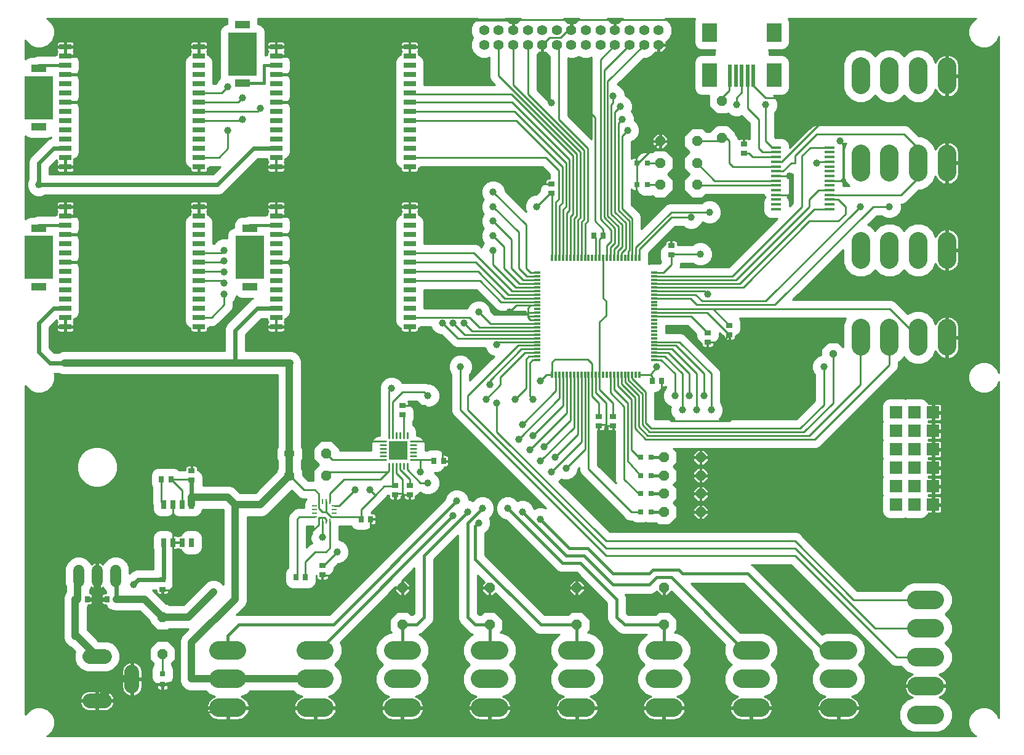
<source format=gtl>
G75*
G70*
%OFA0B0*%
%FSLAX24Y24*%
%IPPOS*%
%LPD*%
%AMOC8*
5,1,8,0,0,1.08239X$1,22.5*
%
%ADD10R,0.1575X0.2362*%
%ADD11C,0.0600*%
%ADD12R,0.0276X0.0354*%
%ADD13R,0.0354X0.0118*%
%ADD14R,0.0118X0.0354*%
%ADD15R,0.0354X0.0276*%
%ADD16R,0.0300X0.0450*%
%ADD17R,0.0550X0.0137*%
%ADD18R,0.0787X0.0984*%
%ADD19R,0.0787X0.1299*%
%ADD20R,0.0197X0.1220*%
%ADD21OC8,0.0520*%
%ADD22C,0.0787*%
%ADD23R,0.0650X0.0300*%
%ADD24C,0.1004*%
%ADD25R,0.0315X0.0315*%
%ADD26C,0.0100*%
%ADD27R,0.1030X0.1030*%
%ADD28R,0.0110X0.0256*%
%ADD29R,0.0256X0.0110*%
%ADD30C,0.0554*%
%ADD31R,0.0650X0.0650*%
%ADD32R,0.0787X0.0394*%
%ADD33C,0.0396*%
%ADD34C,0.0400*%
%ADD35C,0.0240*%
%ADD36C,0.0160*%
%ADD37OC8,0.0396*%
D10*
X001331Y027135D03*
X012748Y027135D03*
X001331Y035796D03*
X012355Y038158D03*
D11*
X005481Y010187D02*
X005481Y009587D01*
X004481Y009587D02*
X004481Y010187D01*
X003481Y010187D02*
X003481Y009587D01*
D12*
X003437Y008631D03*
X003949Y008631D03*
X005012Y008631D03*
X005524Y008631D03*
X007965Y015127D03*
X008477Y015127D03*
X015248Y009812D03*
X015760Y009812D03*
X018792Y012961D03*
X019304Y012961D03*
X022729Y016111D03*
X023241Y016111D03*
X034540Y020442D03*
X035052Y020442D03*
X031902Y028316D03*
X031390Y028316D03*
D13*
X028330Y026306D03*
X028330Y026109D03*
X028330Y025913D03*
X028330Y025716D03*
X028330Y025519D03*
X028330Y025322D03*
X028330Y025125D03*
X028330Y024928D03*
X028330Y024731D03*
X028330Y024535D03*
X028330Y024338D03*
X028330Y024141D03*
X028330Y023944D03*
X028330Y023747D03*
X028330Y023550D03*
X028330Y023354D03*
X028330Y023157D03*
X028330Y022960D03*
X028330Y022763D03*
X028330Y022566D03*
X028330Y022369D03*
X028330Y022172D03*
X028330Y021976D03*
X028330Y021779D03*
X028330Y021582D03*
X034668Y021582D03*
X034668Y021779D03*
X034668Y021976D03*
X034668Y022172D03*
X034668Y022369D03*
X034668Y022566D03*
X034668Y022763D03*
X034668Y022960D03*
X034668Y023157D03*
X034668Y023354D03*
X034668Y023550D03*
X034668Y023747D03*
X034668Y023944D03*
X034668Y024141D03*
X034668Y024338D03*
X034668Y024535D03*
X034668Y024731D03*
X034668Y024928D03*
X034668Y025125D03*
X034668Y025322D03*
X034668Y025519D03*
X034668Y025716D03*
X034668Y025913D03*
X034668Y026109D03*
X034668Y026306D03*
D14*
X033861Y027113D03*
X033664Y027113D03*
X033467Y027113D03*
X033270Y027113D03*
X033074Y027113D03*
X032877Y027113D03*
X032680Y027113D03*
X032483Y027113D03*
X032286Y027113D03*
X032089Y027113D03*
X031893Y027113D03*
X031696Y027113D03*
X031499Y027113D03*
X031302Y027113D03*
X031105Y027113D03*
X030908Y027113D03*
X030711Y027113D03*
X030515Y027113D03*
X030318Y027113D03*
X030121Y027113D03*
X029924Y027113D03*
X029727Y027113D03*
X029530Y027113D03*
X029333Y027113D03*
X029137Y027113D03*
X029137Y020775D03*
X029333Y020775D03*
X029530Y020775D03*
X029727Y020775D03*
X029924Y020775D03*
X030121Y020775D03*
X030318Y020775D03*
X030515Y020775D03*
X030711Y020775D03*
X030908Y020775D03*
X031105Y020775D03*
X031302Y020775D03*
X031499Y020775D03*
X031696Y020775D03*
X031893Y020775D03*
X032089Y020775D03*
X032286Y020775D03*
X032483Y020775D03*
X032680Y020775D03*
X032877Y020775D03*
X033074Y020775D03*
X033270Y020775D03*
X033467Y020775D03*
X033664Y020775D03*
X033861Y020775D03*
D15*
X032433Y018532D03*
X032433Y018020D03*
X031646Y018020D03*
X031646Y018532D03*
X037552Y022548D03*
X037552Y023060D03*
X038733Y022942D03*
X038733Y023454D03*
X035583Y027272D03*
X035583Y027784D03*
X039520Y032784D03*
X039520Y033296D03*
X029087Y031131D03*
X029087Y030619D03*
X021016Y019123D03*
X021016Y018611D03*
X020622Y014792D03*
X020622Y014280D03*
X021410Y014280D03*
X021410Y014792D03*
X016685Y010461D03*
X016685Y009950D03*
X009599Y015068D03*
X009599Y015580D03*
X008024Y009674D03*
X008024Y009162D03*
D16*
X008099Y011699D03*
X008599Y011699D03*
X009099Y011699D03*
X009599Y011699D03*
X009599Y013749D03*
X009099Y013749D03*
X008599Y013749D03*
X008099Y013749D03*
D17*
X041270Y029763D03*
X041270Y030019D03*
X041270Y030274D03*
X041270Y030530D03*
X041270Y030786D03*
X041270Y031042D03*
X041270Y031298D03*
X041270Y031554D03*
X041270Y031810D03*
X041270Y032066D03*
X041270Y032322D03*
X041270Y032578D03*
X041270Y032833D03*
X041270Y033089D03*
X044148Y033089D03*
X044148Y032833D03*
X044148Y032578D03*
X044148Y032322D03*
X044148Y032066D03*
X044148Y031810D03*
X044148Y031554D03*
X044148Y031298D03*
X044148Y031042D03*
X044148Y030786D03*
X044148Y030530D03*
X044148Y030274D03*
X044148Y030019D03*
X044148Y029763D03*
D18*
X041154Y039331D03*
X037650Y039331D03*
D19*
X037650Y037009D03*
X041154Y037009D03*
D20*
X040032Y036969D03*
X039717Y036969D03*
X039402Y036969D03*
X039087Y036969D03*
X038772Y036969D03*
D21*
X038339Y035615D03*
X038339Y033615D03*
X036977Y033434D03*
X036977Y032253D03*
X036977Y031072D03*
X034977Y031072D03*
X034977Y032253D03*
X034977Y033434D03*
X035174Y016308D03*
X035174Y015324D03*
X035174Y014339D03*
X035174Y013355D03*
X037174Y013355D03*
X037174Y014339D03*
X037174Y015324D03*
X037174Y016308D03*
X035189Y009237D03*
X035189Y007237D03*
X030465Y007237D03*
X030465Y009237D03*
X025741Y009237D03*
X025741Y007237D03*
X021016Y007237D03*
X021016Y009237D03*
X016898Y015324D03*
X016898Y016505D03*
X014898Y016505D03*
X014898Y015324D03*
X008024Y007662D03*
X008024Y005662D03*
D22*
X006370Y004694D02*
X006370Y003906D01*
X004874Y003119D02*
X004087Y003119D01*
X004087Y005520D02*
X004874Y005520D01*
D23*
X002763Y023391D03*
X002763Y023891D03*
X002763Y024391D03*
X002763Y024891D03*
X002763Y025391D03*
X002763Y025891D03*
X002763Y026391D03*
X002763Y026891D03*
X002763Y027391D03*
X002763Y027891D03*
X002763Y028391D03*
X002763Y028891D03*
X002763Y029391D03*
X002763Y029891D03*
X002763Y032052D03*
X002763Y032552D03*
X002763Y033052D03*
X002763Y033552D03*
X002763Y034052D03*
X002763Y034552D03*
X002763Y035052D03*
X002763Y035552D03*
X002763Y036052D03*
X002763Y036552D03*
X002763Y037052D03*
X002763Y037552D03*
X002763Y038052D03*
X002763Y038552D03*
X009993Y038552D03*
X009993Y038052D03*
X009993Y037552D03*
X009993Y037052D03*
X009993Y036552D03*
X009993Y036052D03*
X009993Y035552D03*
X009993Y035052D03*
X009993Y034552D03*
X009993Y034052D03*
X009993Y033552D03*
X009993Y033052D03*
X009993Y032552D03*
X009993Y032052D03*
X009993Y029891D03*
X009993Y029391D03*
X009993Y028891D03*
X009993Y028391D03*
X009993Y027891D03*
X009993Y027391D03*
X009993Y026891D03*
X009993Y026391D03*
X009993Y025891D03*
X009993Y025391D03*
X009993Y024891D03*
X009993Y024391D03*
X009993Y023891D03*
X009993Y023391D03*
X014180Y023391D03*
X014180Y023891D03*
X014180Y024391D03*
X014180Y024891D03*
X014180Y025391D03*
X014180Y025891D03*
X014180Y026391D03*
X014180Y026891D03*
X014180Y027391D03*
X014180Y027891D03*
X014180Y028391D03*
X014180Y028891D03*
X014180Y029391D03*
X014180Y029891D03*
X014180Y032052D03*
X014180Y032552D03*
X014180Y033052D03*
X014180Y033552D03*
X014180Y034052D03*
X014180Y034552D03*
X014180Y035052D03*
X014180Y035552D03*
X014180Y036052D03*
X014180Y036552D03*
X014180Y037052D03*
X014180Y037552D03*
X014180Y038052D03*
X014180Y038552D03*
X021410Y038552D03*
X021410Y038052D03*
X021410Y037552D03*
X021410Y037052D03*
X021410Y036552D03*
X021410Y036052D03*
X021410Y035552D03*
X021410Y035052D03*
X021410Y034552D03*
X021410Y034052D03*
X021410Y033552D03*
X021410Y033052D03*
X021410Y032552D03*
X021410Y032052D03*
X021410Y029891D03*
X021410Y029391D03*
X021410Y028891D03*
X021410Y028391D03*
X021410Y027891D03*
X021410Y027391D03*
X021410Y026891D03*
X021410Y026391D03*
X021410Y025891D03*
X021410Y025391D03*
X021410Y024891D03*
X021410Y024391D03*
X021410Y023891D03*
X021410Y023391D03*
D24*
X021518Y005859D02*
X020514Y005859D01*
X020514Y004300D02*
X021518Y004300D01*
X021518Y002741D02*
X020514Y002741D01*
X016794Y002741D02*
X015790Y002741D01*
X015790Y004300D02*
X016794Y004300D01*
X016794Y005859D02*
X015790Y005859D01*
X012069Y005859D02*
X011065Y005859D01*
X011065Y004300D02*
X012069Y004300D01*
X012069Y002741D02*
X011065Y002741D01*
X025239Y002741D02*
X026243Y002741D01*
X026243Y004300D02*
X025239Y004300D01*
X025239Y005859D02*
X026243Y005859D01*
X029963Y005859D02*
X030967Y005859D01*
X030967Y004300D02*
X029963Y004300D01*
X029963Y002741D02*
X030967Y002741D01*
X034687Y002741D02*
X035691Y002741D01*
X035691Y004300D02*
X034687Y004300D01*
X034687Y005859D02*
X035691Y005859D01*
X039412Y005859D02*
X040416Y005859D01*
X040416Y004300D02*
X039412Y004300D01*
X039412Y002741D02*
X040416Y002741D01*
X044136Y002741D02*
X045140Y002741D01*
X045140Y004300D02*
X044136Y004300D01*
X044136Y005859D02*
X045140Y005859D01*
X048861Y005481D02*
X049865Y005481D01*
X049865Y003922D02*
X048861Y003922D01*
X048861Y002363D02*
X049865Y002363D01*
X049865Y007040D02*
X048861Y007040D01*
X048861Y008599D02*
X049865Y008599D01*
X050520Y022302D02*
X050520Y023306D01*
X048961Y023306D02*
X048961Y022302D01*
X047402Y022302D02*
X047402Y023306D01*
X045843Y023306D02*
X045843Y022302D01*
X045843Y027026D02*
X045843Y028030D01*
X047402Y028030D02*
X047402Y027026D01*
X048961Y027026D02*
X048961Y028030D01*
X050520Y028030D02*
X050520Y027026D01*
X050520Y031751D02*
X050520Y032755D01*
X048961Y032755D02*
X048961Y031751D01*
X047402Y031751D02*
X047402Y032755D01*
X045843Y032755D02*
X045843Y031751D01*
X045843Y036475D02*
X045843Y037479D01*
X047402Y037479D02*
X047402Y036475D01*
X048961Y036475D02*
X048961Y037479D01*
X050520Y037479D02*
X050520Y036475D01*
D25*
X034304Y032253D03*
X033713Y032253D03*
X033713Y031072D03*
X034304Y031072D03*
X034500Y016308D03*
X033910Y016308D03*
X033910Y015324D03*
X034500Y015324D03*
X034500Y014339D03*
X033910Y014339D03*
X033910Y013355D03*
X034500Y013355D03*
X008024Y004595D03*
X008024Y004005D03*
D26*
X001809Y001223D02*
X001771Y001207D01*
X052073Y001207D01*
X052034Y001223D01*
X051797Y001460D01*
X051669Y001770D01*
X051669Y002106D01*
X051797Y002416D01*
X052034Y002653D01*
X052344Y002781D01*
X052680Y002781D01*
X052990Y002653D01*
X053227Y002416D01*
X053330Y002168D01*
X053330Y020408D01*
X053227Y020161D01*
X052990Y019923D01*
X052680Y019795D01*
X052344Y019795D01*
X052034Y019923D01*
X051797Y020161D01*
X051669Y020471D01*
X051669Y020806D01*
X051797Y021116D01*
X052034Y021354D01*
X052344Y021482D01*
X052680Y021482D01*
X052990Y021354D01*
X053227Y021116D01*
X053330Y020869D01*
X053330Y039109D01*
X053227Y038861D01*
X052990Y038624D01*
X052680Y038496D01*
X052344Y038496D01*
X052034Y038624D01*
X051797Y038861D01*
X051669Y039172D01*
X041998Y039172D01*
X041998Y039270D02*
X051669Y039270D01*
X051669Y039172D02*
X051669Y039507D01*
X051797Y039817D01*
X052034Y040055D01*
X052073Y040070D01*
X041932Y040070D01*
X041998Y039913D01*
X041998Y038750D01*
X041929Y038584D01*
X041803Y038458D01*
X041637Y038389D01*
X040848Y038389D01*
X040895Y038275D01*
X040895Y038108D01*
X041637Y038108D01*
X041803Y038040D01*
X041929Y037913D01*
X041998Y037748D01*
X041998Y036270D01*
X041929Y036104D01*
X041803Y035978D01*
X041637Y035909D01*
X041111Y035909D01*
X041251Y035769D01*
X041349Y035531D01*
X041349Y035273D01*
X041251Y035035D01*
X041201Y034986D01*
X041201Y033641D01*
X041234Y033608D01*
X041634Y033608D01*
X041800Y033539D01*
X041926Y033413D01*
X041995Y033247D01*
X041995Y033072D01*
X043174Y034251D01*
X043358Y034328D01*
X048273Y034328D01*
X048457Y034251D01*
X049002Y033707D01*
X049150Y033707D01*
X049500Y033562D01*
X049768Y033294D01*
X049903Y032968D01*
X049934Y033044D01*
X049977Y033118D01*
X050029Y033186D01*
X050089Y033246D01*
X050157Y033298D01*
X050231Y033341D01*
X050310Y033373D01*
X050393Y033396D01*
X050470Y033406D01*
X050470Y032303D01*
X050570Y032303D01*
X050570Y033406D01*
X050648Y033396D01*
X050730Y033373D01*
X050809Y033341D01*
X050883Y033298D01*
X050951Y033246D01*
X051011Y033186D01*
X051063Y033118D01*
X051106Y033044D01*
X051139Y032965D01*
X051161Y032882D01*
X051172Y032797D01*
X051172Y032303D01*
X050570Y032303D01*
X050570Y032203D01*
X051172Y032203D01*
X051172Y031708D01*
X051161Y031623D01*
X051139Y031541D01*
X051106Y031462D01*
X051063Y031388D01*
X051011Y031320D01*
X050951Y031260D01*
X050883Y031208D01*
X050809Y031165D01*
X050730Y031132D01*
X050648Y031110D01*
X050570Y031100D01*
X050570Y032203D01*
X050470Y032203D01*
X050470Y031100D01*
X050393Y031110D01*
X050310Y031132D01*
X050231Y031165D01*
X050157Y031208D01*
X050089Y031260D01*
X050029Y031320D01*
X049977Y031388D01*
X049934Y031462D01*
X049903Y031537D01*
X049768Y031212D01*
X049500Y030944D01*
X049150Y030799D01*
X049003Y030799D01*
X048999Y030788D01*
X048858Y030648D01*
X048317Y030106D01*
X048133Y030030D01*
X048038Y030030D01*
X048042Y030019D01*
X048042Y029762D01*
X047944Y029523D01*
X047761Y029341D01*
X047523Y029242D01*
X047265Y029242D01*
X047027Y029341D01*
X046978Y029391D01*
X046715Y029391D01*
X046227Y028902D01*
X046382Y028837D01*
X046622Y028597D01*
X046863Y028837D01*
X047213Y028982D01*
X047591Y028982D01*
X047941Y028837D01*
X048181Y028597D01*
X048422Y028837D01*
X048772Y028982D01*
X049150Y028982D01*
X049500Y028837D01*
X049768Y028570D01*
X049903Y028244D01*
X049934Y028319D01*
X049977Y028393D01*
X050029Y028461D01*
X050089Y028522D01*
X050157Y028574D01*
X050231Y028616D01*
X050310Y028649D01*
X050393Y028671D01*
X050470Y028681D01*
X050470Y027578D01*
X050570Y027578D01*
X051172Y027578D01*
X051172Y028073D01*
X051161Y028158D01*
X051139Y028240D01*
X051106Y028319D01*
X051063Y028393D01*
X051011Y028461D01*
X050951Y028522D01*
X050883Y028574D01*
X050809Y028616D01*
X050730Y028649D01*
X050648Y028671D01*
X050570Y028681D01*
X050570Y027578D01*
X050570Y027478D01*
X050570Y026375D01*
X050648Y026386D01*
X050730Y026408D01*
X050809Y026440D01*
X050883Y026483D01*
X050951Y026535D01*
X051011Y026596D01*
X051063Y026663D01*
X051106Y026737D01*
X051139Y026816D01*
X051161Y026899D01*
X051172Y026984D01*
X051172Y027478D01*
X050570Y027478D01*
X050470Y027478D01*
X050470Y026375D01*
X050393Y026386D01*
X050310Y026408D01*
X050231Y026440D01*
X050157Y026483D01*
X050089Y026535D01*
X050029Y026596D01*
X049977Y026663D01*
X049934Y026737D01*
X049903Y026813D01*
X049768Y026487D01*
X049500Y026219D01*
X049150Y026074D01*
X048772Y026074D01*
X048422Y026219D01*
X048181Y026460D01*
X047941Y026219D01*
X047591Y026074D01*
X047213Y026074D01*
X046863Y026219D01*
X046622Y026460D01*
X046382Y026219D01*
X046032Y026074D01*
X045654Y026074D01*
X045304Y026219D01*
X045036Y026487D01*
X044891Y026837D01*
X044891Y027566D01*
X042163Y024838D01*
X047527Y024838D01*
X047710Y024762D01*
X048390Y024082D01*
X048422Y024113D01*
X048772Y024258D01*
X049150Y024258D01*
X049500Y024113D01*
X049768Y023845D01*
X049903Y023520D01*
X049934Y023595D01*
X049977Y023669D01*
X050029Y023737D01*
X050089Y023797D01*
X050157Y023849D01*
X050231Y023892D01*
X050310Y023925D01*
X050393Y023947D01*
X050470Y023957D01*
X050470Y022854D01*
X050570Y022854D01*
X050570Y023957D01*
X050648Y023947D01*
X050730Y023925D01*
X050809Y023892D01*
X050883Y023849D01*
X050951Y023797D01*
X051011Y023737D01*
X051063Y023669D01*
X051106Y023595D01*
X051139Y023516D01*
X051161Y023433D01*
X051172Y023349D01*
X051172Y022854D01*
X050570Y022854D01*
X050570Y022754D01*
X050570Y021651D01*
X050648Y021661D01*
X050730Y021683D01*
X050809Y021716D01*
X050883Y021759D01*
X050951Y021811D01*
X051011Y021871D01*
X051063Y021939D01*
X051106Y022013D01*
X051139Y022092D01*
X051161Y022175D01*
X051172Y022259D01*
X051172Y022754D01*
X050570Y022754D01*
X050470Y022754D01*
X050470Y021651D01*
X050393Y021661D01*
X050310Y021683D01*
X050231Y021716D01*
X050157Y021759D01*
X050089Y021811D01*
X050029Y021871D01*
X049977Y021939D01*
X049934Y022013D01*
X049903Y022088D01*
X049768Y021763D01*
X049500Y021495D01*
X049150Y021350D01*
X048772Y021350D01*
X048422Y021495D01*
X048181Y021735D01*
X047941Y021495D01*
X047894Y021475D01*
X047894Y021228D01*
X047818Y021044D01*
X047677Y020904D01*
X043642Y016868D01*
X043458Y016792D01*
X035693Y016792D01*
X035884Y016602D01*
X035884Y016014D01*
X035686Y015816D01*
X035884Y015618D01*
X035884Y015030D01*
X035686Y014831D01*
X035884Y014633D01*
X035884Y014045D01*
X035686Y013847D01*
X035884Y013649D01*
X035884Y013061D01*
X035468Y012645D01*
X034880Y012645D01*
X034768Y012756D01*
X034747Y012748D01*
X034253Y012748D01*
X034205Y012768D01*
X034157Y012748D01*
X033663Y012748D01*
X033497Y012816D01*
X033458Y012855D01*
X033318Y012855D01*
X033134Y012931D01*
X032994Y013072D01*
X030681Y015384D01*
X030605Y015568D01*
X030605Y015741D01*
X030523Y015658D01*
X030523Y015588D01*
X030424Y015350D01*
X030242Y015168D01*
X030003Y015069D01*
X029745Y015069D01*
X029609Y015126D01*
X029505Y015022D01*
X032247Y012280D01*
X042375Y012280D01*
X042559Y012204D01*
X042700Y012064D01*
X045664Y009099D01*
X048037Y009099D01*
X048054Y009138D01*
X048321Y009406D01*
X048671Y009551D01*
X050054Y009551D01*
X050404Y009406D01*
X050672Y009138D01*
X050817Y008789D01*
X050817Y008410D01*
X050672Y008060D01*
X050431Y007820D01*
X050672Y007579D01*
X050817Y007230D01*
X050817Y006851D01*
X050672Y006501D01*
X050431Y006261D01*
X050672Y006020D01*
X050817Y005670D01*
X050817Y005292D01*
X050672Y004942D01*
X050404Y004674D01*
X050078Y004539D01*
X050154Y004508D01*
X050228Y004465D01*
X050295Y004413D01*
X050356Y004353D01*
X050408Y004285D01*
X050451Y004211D01*
X050483Y004132D01*
X050505Y004050D01*
X050516Y003972D01*
X049413Y003972D01*
X049413Y003872D01*
X050516Y003872D01*
X050505Y003795D01*
X050483Y003712D01*
X050451Y003633D01*
X050408Y003559D01*
X050356Y003491D01*
X050295Y003431D01*
X050228Y003379D01*
X050154Y003336D01*
X050078Y003305D01*
X050404Y003170D01*
X050672Y002902D01*
X050817Y002552D01*
X050817Y002174D01*
X050672Y001824D01*
X050404Y001556D01*
X050054Y001411D01*
X048671Y001411D01*
X048321Y001556D01*
X048054Y001824D01*
X047909Y002174D01*
X047909Y002552D01*
X048054Y002902D01*
X048321Y003170D01*
X048647Y003305D01*
X048572Y003336D01*
X048498Y003379D01*
X048430Y003431D01*
X048369Y003491D01*
X048317Y003559D01*
X048275Y003633D01*
X048242Y003712D01*
X048220Y003795D01*
X048210Y003872D01*
X049313Y003872D01*
X049313Y003972D01*
X048210Y003972D01*
X048220Y004050D01*
X048242Y004132D01*
X048275Y004211D01*
X048317Y004285D01*
X048369Y004353D01*
X048430Y004413D01*
X048498Y004465D01*
X048572Y004508D01*
X048647Y004539D01*
X048321Y004674D01*
X048054Y004942D01*
X048037Y004981D01*
X047688Y004981D01*
X047505Y005057D01*
X047364Y005198D01*
X042069Y010493D01*
X039933Y010493D01*
X040017Y010458D01*
X043747Y006728D01*
X043947Y006811D01*
X045330Y006811D01*
X045679Y006666D01*
X045947Y006398D01*
X046092Y006048D01*
X046092Y005670D01*
X045947Y005320D01*
X045707Y005080D01*
X045947Y004839D01*
X046092Y004489D01*
X046092Y004111D01*
X045947Y003761D01*
X045679Y003493D01*
X045354Y003358D01*
X045429Y003327D01*
X045503Y003284D01*
X045571Y003232D01*
X045631Y003172D01*
X045683Y003104D01*
X045726Y003030D01*
X045759Y002951D01*
X045781Y002868D01*
X045791Y002791D01*
X044688Y002791D01*
X044688Y002691D01*
X044688Y002089D01*
X045183Y002089D01*
X045268Y002100D01*
X045350Y002122D01*
X045429Y002155D01*
X045503Y002198D01*
X045571Y002250D01*
X045631Y002310D01*
X045683Y002378D01*
X045726Y002452D01*
X045759Y002531D01*
X045781Y002613D01*
X045791Y002691D01*
X044688Y002691D01*
X044588Y002691D01*
X043485Y002691D01*
X043495Y002613D01*
X043518Y002531D01*
X043550Y002452D01*
X043593Y002378D01*
X043645Y002310D01*
X043705Y002250D01*
X043773Y002198D01*
X043847Y002155D01*
X043926Y002122D01*
X044009Y002100D01*
X044093Y002089D01*
X044588Y002089D01*
X044588Y002691D01*
X044588Y002791D01*
X043485Y002791D01*
X043495Y002868D01*
X043518Y002951D01*
X043550Y003030D01*
X043593Y003104D01*
X043645Y003172D01*
X043705Y003232D01*
X043773Y003284D01*
X043847Y003327D01*
X043923Y003358D01*
X043597Y003493D01*
X043329Y003761D01*
X043184Y004111D01*
X043184Y004489D01*
X043329Y004839D01*
X043569Y005080D01*
X043329Y005320D01*
X043184Y005670D01*
X043184Y005792D01*
X039497Y009479D01*
X036666Y009479D01*
X039333Y006811D01*
X040605Y006811D01*
X040955Y006666D01*
X041223Y006398D01*
X041368Y006048D01*
X041368Y005670D01*
X041223Y005320D01*
X040983Y005080D01*
X041223Y004839D01*
X041368Y004489D01*
X041368Y004111D01*
X041223Y003761D01*
X040955Y003493D01*
X040629Y003358D01*
X040705Y003327D01*
X040779Y003284D01*
X040847Y003232D01*
X040907Y003172D01*
X040959Y003104D01*
X041002Y003030D01*
X041034Y002951D01*
X041057Y002868D01*
X041067Y002791D01*
X039964Y002791D01*
X039964Y002691D01*
X041067Y002691D01*
X041057Y002613D01*
X041034Y002531D01*
X041002Y002452D01*
X040959Y002378D01*
X040907Y002310D01*
X040847Y002250D01*
X040779Y002198D01*
X040705Y002155D01*
X040626Y002122D01*
X040543Y002100D01*
X040458Y002089D01*
X039964Y002089D01*
X039964Y002691D01*
X039864Y002691D01*
X039864Y002089D01*
X039369Y002089D01*
X039284Y002100D01*
X039202Y002122D01*
X039123Y002155D01*
X039049Y002198D01*
X038981Y002250D01*
X038921Y002310D01*
X038869Y002378D01*
X038826Y002452D01*
X038793Y002531D01*
X038771Y002613D01*
X038761Y002691D01*
X039864Y002691D01*
X039864Y002791D01*
X038761Y002791D01*
X038771Y002868D01*
X038793Y002951D01*
X038826Y003030D01*
X038869Y003104D01*
X038921Y003172D01*
X038981Y003232D01*
X039049Y003284D01*
X039123Y003327D01*
X039198Y003358D01*
X038873Y003493D01*
X038605Y003761D01*
X038460Y004111D01*
X038460Y004489D01*
X038605Y004839D01*
X038845Y005080D01*
X038605Y005320D01*
X038460Y005670D01*
X038460Y006048D01*
X038500Y006145D01*
X035589Y009057D01*
X035359Y008827D01*
X035219Y008827D01*
X035219Y009207D01*
X035159Y009207D01*
X035159Y008827D01*
X035020Y008827D01*
X034790Y009057D01*
X034702Y008969D01*
X034507Y008888D01*
X033097Y008888D01*
X033160Y008736D01*
X033160Y007866D01*
X033259Y007767D01*
X034715Y007767D01*
X034895Y007947D01*
X035483Y007947D01*
X035899Y007531D01*
X035899Y006943D01*
X035767Y006811D01*
X035881Y006811D01*
X036231Y006666D01*
X036498Y006398D01*
X036643Y006048D01*
X036643Y005670D01*
X036498Y005320D01*
X036258Y005080D01*
X036498Y004839D01*
X036643Y004489D01*
X036643Y004111D01*
X036498Y003761D01*
X036231Y003493D01*
X035905Y003358D01*
X035980Y003327D01*
X036054Y003284D01*
X036122Y003232D01*
X036183Y003172D01*
X036235Y003104D01*
X036277Y003030D01*
X036310Y002951D01*
X036332Y002868D01*
X036342Y002791D01*
X035239Y002791D01*
X035239Y002691D01*
X035239Y002089D01*
X035734Y002089D01*
X035819Y002100D01*
X035901Y002122D01*
X035980Y002155D01*
X036054Y002198D01*
X036122Y002250D01*
X036183Y002310D01*
X036235Y002378D01*
X036277Y002452D01*
X036310Y002531D01*
X036332Y002613D01*
X036342Y002691D01*
X035239Y002691D01*
X035139Y002691D01*
X034036Y002691D01*
X034047Y002613D01*
X034069Y002531D01*
X034101Y002452D01*
X034144Y002378D01*
X034196Y002310D01*
X034257Y002250D01*
X034324Y002198D01*
X034398Y002155D01*
X034477Y002122D01*
X034560Y002100D01*
X034645Y002089D01*
X035139Y002089D01*
X035139Y002691D01*
X035139Y002791D01*
X034036Y002791D01*
X034047Y002868D01*
X034069Y002951D01*
X034101Y003030D01*
X034144Y003104D01*
X034196Y003172D01*
X034257Y003232D01*
X034324Y003284D01*
X034398Y003327D01*
X034474Y003358D01*
X034148Y003493D01*
X033880Y003761D01*
X033735Y004111D01*
X033735Y004489D01*
X033880Y004839D01*
X034121Y005080D01*
X033880Y005320D01*
X033735Y005670D01*
X033735Y006048D01*
X033880Y006398D01*
X034148Y006666D01*
X034247Y006707D01*
X032934Y006707D01*
X032740Y006788D01*
X032330Y007197D01*
X032181Y007346D01*
X032100Y007541D01*
X032100Y008411D01*
X030442Y010069D01*
X029572Y010069D01*
X029377Y010150D01*
X026623Y012904D01*
X026596Y012904D01*
X026358Y013003D01*
X026175Y013185D01*
X026077Y013423D01*
X026077Y013681D01*
X026175Y013919D01*
X026358Y014101D01*
X026596Y014200D01*
X026854Y014200D01*
X027092Y014101D01*
X027247Y013947D01*
X027383Y014003D01*
X027641Y014003D01*
X027879Y013905D01*
X028062Y013722D01*
X028146Y013518D01*
X028368Y013610D01*
X028625Y013610D01*
X028780Y013545D01*
X023742Y018584D01*
X023666Y018767D01*
X023666Y020813D01*
X023616Y020862D01*
X023518Y021100D01*
X023518Y021358D01*
X023616Y021596D01*
X023799Y021779D01*
X024037Y021877D01*
X024295Y021877D01*
X024533Y021779D01*
X024715Y021596D01*
X024814Y021358D01*
X024814Y021100D01*
X024715Y020862D01*
X024666Y020813D01*
X024666Y020468D01*
X025973Y021775D01*
X025767Y021861D01*
X025585Y022043D01*
X025494Y022263D01*
X023910Y022263D01*
X023727Y022339D01*
X023122Y022943D01*
X023053Y022943D01*
X022814Y023042D01*
X022632Y023224D01*
X022563Y023391D01*
X022021Y023391D01*
X021990Y023359D01*
X021885Y023316D01*
X021885Y023221D01*
X021875Y023183D01*
X021855Y023148D01*
X021827Y023121D01*
X021793Y023101D01*
X021755Y023091D01*
X021435Y023091D01*
X021435Y023291D01*
X021385Y023291D01*
X021385Y023091D01*
X021065Y023091D01*
X021027Y023101D01*
X020993Y023121D01*
X020965Y023148D01*
X020945Y023183D01*
X020935Y023221D01*
X020935Y023316D01*
X020830Y023359D01*
X020703Y023486D01*
X020635Y023651D01*
X020635Y024130D01*
X020639Y024141D01*
X020635Y024151D01*
X020635Y024630D01*
X020639Y024641D01*
X020635Y024651D01*
X020635Y025130D01*
X020639Y025141D01*
X020635Y025151D01*
X020635Y025630D01*
X020639Y025641D01*
X020635Y025651D01*
X020635Y026130D01*
X020639Y026141D01*
X020635Y026151D01*
X020635Y026630D01*
X020639Y026641D01*
X020635Y026651D01*
X020635Y027130D01*
X020639Y027141D01*
X020635Y027151D01*
X020635Y027630D01*
X020639Y027641D01*
X020635Y027651D01*
X020635Y028130D01*
X020639Y028141D01*
X020635Y028151D01*
X020635Y028630D01*
X020639Y028641D01*
X020635Y028651D01*
X020635Y029130D01*
X020703Y029295D01*
X020830Y029422D01*
X020935Y029465D01*
X020935Y029560D01*
X020945Y029598D01*
X020965Y029633D01*
X020973Y029641D01*
X020965Y029648D01*
X020945Y029683D01*
X020935Y029721D01*
X020935Y029866D01*
X021385Y029866D01*
X021385Y029916D01*
X021385Y030191D01*
X021065Y030191D01*
X021027Y030180D01*
X020993Y030161D01*
X020965Y030133D01*
X020945Y030098D01*
X020935Y030060D01*
X020935Y029916D01*
X021385Y029916D01*
X021435Y029916D01*
X021435Y030191D01*
X021755Y030191D01*
X021793Y030180D01*
X021827Y030161D01*
X021855Y030133D01*
X021875Y030098D01*
X021885Y030060D01*
X021885Y029916D01*
X021435Y029916D01*
X021435Y029866D01*
X021885Y029866D01*
X021885Y029721D01*
X021875Y029683D01*
X021855Y029648D01*
X021847Y029641D01*
X021855Y029633D01*
X021875Y029598D01*
X021885Y029560D01*
X021885Y029465D01*
X021990Y029422D01*
X022116Y029295D01*
X022185Y029130D01*
X022185Y028651D01*
X022180Y028641D01*
X022185Y028630D01*
X022185Y028151D01*
X022180Y028141D01*
X022185Y028130D01*
X022185Y027891D01*
X024994Y027891D01*
X025177Y027814D01*
X025303Y027689D01*
X025388Y027895D01*
X025415Y027922D01*
X025388Y027949D01*
X025289Y028187D01*
X025289Y028445D01*
X025388Y028683D01*
X025415Y028709D01*
X025388Y028736D01*
X025289Y028974D01*
X025289Y029232D01*
X025388Y029470D01*
X025415Y029497D01*
X025388Y029523D01*
X025289Y029762D01*
X025289Y030019D01*
X025388Y030258D01*
X025415Y030284D01*
X025388Y030311D01*
X025289Y030549D01*
X025289Y030807D01*
X025388Y031045D01*
X025570Y031227D01*
X025808Y031326D01*
X026066Y031326D01*
X026305Y031227D01*
X026487Y031045D01*
X026586Y030807D01*
X026586Y030737D01*
X027716Y029607D01*
X027651Y029762D01*
X027651Y030019D01*
X027750Y030258D01*
X027932Y030440D01*
X028171Y030539D01*
X028241Y030539D01*
X028460Y030758D01*
X028460Y030846D01*
X028528Y031012D01*
X028655Y031138D01*
X028760Y031182D01*
X028760Y031288D01*
X028770Y031326D01*
X028790Y031361D01*
X028818Y031389D01*
X028852Y031408D01*
X028890Y031419D01*
X028981Y031419D01*
X028981Y031652D01*
X028581Y032052D01*
X022021Y032052D01*
X021990Y032020D01*
X021885Y031977D01*
X021885Y031882D01*
X021875Y031844D01*
X021855Y031810D01*
X021827Y031782D01*
X021793Y031762D01*
X021755Y031752D01*
X021435Y031752D01*
X021435Y031952D01*
X021385Y031952D01*
X021385Y031752D01*
X021065Y031752D01*
X021027Y031762D01*
X020993Y031782D01*
X020965Y031810D01*
X020945Y031844D01*
X020935Y031882D01*
X020935Y031977D01*
X020830Y032020D01*
X020703Y032147D01*
X020635Y032312D01*
X020635Y032791D01*
X020639Y032802D01*
X020635Y032812D01*
X020635Y033291D01*
X020639Y033302D01*
X020635Y033312D01*
X020635Y033791D01*
X020639Y033802D01*
X020635Y033812D01*
X020635Y034291D01*
X020639Y034302D01*
X020635Y034312D01*
X020635Y034791D01*
X020639Y034802D01*
X020635Y034812D01*
X020635Y035291D01*
X020639Y035302D01*
X020635Y035312D01*
X020635Y035791D01*
X020639Y035802D01*
X020635Y035812D01*
X020635Y036291D01*
X020639Y036302D01*
X020635Y036312D01*
X020635Y036791D01*
X020639Y036802D01*
X020635Y036812D01*
X020635Y037291D01*
X020639Y037302D01*
X020635Y037312D01*
X020635Y037791D01*
X020703Y037957D01*
X020830Y038083D01*
X020935Y038127D01*
X020935Y038222D01*
X020945Y038260D01*
X020965Y038294D01*
X020973Y038302D01*
X020965Y038310D01*
X020945Y038344D01*
X020935Y038382D01*
X020935Y038527D01*
X021385Y038527D01*
X021435Y038527D01*
X021435Y038577D01*
X021885Y038577D01*
X021885Y038722D01*
X021875Y038760D01*
X021855Y038794D01*
X021827Y038822D01*
X021793Y038842D01*
X021755Y038852D01*
X021435Y038852D01*
X021435Y038577D01*
X021385Y038577D01*
X021385Y038852D01*
X021065Y038852D01*
X021027Y038842D01*
X020993Y038822D01*
X020965Y038794D01*
X020945Y038760D01*
X020935Y038722D01*
X020935Y038577D01*
X021385Y038577D01*
X021385Y038527D01*
X021385Y038252D01*
X021385Y038152D01*
X021435Y038152D01*
X021435Y038527D01*
X021885Y038527D01*
X021885Y038382D01*
X021875Y038344D01*
X021855Y038310D01*
X021847Y038302D01*
X021855Y038294D01*
X021875Y038260D01*
X021885Y038222D01*
X021885Y038127D01*
X021990Y038083D01*
X022116Y037957D01*
X022185Y037791D01*
X022185Y037312D01*
X022180Y037302D01*
X022185Y037291D01*
X022185Y036812D01*
X022180Y036802D01*
X022185Y036791D01*
X022185Y036493D01*
X026010Y036493D01*
X025809Y036694D01*
X025733Y036878D01*
X025733Y037982D01*
X025590Y037923D01*
X025301Y037923D01*
X025033Y038034D01*
X024829Y038238D01*
X024718Y038506D01*
X024718Y038795D01*
X024821Y039044D01*
X024718Y039293D01*
X024718Y039582D01*
X024829Y039850D01*
X025033Y040054D01*
X025073Y040070D01*
X013177Y040070D01*
X013198Y040019D01*
X013198Y039789D01*
X013232Y039789D01*
X013397Y039721D01*
X013524Y039594D01*
X013592Y039429D01*
X013592Y038082D01*
X013598Y038082D01*
X013600Y038083D01*
X013705Y038127D01*
X013705Y038222D01*
X013715Y038260D01*
X013735Y038294D01*
X013743Y038302D01*
X013735Y038310D01*
X013715Y038344D01*
X013705Y038382D01*
X013705Y038527D01*
X014155Y038527D01*
X014205Y038527D01*
X014205Y038577D01*
X014655Y038577D01*
X014655Y038722D01*
X014645Y038760D01*
X014625Y038794D01*
X014597Y038822D01*
X014563Y038842D01*
X014525Y038852D01*
X014205Y038852D01*
X014205Y038577D01*
X014155Y038577D01*
X014155Y038852D01*
X013835Y038852D01*
X013797Y038842D01*
X013763Y038822D01*
X013735Y038794D01*
X013715Y038760D01*
X013705Y038722D01*
X013705Y038577D01*
X014155Y038577D01*
X014155Y038527D01*
X014155Y038352D01*
X014155Y038152D01*
X014205Y038152D01*
X014205Y038527D01*
X014655Y038527D01*
X014655Y038382D01*
X014645Y038344D01*
X014625Y038310D01*
X014617Y038302D01*
X014625Y038294D01*
X014645Y038260D01*
X014655Y038222D01*
X014655Y038127D01*
X014760Y038083D01*
X014886Y037957D01*
X014955Y037791D01*
X014955Y037312D01*
X014886Y037147D01*
X014791Y037052D01*
X014886Y036957D01*
X014955Y036791D01*
X014955Y036312D01*
X014950Y036302D01*
X014955Y036291D01*
X014955Y035812D01*
X014886Y035647D01*
X014791Y035552D01*
X014886Y035457D01*
X014955Y035291D01*
X014955Y034812D01*
X014950Y034802D01*
X014955Y034791D01*
X014955Y034312D01*
X014950Y034302D01*
X014955Y034291D01*
X014955Y033812D01*
X014950Y033802D01*
X014955Y033791D01*
X014955Y033312D01*
X014950Y033302D01*
X014955Y033291D01*
X014955Y032812D01*
X014886Y032647D01*
X014760Y032520D01*
X014655Y032477D01*
X014655Y032382D01*
X014645Y032344D01*
X014625Y032310D01*
X014617Y032302D01*
X014625Y032294D01*
X014645Y032260D01*
X014655Y032222D01*
X014655Y032077D01*
X014205Y032077D01*
X014205Y032027D01*
X014655Y032027D01*
X014655Y031882D01*
X014645Y031844D01*
X014625Y031810D01*
X014597Y031782D01*
X014563Y031762D01*
X014525Y031752D01*
X014205Y031752D01*
X014205Y032027D01*
X014155Y032027D01*
X014155Y031752D01*
X013835Y031752D01*
X013797Y031762D01*
X013763Y031782D01*
X013735Y031810D01*
X013715Y031844D01*
X013705Y031882D01*
X013705Y032027D01*
X014155Y032027D01*
X014155Y032077D01*
X014155Y032352D01*
X014155Y032452D01*
X014205Y032452D01*
X014205Y032077D01*
X014155Y032077D01*
X013705Y032077D01*
X013705Y032222D01*
X013715Y032260D01*
X013735Y032294D01*
X013743Y032302D01*
X013735Y032310D01*
X013715Y032344D01*
X013705Y032382D01*
X013705Y032477D01*
X013693Y032482D01*
X013193Y032482D01*
X011460Y030749D01*
X011300Y030588D01*
X011090Y030502D01*
X001649Y030502D01*
X001460Y030424D01*
X001202Y030424D01*
X000964Y030522D01*
X000782Y030705D01*
X000683Y030943D01*
X000683Y031201D01*
X000761Y031389D01*
X000761Y032366D01*
X000848Y032576D01*
X001008Y032736D01*
X001807Y033535D01*
X001988Y033610D01*
X001988Y033651D01*
X001980Y033643D01*
X001814Y033574D01*
X000848Y033574D01*
X000682Y033643D01*
X000600Y033725D01*
X000600Y029205D01*
X000682Y029288D01*
X000848Y029356D01*
X001071Y029356D01*
X001226Y029421D01*
X002181Y029421D01*
X002183Y029422D01*
X002288Y029465D01*
X002288Y029560D01*
X002298Y029598D01*
X002317Y029633D01*
X002325Y029641D01*
X002317Y029648D01*
X002298Y029683D01*
X002288Y029721D01*
X002288Y029866D01*
X002738Y029866D01*
X002738Y029916D01*
X002738Y030191D01*
X002418Y030191D01*
X002380Y030180D01*
X002345Y030161D01*
X002317Y030133D01*
X002298Y030098D01*
X002288Y030060D01*
X002288Y029916D01*
X002738Y029916D01*
X002788Y029916D01*
X003238Y029916D01*
X003238Y030060D01*
X003227Y030098D01*
X003208Y030133D01*
X003180Y030161D01*
X003145Y030180D01*
X003107Y030191D01*
X002788Y030191D01*
X002788Y029916D01*
X002788Y029866D01*
X003238Y029866D01*
X003238Y029721D01*
X003227Y029683D01*
X003208Y029648D01*
X003200Y029641D01*
X003208Y029633D01*
X003227Y029598D01*
X003238Y029560D01*
X003238Y029465D01*
X003342Y029422D01*
X003469Y029295D01*
X003538Y029130D01*
X003538Y028651D01*
X003469Y028486D01*
X003374Y028391D01*
X003469Y028295D01*
X003538Y028130D01*
X003538Y027651D01*
X003533Y027641D01*
X003538Y027630D01*
X003538Y027151D01*
X003469Y026986D01*
X003374Y026891D01*
X003469Y026795D01*
X003538Y026630D01*
X003538Y026151D01*
X003533Y026141D01*
X003538Y026130D01*
X003538Y025651D01*
X003533Y025641D01*
X003538Y025630D01*
X003538Y025151D01*
X003533Y025141D01*
X003538Y025130D01*
X003538Y024651D01*
X003533Y024641D01*
X003538Y024630D01*
X003538Y024151D01*
X003469Y023986D01*
X003342Y023859D01*
X003238Y023816D01*
X003238Y023721D01*
X003227Y023683D01*
X003208Y023648D01*
X003200Y023641D01*
X003208Y023633D01*
X003227Y023598D01*
X003238Y023560D01*
X003238Y023416D01*
X002788Y023416D01*
X002788Y023366D01*
X003238Y023366D01*
X003238Y023221D01*
X003227Y023183D01*
X003208Y023148D01*
X003180Y023121D01*
X003145Y023101D01*
X003107Y023091D01*
X002788Y023091D01*
X002788Y023366D01*
X002738Y023366D01*
X002738Y023091D01*
X002418Y023091D01*
X002380Y023101D01*
X002345Y023121D01*
X002317Y023148D01*
X002298Y023183D01*
X002288Y023221D01*
X002288Y023366D01*
X002738Y023366D01*
X002738Y023416D01*
X002738Y023691D01*
X002738Y023791D01*
X002788Y023791D01*
X002788Y023416D01*
X002738Y023416D01*
X002288Y023416D01*
X002288Y023560D01*
X002298Y023598D01*
X002317Y023633D01*
X002325Y023641D01*
X002317Y023648D01*
X002298Y023683D01*
X002288Y023721D01*
X002288Y023742D01*
X001901Y023355D01*
X001901Y022253D01*
X002158Y021996D01*
X002387Y021996D01*
X002580Y022076D01*
X011391Y022076D01*
X011391Y023311D01*
X011478Y023521D01*
X011638Y023681D01*
X012831Y024874D01*
X012926Y024913D01*
X012265Y024913D01*
X012100Y024981D01*
X012019Y025063D01*
X012019Y025037D01*
X011920Y024799D01*
X011870Y024750D01*
X011870Y024476D01*
X011794Y024292D01*
X011654Y024152D01*
X010969Y023467D01*
X010785Y023391D01*
X010604Y023391D01*
X010572Y023359D01*
X010468Y023316D01*
X010468Y023221D01*
X010457Y023183D01*
X010438Y023148D01*
X010410Y023121D01*
X010375Y023101D01*
X010337Y023091D01*
X010018Y023091D01*
X010018Y023291D01*
X009968Y023291D01*
X009968Y023091D01*
X009648Y023091D01*
X009610Y023101D01*
X009575Y023121D01*
X009547Y023148D01*
X009528Y023183D01*
X009518Y023221D01*
X009518Y023316D01*
X009413Y023359D01*
X009286Y023486D01*
X009218Y023651D01*
X009218Y024130D01*
X009222Y024141D01*
X009218Y024151D01*
X009218Y024630D01*
X009222Y024641D01*
X009218Y024651D01*
X009218Y025130D01*
X009222Y025141D01*
X009218Y025151D01*
X009218Y025630D01*
X009222Y025641D01*
X009218Y025651D01*
X009218Y026130D01*
X009222Y026141D01*
X009218Y026151D01*
X009218Y026630D01*
X009222Y026641D01*
X009218Y026651D01*
X009218Y027130D01*
X009222Y027141D01*
X009218Y027151D01*
X009218Y027630D01*
X009222Y027641D01*
X009218Y027651D01*
X009218Y028130D01*
X009222Y028141D01*
X009218Y028151D01*
X009218Y028630D01*
X009222Y028641D01*
X009218Y028651D01*
X009218Y029130D01*
X009286Y029295D01*
X009413Y029422D01*
X009518Y029465D01*
X009518Y029560D01*
X009528Y029598D01*
X009547Y029633D01*
X009555Y029641D01*
X009547Y029648D01*
X009528Y029683D01*
X009518Y029721D01*
X009518Y029866D01*
X009968Y029866D01*
X009968Y029916D01*
X009968Y030191D01*
X009648Y030191D01*
X009610Y030180D01*
X009575Y030161D01*
X009547Y030133D01*
X009528Y030098D01*
X009518Y030060D01*
X009518Y029916D01*
X009968Y029916D01*
X010018Y029916D01*
X010468Y029916D01*
X010468Y030060D01*
X010457Y030098D01*
X010438Y030133D01*
X010410Y030161D01*
X010375Y030180D01*
X010337Y030191D01*
X010018Y030191D01*
X010018Y029916D01*
X010018Y029866D01*
X010468Y029866D01*
X010468Y029721D01*
X010457Y029683D01*
X010438Y029648D01*
X010430Y029641D01*
X010438Y029633D01*
X010457Y029598D01*
X010468Y029560D01*
X010468Y029465D01*
X010572Y029422D01*
X010699Y029295D01*
X010768Y029130D01*
X010768Y028651D01*
X010763Y028641D01*
X010768Y028630D01*
X010768Y028151D01*
X010763Y028141D01*
X010768Y028130D01*
X010768Y027891D01*
X010819Y027891D01*
X010821Y027895D01*
X011003Y028078D01*
X011242Y028176D01*
X011499Y028176D01*
X011511Y028172D01*
X011511Y028405D01*
X011580Y028571D01*
X011706Y028697D01*
X011872Y028766D01*
X011905Y028766D01*
X011905Y028996D01*
X011973Y029161D01*
X012100Y029288D01*
X012265Y029356D01*
X012488Y029356D01*
X012643Y029421D01*
X013598Y029421D01*
X013600Y029422D01*
X013705Y029465D01*
X013705Y029560D01*
X013715Y029598D01*
X013735Y029633D01*
X013743Y029641D01*
X013735Y029648D01*
X013715Y029683D01*
X013705Y029721D01*
X013705Y029866D01*
X014155Y029866D01*
X014155Y029916D01*
X014155Y030191D01*
X013835Y030191D01*
X013797Y030180D01*
X013763Y030161D01*
X013735Y030133D01*
X013715Y030098D01*
X013705Y030060D01*
X013705Y029916D01*
X014155Y029916D01*
X014205Y029916D01*
X014205Y030191D01*
X014525Y030191D01*
X014563Y030180D01*
X014597Y030161D01*
X014625Y030133D01*
X014645Y030098D01*
X014655Y030060D01*
X014655Y029916D01*
X014205Y029916D01*
X014205Y029866D01*
X014655Y029866D01*
X014655Y029721D01*
X014645Y029683D01*
X014625Y029648D01*
X014617Y029641D01*
X014625Y029633D01*
X014645Y029598D01*
X014655Y029560D01*
X014655Y029465D01*
X014760Y029422D01*
X014886Y029295D01*
X014955Y029130D01*
X014955Y028651D01*
X014886Y028486D01*
X014791Y028391D01*
X014886Y028295D01*
X014955Y028130D01*
X014955Y027651D01*
X014950Y027641D01*
X014955Y027630D01*
X014955Y027151D01*
X014886Y026986D01*
X014791Y026891D01*
X014886Y026795D01*
X014955Y026630D01*
X014955Y026151D01*
X014950Y026141D01*
X014955Y026130D01*
X014955Y025651D01*
X014950Y025641D01*
X014955Y025630D01*
X014955Y025151D01*
X014950Y025141D01*
X014955Y025130D01*
X014955Y024651D01*
X014950Y024641D01*
X014955Y024630D01*
X014955Y024151D01*
X014886Y023986D01*
X014760Y023859D01*
X014655Y023816D01*
X014655Y023721D01*
X014645Y023683D01*
X014625Y023648D01*
X014617Y023641D01*
X014625Y023633D01*
X014645Y023598D01*
X014655Y023560D01*
X014655Y023416D01*
X014205Y023416D01*
X014155Y023416D01*
X014155Y023691D01*
X014155Y023791D01*
X014205Y023791D01*
X014205Y023416D01*
X014205Y023366D01*
X014655Y023366D01*
X014655Y023221D01*
X014645Y023183D01*
X014625Y023148D01*
X014597Y023121D01*
X014563Y023101D01*
X014525Y023091D01*
X014205Y023091D01*
X014205Y023366D01*
X014155Y023366D01*
X013705Y023366D01*
X013705Y023221D01*
X013715Y023183D01*
X013735Y023148D01*
X013763Y023121D01*
X013797Y023101D01*
X013835Y023091D01*
X014155Y023091D01*
X014155Y023366D01*
X014155Y023416D01*
X013705Y023416D01*
X013705Y023560D01*
X013715Y023598D01*
X013735Y023633D01*
X013743Y023641D01*
X013735Y023648D01*
X013715Y023683D01*
X013705Y023721D01*
X013705Y023816D01*
X013693Y023821D01*
X013390Y023821D01*
X012531Y022962D01*
X012531Y022076D01*
X015043Y022076D01*
X015282Y021977D01*
X015465Y021794D01*
X015564Y021555D01*
X015564Y021297D01*
X015548Y021259D01*
X015548Y016859D01*
X015608Y016799D01*
X015608Y016211D01*
X015548Y016151D01*
X015548Y015678D01*
X015608Y015618D01*
X015608Y015336D01*
X015908Y015036D01*
X016188Y015036D01*
X016188Y015618D01*
X016484Y015914D01*
X016188Y016211D01*
X016188Y016799D01*
X016604Y017215D01*
X017192Y017215D01*
X017608Y016799D01*
X017608Y016671D01*
X019322Y016671D01*
X019323Y016674D01*
X019320Y016680D01*
X019320Y017076D01*
X019397Y017260D01*
X019537Y017401D01*
X019721Y017477D01*
X019785Y017477D01*
X019785Y019901D01*
X019777Y019919D01*
X019777Y020177D01*
X019876Y020415D01*
X020058Y020597D01*
X020297Y020696D01*
X020555Y020696D01*
X020793Y020597D01*
X020975Y020415D01*
X021002Y020351D01*
X022297Y020351D01*
X022414Y020302D01*
X022523Y020302D01*
X022761Y020204D01*
X022944Y020021D01*
X023042Y019783D01*
X023042Y019525D01*
X022944Y019287D01*
X022761Y019105D01*
X022523Y019006D01*
X022265Y019006D01*
X022027Y019105D01*
X021845Y019287D01*
X021818Y019351D01*
X021314Y019351D01*
X021333Y019319D01*
X021343Y019280D01*
X021343Y019174D01*
X021448Y019130D01*
X021575Y019004D01*
X021643Y018838D01*
X021643Y018384D01*
X021591Y018257D01*
X021591Y018058D01*
X021714Y017935D01*
X021790Y017751D01*
X021790Y017477D01*
X021855Y017477D01*
X022038Y017401D01*
X022179Y017260D01*
X022255Y017076D01*
X022255Y016680D01*
X022253Y016674D01*
X022254Y016671D01*
X022340Y016671D01*
X022501Y016738D01*
X022956Y016738D01*
X023121Y016670D01*
X023248Y016543D01*
X023291Y016438D01*
X023398Y016438D01*
X023436Y016428D01*
X023470Y016408D01*
X023498Y016380D01*
X023518Y016346D01*
X023528Y016308D01*
X023528Y016130D01*
X023317Y016130D01*
X023317Y016092D01*
X023528Y016092D01*
X023528Y015914D01*
X023518Y015876D01*
X023498Y015842D01*
X023470Y015814D01*
X023436Y015794D01*
X023398Y015784D01*
X023291Y015784D01*
X023248Y015679D01*
X023121Y015552D01*
X022956Y015484D01*
X022750Y015484D01*
X022761Y015479D01*
X022944Y015297D01*
X023042Y015059D01*
X023042Y014801D01*
X022944Y014563D01*
X022761Y014380D01*
X022523Y014282D01*
X022265Y014282D01*
X022027Y014380D01*
X021980Y014427D01*
X021968Y014399D01*
X021842Y014273D01*
X021737Y014229D01*
X021737Y014123D01*
X021727Y014085D01*
X021707Y014050D01*
X021679Y014022D01*
X021645Y014003D01*
X021607Y013993D01*
X021429Y013993D01*
X021429Y014204D01*
X021391Y014204D01*
X021391Y013993D01*
X021213Y013993D01*
X021175Y014003D01*
X021141Y014022D01*
X021113Y014050D01*
X021093Y014085D01*
X021083Y014123D01*
X021083Y014229D01*
X021016Y014257D01*
X020950Y014229D01*
X020950Y014123D01*
X020939Y014085D01*
X020920Y014050D01*
X020892Y014022D01*
X020858Y014003D01*
X020819Y013993D01*
X020641Y013993D01*
X020641Y014204D01*
X020604Y014204D01*
X020604Y013993D01*
X020426Y013993D01*
X020387Y014003D01*
X020353Y014022D01*
X020325Y014050D01*
X020305Y014085D01*
X020295Y014123D01*
X020295Y014229D01*
X020286Y014233D01*
X020239Y014233D01*
X019964Y013958D01*
X019964Y013958D01*
X019823Y013817D01*
X019823Y013817D01*
X019337Y013331D01*
X019354Y013289D01*
X019461Y013289D01*
X019499Y013278D01*
X019533Y013259D01*
X019561Y013231D01*
X019581Y013196D01*
X019591Y013158D01*
X019591Y012980D01*
X019380Y012980D01*
X019380Y012943D01*
X019591Y012943D01*
X019591Y012765D01*
X019581Y012726D01*
X019561Y012692D01*
X019533Y012664D01*
X019499Y012644D01*
X019461Y012634D01*
X019354Y012634D01*
X019311Y012529D01*
X019184Y012403D01*
X019019Y012334D01*
X018564Y012334D01*
X018399Y012403D01*
X018272Y012529D01*
X018252Y012580D01*
X017595Y012580D01*
X017595Y011838D01*
X017602Y011838D01*
X017840Y011739D01*
X018022Y011557D01*
X018121Y011319D01*
X018121Y011061D01*
X018022Y010823D01*
X017840Y010640D01*
X017602Y010542D01*
X017532Y010542D01*
X017313Y010322D01*
X017313Y010234D01*
X017244Y010069D01*
X017118Y009942D01*
X017013Y009899D01*
X017013Y009792D01*
X017002Y009754D01*
X016983Y009720D01*
X018994Y009720D01*
X018895Y009622D02*
X016348Y009622D01*
X016348Y009545D02*
X016348Y009903D01*
X016358Y009899D01*
X016358Y009792D01*
X016368Y009754D01*
X016388Y009720D01*
X016348Y009720D01*
X016388Y009720D02*
X016416Y009692D01*
X016450Y009672D01*
X016489Y009662D01*
X016667Y009662D01*
X016667Y009874D01*
X016704Y009874D01*
X016704Y009662D01*
X016882Y009662D01*
X016920Y009672D01*
X016955Y009692D01*
X016983Y009720D01*
X017013Y009819D02*
X019092Y009819D01*
X019191Y009917D02*
X017057Y009917D01*
X017191Y010016D02*
X019289Y010016D01*
X019388Y010114D02*
X017263Y010114D01*
X017304Y010213D02*
X019486Y010213D01*
X019585Y010311D02*
X017313Y010311D01*
X017400Y010410D02*
X019683Y010410D01*
X019782Y010508D02*
X017498Y010508D01*
X017759Y010607D02*
X019880Y010607D01*
X019979Y010705D02*
X017905Y010705D01*
X018003Y010804D02*
X020077Y010804D01*
X020176Y010902D02*
X018055Y010902D01*
X018096Y011001D02*
X020274Y011001D01*
X020373Y011099D02*
X018121Y011099D01*
X018121Y011198D02*
X020471Y011198D01*
X020570Y011296D02*
X018121Y011296D01*
X018089Y011395D02*
X020668Y011395D01*
X020767Y011493D02*
X018049Y011493D01*
X017987Y011592D02*
X020865Y011592D01*
X020964Y011690D02*
X017889Y011690D01*
X017720Y011789D02*
X021062Y011789D01*
X021161Y011887D02*
X017595Y011887D01*
X017595Y011986D02*
X021259Y011986D01*
X021358Y012084D02*
X017595Y012084D01*
X017595Y012183D02*
X021456Y012183D01*
X021555Y012281D02*
X017595Y012281D01*
X017595Y012380D02*
X018455Y012380D01*
X018324Y012478D02*
X017595Y012478D01*
X017595Y012577D02*
X018253Y012577D01*
X018674Y013080D02*
X018792Y012961D01*
X018792Y013493D01*
X019540Y014241D01*
X019244Y014536D01*
X019540Y014241D02*
X020032Y014733D01*
X020426Y014733D01*
X020484Y014791D01*
X020484Y015847D01*
X020484Y015697D02*
X020484Y015997D01*
X020682Y015997D02*
X020682Y015697D01*
X020682Y015847D02*
X020682Y015460D01*
X021016Y015127D01*
X021016Y014339D01*
X021075Y014280D01*
X021410Y014280D01*
X021391Y014153D02*
X021429Y014153D01*
X021429Y014054D02*
X021391Y014054D01*
X021110Y014054D02*
X020922Y014054D01*
X020950Y014153D02*
X021083Y014153D01*
X021030Y014251D02*
X021002Y014251D01*
X021016Y014339D02*
X020681Y014339D01*
X020622Y014280D01*
X020622Y013158D01*
X020426Y012961D01*
X019304Y012961D01*
X019304Y010855D01*
X019599Y010855D01*
X020130Y011387D01*
X019304Y010855D02*
X018359Y009910D01*
X016725Y009910D01*
X016685Y009950D01*
X016667Y009819D02*
X016704Y009819D01*
X016704Y009720D02*
X016667Y009720D01*
X016358Y009819D02*
X016348Y009819D01*
X016348Y009545D02*
X016280Y009380D01*
X016153Y009253D01*
X015988Y009185D01*
X015533Y009185D01*
X015504Y009196D01*
X015476Y009185D01*
X015021Y009185D01*
X014856Y009253D01*
X014729Y009380D01*
X014661Y009545D01*
X014661Y010078D01*
X014729Y010244D01*
X014807Y010322D01*
X014807Y013061D01*
X014884Y013245D01*
X015024Y013385D01*
X015142Y013503D01*
X015326Y013580D01*
X015682Y013580D01*
X015682Y013815D01*
X015751Y013980D01*
X015807Y014036D01*
X015602Y014036D01*
X015418Y014112D01*
X015277Y014253D01*
X015012Y014518D01*
X013691Y013198D01*
X013453Y013099D01*
X012611Y013099D01*
X012611Y008501D01*
X012512Y008263D01*
X012018Y007769D01*
X012052Y007783D01*
X017056Y007783D01*
X023321Y014047D01*
X023321Y014075D01*
X023419Y014313D01*
X023602Y014495D01*
X023840Y014594D01*
X024098Y014594D01*
X024336Y014495D01*
X024518Y014313D01*
X024617Y014075D01*
X024617Y014003D01*
X024688Y014003D01*
X024825Y013947D01*
X024980Y014101D01*
X025218Y014200D01*
X025476Y014200D01*
X025714Y014101D01*
X025896Y013919D01*
X025995Y013681D01*
X025995Y013423D01*
X025896Y013185D01*
X025742Y013030D01*
X025798Y012893D01*
X025798Y012636D01*
X025699Y012397D01*
X025517Y012215D01*
X025483Y012201D01*
X025483Y011016D01*
X028732Y007767D01*
X029991Y007767D01*
X030171Y007947D01*
X030759Y007947D01*
X031175Y007531D01*
X031175Y006943D01*
X031043Y006811D01*
X031156Y006811D01*
X031506Y006666D01*
X031774Y006398D01*
X031919Y006048D01*
X031919Y005670D01*
X031774Y005320D01*
X031534Y005080D01*
X031774Y004839D01*
X031919Y004489D01*
X031919Y004111D01*
X031774Y003761D01*
X031506Y003493D01*
X031181Y003358D01*
X031256Y003327D01*
X031330Y003284D01*
X031398Y003232D01*
X031458Y003172D01*
X031510Y003104D01*
X031553Y003030D01*
X031586Y002951D01*
X031608Y002868D01*
X031618Y002791D01*
X030515Y002791D01*
X030515Y002691D01*
X031618Y002691D01*
X031608Y002613D01*
X031586Y002531D01*
X031553Y002452D01*
X031510Y002378D01*
X031458Y002310D01*
X031398Y002250D01*
X031330Y002198D01*
X031256Y002155D01*
X031177Y002122D01*
X031094Y002100D01*
X031010Y002089D01*
X030515Y002089D01*
X030515Y002691D01*
X030415Y002691D01*
X029312Y002691D01*
X029322Y002613D01*
X029344Y002531D01*
X029377Y002452D01*
X029420Y002378D01*
X029472Y002310D01*
X029532Y002250D01*
X029600Y002198D01*
X029674Y002155D01*
X029753Y002122D01*
X029836Y002100D01*
X029920Y002089D01*
X030415Y002089D01*
X030415Y002691D01*
X030415Y002791D01*
X029312Y002791D01*
X029322Y002868D01*
X029344Y002951D01*
X029377Y003030D01*
X029420Y003104D01*
X029472Y003172D01*
X029532Y003232D01*
X029600Y003284D01*
X029674Y003327D01*
X029749Y003358D01*
X029424Y003493D01*
X029156Y003761D01*
X029011Y004111D01*
X029011Y004489D01*
X029156Y004839D01*
X029396Y005080D01*
X029156Y005320D01*
X029011Y005670D01*
X029011Y006048D01*
X029156Y006398D01*
X029424Y006666D01*
X029523Y006707D01*
X028407Y006707D01*
X028212Y006788D01*
X026042Y008958D01*
X025910Y008827D01*
X025771Y008827D01*
X025771Y009207D01*
X025711Y009207D01*
X025711Y008827D01*
X025571Y008827D01*
X025331Y009067D01*
X025331Y009207D01*
X025711Y009207D01*
X025711Y009267D01*
X025331Y009267D01*
X025331Y009407D01*
X025462Y009538D01*
X025089Y009910D01*
X025089Y007866D01*
X025188Y007767D01*
X025266Y007767D01*
X025446Y007947D01*
X026035Y007947D01*
X026451Y007531D01*
X026451Y006943D01*
X026319Y006811D01*
X026432Y006811D01*
X026782Y006666D01*
X027050Y006398D01*
X027194Y006048D01*
X027194Y005670D01*
X027050Y005320D01*
X026809Y005080D01*
X027050Y004839D01*
X027194Y004489D01*
X027194Y004111D01*
X027050Y003761D01*
X026782Y003493D01*
X026456Y003358D01*
X026531Y003327D01*
X026606Y003284D01*
X026673Y003232D01*
X026734Y003172D01*
X026786Y003104D01*
X026829Y003030D01*
X026861Y002951D01*
X026883Y002868D01*
X026894Y002791D01*
X025791Y002791D01*
X025791Y002691D01*
X026894Y002691D01*
X026883Y002613D01*
X026861Y002531D01*
X026829Y002452D01*
X026786Y002378D01*
X026734Y002310D01*
X026673Y002250D01*
X026606Y002198D01*
X026531Y002155D01*
X026453Y002122D01*
X026370Y002100D01*
X026285Y002089D01*
X025791Y002089D01*
X025791Y002691D01*
X025691Y002691D01*
X025691Y002089D01*
X025196Y002089D01*
X025111Y002100D01*
X025029Y002122D01*
X024950Y002155D01*
X024876Y002198D01*
X024808Y002250D01*
X024747Y002310D01*
X024695Y002378D01*
X024653Y002452D01*
X024620Y002531D01*
X024598Y002613D01*
X024588Y002691D01*
X025691Y002691D01*
X025691Y002791D01*
X024588Y002791D01*
X024598Y002868D01*
X024620Y002951D01*
X024653Y003030D01*
X024695Y003104D01*
X024747Y003172D01*
X024808Y003232D01*
X024876Y003284D01*
X024950Y003327D01*
X025025Y003358D01*
X024699Y003493D01*
X024432Y003761D01*
X024287Y004111D01*
X024287Y004489D01*
X024432Y004839D01*
X024672Y005080D01*
X024432Y005320D01*
X024287Y005670D01*
X024287Y006048D01*
X024432Y006398D01*
X024699Y006666D01*
X024831Y006721D01*
X024669Y006788D01*
X024259Y007197D01*
X024110Y007346D01*
X024029Y007541D01*
X024029Y012076D01*
X022727Y010773D01*
X022727Y007541D01*
X022647Y007346D01*
X022497Y007197D01*
X022088Y006788D01*
X021926Y006721D01*
X022057Y006666D01*
X022325Y006398D01*
X022470Y006048D01*
X022470Y005670D01*
X022325Y005320D01*
X022085Y005080D01*
X022325Y004839D01*
X022470Y004489D01*
X022470Y004111D01*
X022325Y003761D01*
X022057Y003493D01*
X021732Y003358D01*
X021807Y003327D01*
X021881Y003284D01*
X021949Y003232D01*
X022009Y003172D01*
X022061Y003104D01*
X022104Y003030D01*
X022137Y002951D01*
X022159Y002868D01*
X022169Y002791D01*
X021066Y002791D01*
X021066Y002691D01*
X021066Y002089D01*
X021561Y002089D01*
X021646Y002100D01*
X021728Y002122D01*
X021807Y002155D01*
X021881Y002198D01*
X021949Y002250D01*
X022009Y002310D01*
X022061Y002378D01*
X022104Y002452D01*
X022137Y002531D01*
X022159Y002613D01*
X022169Y002691D01*
X021066Y002691D01*
X020966Y002691D01*
X019863Y002691D01*
X019873Y002613D01*
X019895Y002531D01*
X019928Y002452D01*
X019971Y002378D01*
X020023Y002310D01*
X020083Y002250D01*
X020151Y002198D01*
X020225Y002155D01*
X020304Y002122D01*
X020387Y002100D01*
X020471Y002089D01*
X020966Y002089D01*
X020966Y002691D01*
X020966Y002791D01*
X019863Y002791D01*
X019873Y002868D01*
X019895Y002951D01*
X019928Y003030D01*
X019971Y003104D01*
X020023Y003172D01*
X020083Y003232D01*
X020151Y003284D01*
X020225Y003327D01*
X020300Y003358D01*
X019975Y003493D01*
X019707Y003761D01*
X019562Y004111D01*
X019562Y004489D01*
X019707Y004839D01*
X019947Y005080D01*
X019707Y005320D01*
X019562Y005670D01*
X019562Y006048D01*
X019707Y006398D01*
X019975Y006666D01*
X020325Y006811D01*
X020438Y006811D01*
X020306Y006943D01*
X020306Y007531D01*
X020722Y007947D01*
X021310Y007947D01*
X021490Y007767D01*
X021568Y007767D01*
X021667Y007866D01*
X021667Y010304D01*
X020986Y009623D01*
X020986Y009267D01*
X020986Y009207D01*
X020606Y009207D01*
X020606Y009067D01*
X020846Y008827D01*
X020986Y008827D01*
X020986Y009207D01*
X021046Y009207D01*
X021046Y008827D01*
X021186Y008827D01*
X021426Y009067D01*
X021426Y009207D01*
X021046Y009207D01*
X021046Y009267D01*
X020986Y009267D01*
X020630Y009267D01*
X017648Y006285D01*
X017746Y006048D01*
X017746Y005670D01*
X017601Y005320D01*
X017360Y005080D01*
X017601Y004839D01*
X017746Y004489D01*
X017746Y004111D01*
X017601Y003761D01*
X017333Y003493D01*
X017007Y003358D01*
X017083Y003327D01*
X017157Y003284D01*
X017224Y003232D01*
X017285Y003172D01*
X017337Y003104D01*
X017380Y003030D01*
X017412Y002951D01*
X017435Y002868D01*
X017445Y002791D01*
X016342Y002791D01*
X016342Y002691D01*
X017445Y002691D01*
X017435Y002613D01*
X017412Y002531D01*
X017380Y002452D01*
X017337Y002378D01*
X017285Y002310D01*
X017224Y002250D01*
X017157Y002198D01*
X017083Y002155D01*
X017004Y002122D01*
X016921Y002100D01*
X016836Y002089D01*
X016342Y002089D01*
X016342Y002691D01*
X016242Y002691D01*
X016242Y002089D01*
X015747Y002089D01*
X015662Y002100D01*
X015580Y002122D01*
X015501Y002155D01*
X015427Y002198D01*
X015359Y002250D01*
X015299Y002310D01*
X015247Y002378D01*
X015204Y002452D01*
X015171Y002531D01*
X015149Y002613D01*
X015139Y002691D01*
X016242Y002691D01*
X016242Y002791D01*
X015139Y002791D01*
X015149Y002868D01*
X015171Y002951D01*
X015204Y003030D01*
X015247Y003104D01*
X015299Y003172D01*
X015359Y003232D01*
X015427Y003284D01*
X015501Y003327D01*
X015576Y003358D01*
X015251Y003493D01*
X015093Y003650D01*
X012766Y003650D01*
X012609Y003493D01*
X012283Y003358D01*
X012358Y003327D01*
X012432Y003284D01*
X012500Y003232D01*
X012561Y003172D01*
X012613Y003104D01*
X012655Y003030D01*
X012688Y002951D01*
X012710Y002868D01*
X012720Y002791D01*
X011617Y002791D01*
X011617Y002691D01*
X011617Y002089D01*
X012112Y002089D01*
X012197Y002100D01*
X012279Y002122D01*
X012358Y002155D01*
X012432Y002198D01*
X012500Y002250D01*
X012561Y002310D01*
X012613Y002378D01*
X012655Y002452D01*
X012688Y002531D01*
X012710Y002613D01*
X012720Y002691D01*
X011617Y002691D01*
X011517Y002691D01*
X010414Y002691D01*
X010425Y002613D01*
X010447Y002531D01*
X010479Y002452D01*
X010522Y002378D01*
X010574Y002310D01*
X010635Y002250D01*
X010702Y002198D01*
X010776Y002155D01*
X010855Y002122D01*
X010938Y002100D01*
X011023Y002089D01*
X011517Y002089D01*
X011517Y002691D01*
X011517Y002791D01*
X010414Y002791D01*
X010425Y002868D01*
X010447Y002951D01*
X010479Y003030D01*
X010522Y003104D01*
X010574Y003172D01*
X010635Y003232D01*
X010702Y003284D01*
X010776Y003327D01*
X010852Y003358D01*
X010526Y003493D01*
X010369Y003650D01*
X009470Y003650D01*
X009231Y003749D01*
X009048Y003932D01*
X008949Y004171D01*
X008949Y006398D01*
X009048Y006637D01*
X009231Y006820D01*
X009423Y007012D01*
X008378Y007012D01*
X008318Y006952D01*
X007730Y006952D01*
X007314Y007368D01*
X007314Y007453D01*
X006786Y007981D01*
X005395Y007981D01*
X005340Y008004D01*
X005297Y008004D01*
X005131Y008072D01*
X005005Y008199D01*
X004982Y008253D01*
X004973Y008263D01*
X004956Y008304D01*
X004855Y008304D01*
X004817Y008314D01*
X004782Y008334D01*
X004754Y008361D01*
X004735Y008396D01*
X004724Y008434D01*
X004724Y008612D01*
X004874Y008612D01*
X004874Y008650D01*
X004724Y008650D01*
X004724Y008828D01*
X004735Y008866D01*
X004754Y008900D01*
X004782Y008928D01*
X004817Y008948D01*
X004855Y008958D01*
X004954Y008958D01*
X004954Y009053D01*
X004845Y009162D01*
X004800Y009270D01*
X004774Y009243D01*
X004717Y009202D01*
X004653Y009170D01*
X004586Y009148D01*
X004531Y009139D01*
X004531Y009837D01*
X004431Y009837D01*
X004431Y009139D01*
X004375Y009148D01*
X004308Y009170D01*
X004245Y009202D01*
X004188Y009243D01*
X004161Y009270D01*
X004117Y009162D01*
X004087Y009133D01*
X004087Y008958D01*
X004107Y008958D01*
X004145Y008948D01*
X004179Y008928D01*
X004207Y008900D01*
X004227Y008866D01*
X004237Y008828D01*
X004237Y008650D01*
X004087Y008650D01*
X004087Y008612D01*
X004237Y008612D01*
X004237Y008434D01*
X004227Y008396D01*
X004207Y008361D01*
X004179Y008334D01*
X004145Y008314D01*
X004107Y008304D01*
X004005Y008304D01*
X003988Y008263D01*
X003979Y008253D01*
X003957Y008199D01*
X003950Y008192D01*
X003950Y006971D01*
X004556Y006364D01*
X005042Y006364D01*
X005352Y006236D01*
X005590Y005998D01*
X005718Y005688D01*
X005718Y005353D01*
X005590Y005043D01*
X005352Y004805D01*
X005042Y004677D01*
X003919Y004677D01*
X003609Y004805D01*
X003372Y005043D01*
X003243Y005353D01*
X003243Y005688D01*
X003287Y005795D01*
X003066Y006016D01*
X002931Y006072D01*
X002749Y006255D01*
X002650Y006494D01*
X002650Y008760D01*
X002749Y008999D01*
X002787Y009038D01*
X002787Y009301D01*
X002731Y009437D01*
X002731Y010336D01*
X002845Y010611D01*
X003056Y010822D01*
X003332Y010937D01*
X003630Y010937D01*
X003906Y010822D01*
X004117Y010611D01*
X004161Y010504D01*
X004188Y010530D01*
X004245Y010571D01*
X004308Y010604D01*
X004375Y010626D01*
X004431Y010634D01*
X004431Y009937D01*
X004531Y009937D01*
X004531Y010634D01*
X004586Y010626D01*
X004653Y010604D01*
X004717Y010571D01*
X004774Y010530D01*
X004800Y010504D01*
X004845Y010611D01*
X005056Y010822D01*
X005332Y010937D01*
X005630Y010937D01*
X005906Y010822D01*
X006117Y010611D01*
X006231Y010336D01*
X006231Y010029D01*
X006271Y010046D01*
X006382Y010157D01*
X006592Y010244D01*
X007529Y010244D01*
X007529Y011312D01*
X007499Y011384D01*
X007499Y012013D01*
X007567Y012179D01*
X007694Y012305D01*
X007859Y012374D01*
X008338Y012374D01*
X008504Y012305D01*
X008630Y012179D01*
X008674Y012074D01*
X008769Y012074D01*
X008807Y012064D01*
X008841Y012044D01*
X008849Y012036D01*
X008857Y012044D01*
X008891Y012064D01*
X008929Y012074D01*
X009024Y012074D01*
X009067Y012179D01*
X009194Y012305D01*
X009359Y012374D01*
X009838Y012374D01*
X010004Y012305D01*
X010130Y012179D01*
X010199Y012013D01*
X010199Y011384D01*
X010130Y011219D01*
X010004Y011092D01*
X009838Y011024D01*
X009359Y011024D01*
X009194Y011092D01*
X009067Y011219D01*
X009024Y011324D01*
X008929Y011324D01*
X008891Y011334D01*
X008857Y011354D01*
X008849Y011362D01*
X008841Y011354D01*
X008807Y011334D01*
X008769Y011324D01*
X008674Y011324D01*
X008669Y011312D01*
X008669Y009635D01*
X008651Y009593D01*
X008651Y009447D01*
X008583Y009281D01*
X008456Y009155D01*
X008351Y009111D01*
X008351Y009005D01*
X008341Y008967D01*
X008321Y008932D01*
X009768Y008932D01*
X009670Y008834D02*
X007772Y008834D01*
X007789Y008885D02*
X007827Y008874D01*
X008005Y008874D01*
X008005Y009086D01*
X008043Y009086D01*
X008043Y008874D01*
X008221Y008874D01*
X008259Y008885D01*
X008293Y008904D01*
X008321Y008932D01*
X008351Y009031D02*
X009867Y009031D01*
X009965Y009129D02*
X008394Y009129D01*
X008516Y009123D02*
X008063Y009123D01*
X008024Y009162D01*
X008005Y009031D02*
X008043Y009031D01*
X008043Y008932D02*
X008005Y008932D01*
X007789Y008885D02*
X007755Y008904D01*
X007727Y008932D01*
X007673Y008932D01*
X007707Y008967D02*
X007727Y008932D01*
X007707Y008967D02*
X007697Y009005D01*
X007697Y009104D01*
X007501Y009104D01*
X008233Y008372D01*
X008318Y008372D01*
X008378Y008312D01*
X009148Y008312D01*
X010412Y009575D01*
X010651Y009674D01*
X010909Y009674D01*
X011148Y009575D01*
X011311Y009413D01*
X011311Y013480D01*
X011298Y013493D01*
X010199Y013493D01*
X010199Y013434D01*
X010130Y013269D01*
X010004Y013142D01*
X009838Y013074D01*
X009359Y013074D01*
X009349Y013078D01*
X009338Y013074D01*
X008859Y013074D01*
X008694Y013142D01*
X008599Y013237D01*
X008504Y013142D01*
X008338Y013074D01*
X007859Y013074D01*
X007694Y013142D01*
X007567Y013269D01*
X007499Y013434D01*
X007499Y013701D01*
X007465Y013783D01*
X007465Y014675D01*
X007446Y014695D01*
X007377Y014860D01*
X007377Y015393D01*
X007446Y015559D01*
X007572Y015685D01*
X007738Y015754D01*
X008192Y015754D01*
X008221Y015742D01*
X008249Y015754D01*
X008704Y015754D01*
X008869Y015685D01*
X008928Y015627D01*
X009263Y015627D01*
X009272Y015630D01*
X009272Y015737D01*
X009282Y015775D01*
X009302Y015809D01*
X009330Y015837D01*
X009364Y015857D01*
X009402Y015867D01*
X009580Y015867D01*
X009580Y015656D01*
X009618Y015656D01*
X009618Y015867D01*
X009796Y015867D01*
X009834Y015857D01*
X009868Y015837D01*
X009896Y015809D01*
X009916Y015775D01*
X009926Y015737D01*
X009926Y015630D01*
X010031Y015587D01*
X010157Y015460D01*
X010226Y015295D01*
X010226Y014840D01*
X010206Y014793D01*
X011697Y014793D01*
X011936Y014694D01*
X012230Y014399D01*
X013054Y014399D01*
X014188Y015533D01*
X014188Y015618D01*
X014248Y015678D01*
X014248Y016151D01*
X014188Y016211D01*
X014188Y016799D01*
X014248Y016859D01*
X014248Y020776D01*
X002580Y020776D01*
X002387Y020856D01*
X002154Y020856D01*
X002175Y020806D01*
X002175Y020471D01*
X002046Y020161D01*
X001809Y019923D01*
X001499Y019795D01*
X001163Y019795D01*
X000853Y019923D01*
X000616Y020161D01*
X000600Y020199D01*
X000600Y002377D01*
X000616Y002416D01*
X000853Y002653D01*
X001163Y002781D01*
X001499Y002781D01*
X001809Y002653D01*
X002046Y002416D01*
X002175Y002106D01*
X002175Y001770D01*
X002046Y001460D01*
X001809Y001223D01*
X001836Y001249D02*
X052008Y001249D01*
X051909Y001348D02*
X001934Y001348D01*
X002033Y001446D02*
X048586Y001446D01*
X048349Y001545D02*
X002081Y001545D01*
X002122Y001643D02*
X048234Y001643D01*
X048136Y001742D02*
X002163Y001742D01*
X002175Y001840D02*
X048047Y001840D01*
X048006Y001939D02*
X002175Y001939D01*
X002175Y002037D02*
X047965Y002037D01*
X047924Y002136D02*
X045383Y002136D01*
X045551Y002234D02*
X047909Y002234D01*
X047909Y002333D02*
X045649Y002333D01*
X045714Y002431D02*
X047909Y002431D01*
X047909Y002530D02*
X045758Y002530D01*
X045783Y002628D02*
X047940Y002628D01*
X047981Y002727D02*
X044688Y002727D01*
X044688Y002628D02*
X044588Y002628D01*
X044588Y002530D02*
X044688Y002530D01*
X044688Y002431D02*
X044588Y002431D01*
X044588Y002333D02*
X044688Y002333D01*
X044688Y002234D02*
X044588Y002234D01*
X044588Y002136D02*
X044688Y002136D01*
X044588Y002727D02*
X039964Y002727D01*
X039964Y002628D02*
X039864Y002628D01*
X039864Y002530D02*
X039964Y002530D01*
X039964Y002431D02*
X039864Y002431D01*
X039864Y002333D02*
X039964Y002333D01*
X039964Y002234D02*
X039864Y002234D01*
X039864Y002136D02*
X039964Y002136D01*
X039864Y002727D02*
X035239Y002727D01*
X035239Y002628D02*
X035139Y002628D01*
X035139Y002530D02*
X035239Y002530D01*
X035239Y002431D02*
X035139Y002431D01*
X035139Y002333D02*
X035239Y002333D01*
X035239Y002234D02*
X035139Y002234D01*
X035139Y002136D02*
X035239Y002136D01*
X035139Y002727D02*
X030515Y002727D01*
X030515Y002628D02*
X030415Y002628D01*
X030415Y002530D02*
X030515Y002530D01*
X030515Y002431D02*
X030415Y002431D01*
X030415Y002333D02*
X030515Y002333D01*
X030515Y002234D02*
X030415Y002234D01*
X030415Y002136D02*
X030515Y002136D01*
X030415Y002727D02*
X025791Y002727D01*
X025791Y002628D02*
X025691Y002628D01*
X025691Y002530D02*
X025791Y002530D01*
X025791Y002431D02*
X025691Y002431D01*
X025691Y002333D02*
X025791Y002333D01*
X025791Y002234D02*
X025691Y002234D01*
X025691Y002136D02*
X025791Y002136D01*
X025691Y002727D02*
X021066Y002727D01*
X021066Y002628D02*
X020966Y002628D01*
X020966Y002530D02*
X021066Y002530D01*
X021066Y002431D02*
X020966Y002431D01*
X020966Y002333D02*
X021066Y002333D01*
X021066Y002234D02*
X020966Y002234D01*
X020966Y002136D02*
X021066Y002136D01*
X020966Y002727D02*
X016342Y002727D01*
X016342Y002628D02*
X016242Y002628D01*
X016242Y002530D02*
X016342Y002530D01*
X016342Y002431D02*
X016242Y002431D01*
X016242Y002333D02*
X016342Y002333D01*
X016342Y002234D02*
X016242Y002234D01*
X016242Y002136D02*
X016342Y002136D01*
X016242Y002727D02*
X011617Y002727D01*
X011567Y002741D02*
X011355Y002528D01*
X009993Y002528D01*
X008418Y004103D01*
X008024Y004005D01*
X007138Y004103D01*
X006941Y004300D01*
X006370Y004300D01*
X006322Y004303D02*
X000600Y004303D01*
X000600Y004401D02*
X005827Y004401D01*
X005827Y004348D02*
X006322Y004348D01*
X006322Y004252D01*
X005827Y004252D01*
X005827Y003864D01*
X005840Y003779D01*
X005867Y003698D01*
X005905Y003621D01*
X005956Y003552D01*
X006016Y003492D01*
X006086Y003441D01*
X006162Y003402D01*
X006243Y003376D01*
X006322Y003363D01*
X006322Y004252D01*
X006419Y004252D01*
X006419Y004348D01*
X006914Y004348D01*
X006914Y004736D01*
X006901Y004821D01*
X006874Y004902D01*
X006835Y004979D01*
X006785Y005048D01*
X006725Y005108D01*
X006655Y005159D01*
X006579Y005198D01*
X006498Y005224D01*
X006419Y005237D01*
X006419Y004348D01*
X006322Y004348D01*
X006322Y005237D01*
X006243Y005224D01*
X006162Y005198D01*
X006086Y005159D01*
X006016Y005108D01*
X005956Y005048D01*
X005905Y004979D01*
X005867Y004902D01*
X005840Y004821D01*
X005827Y004736D01*
X005827Y004348D01*
X005827Y004204D02*
X000600Y004204D01*
X000600Y004106D02*
X005827Y004106D01*
X005827Y004007D02*
X000600Y004007D01*
X000600Y003909D02*
X005827Y003909D01*
X005835Y003810D02*
X000600Y003810D01*
X000600Y003712D02*
X005862Y003712D01*
X005911Y003613D02*
X005102Y003613D01*
X005083Y003623D02*
X005002Y003649D01*
X004917Y003663D01*
X004529Y003663D01*
X004529Y003167D01*
X005417Y003167D01*
X005405Y003246D01*
X005378Y003328D01*
X005339Y003404D01*
X005289Y003473D01*
X005229Y003534D01*
X005159Y003584D01*
X005083Y003623D01*
X005248Y003515D02*
X005993Y003515D01*
X006135Y003416D02*
X005330Y003416D01*
X005381Y003318D02*
X010760Y003318D01*
X010711Y003416D02*
X006606Y003416D01*
X006579Y003402D02*
X006655Y003441D01*
X006725Y003492D01*
X006785Y003552D01*
X006835Y003621D01*
X006874Y003698D01*
X006901Y003779D01*
X006914Y003864D01*
X006914Y004252D01*
X006419Y004252D01*
X006419Y003363D01*
X006498Y003376D01*
X006579Y003402D01*
X006419Y003416D02*
X006322Y003416D01*
X006322Y003515D02*
X006419Y003515D01*
X006419Y003613D02*
X006322Y003613D01*
X006322Y003712D02*
X006419Y003712D01*
X006419Y003810D02*
X006322Y003810D01*
X006322Y003909D02*
X006419Y003909D01*
X006419Y004007D02*
X006322Y004007D01*
X006322Y004106D02*
X006419Y004106D01*
X006419Y004204D02*
X006322Y004204D01*
X006419Y004303D02*
X007435Y004303D01*
X007417Y004348D02*
X007485Y004183D01*
X007612Y004056D01*
X007777Y003988D01*
X007995Y003988D01*
X007995Y003976D01*
X007717Y003976D01*
X007717Y003827D01*
X007727Y003789D01*
X007747Y003755D01*
X007774Y003727D01*
X007809Y003707D01*
X007847Y003697D01*
X007995Y003697D01*
X007995Y003976D01*
X008053Y003976D01*
X008053Y003988D01*
X008271Y003988D01*
X008436Y004056D01*
X008563Y004183D01*
X008631Y004348D01*
X008631Y004842D01*
X008563Y005008D01*
X008524Y005047D01*
X008524Y005158D01*
X008734Y005368D01*
X008734Y005956D01*
X008318Y006372D01*
X007730Y006372D01*
X007314Y005956D01*
X007314Y005368D01*
X007524Y005158D01*
X007524Y005047D01*
X007485Y005008D01*
X007417Y004842D01*
X007417Y004348D01*
X007417Y004401D02*
X006914Y004401D01*
X006914Y004500D02*
X007417Y004500D01*
X007417Y004598D02*
X006914Y004598D01*
X006914Y004697D02*
X007417Y004697D01*
X007417Y004795D02*
X006905Y004795D01*
X006877Y004894D02*
X007438Y004894D01*
X007479Y004992D02*
X006826Y004992D01*
X006742Y005091D02*
X007524Y005091D01*
X007493Y005189D02*
X006596Y005189D01*
X006419Y005189D02*
X006322Y005189D01*
X006322Y005091D02*
X006419Y005091D01*
X006419Y004992D02*
X006322Y004992D01*
X006322Y004894D02*
X006419Y004894D01*
X006419Y004795D02*
X006322Y004795D01*
X006322Y004697D02*
X006419Y004697D01*
X006419Y004598D02*
X006322Y004598D01*
X006322Y004500D02*
X006419Y004500D01*
X006419Y004401D02*
X006322Y004401D01*
X005827Y004500D02*
X000600Y004500D01*
X000600Y004598D02*
X005827Y004598D01*
X005827Y004697D02*
X005090Y004697D01*
X005328Y004795D02*
X005836Y004795D01*
X005864Y004894D02*
X005441Y004894D01*
X005539Y004992D02*
X005915Y004992D01*
X005999Y005091D02*
X005610Y005091D01*
X005650Y005189D02*
X006145Y005189D01*
X005691Y005288D02*
X007394Y005288D01*
X007314Y005386D02*
X005718Y005386D01*
X005718Y005485D02*
X007314Y005485D01*
X007314Y005583D02*
X005718Y005583D01*
X005718Y005682D02*
X007314Y005682D01*
X007314Y005780D02*
X005680Y005780D01*
X005639Y005879D02*
X007314Y005879D01*
X007335Y005977D02*
X005598Y005977D01*
X005512Y006076D02*
X007433Y006076D01*
X007532Y006174D02*
X005414Y006174D01*
X005263Y006273D02*
X007630Y006273D01*
X007729Y006371D02*
X004549Y006371D01*
X004451Y006470D02*
X008979Y006470D01*
X008949Y006371D02*
X008319Y006371D01*
X008418Y006273D02*
X008949Y006273D01*
X008949Y006174D02*
X008516Y006174D01*
X008615Y006076D02*
X008949Y006076D01*
X008949Y005977D02*
X008713Y005977D01*
X008734Y005879D02*
X008949Y005879D01*
X008949Y005780D02*
X008734Y005780D01*
X008734Y005682D02*
X008949Y005682D01*
X008949Y005583D02*
X008734Y005583D01*
X008734Y005485D02*
X008949Y005485D01*
X008949Y005386D02*
X008734Y005386D01*
X008654Y005288D02*
X008949Y005288D01*
X008949Y005189D02*
X008555Y005189D01*
X008524Y005091D02*
X008949Y005091D01*
X008949Y004992D02*
X008569Y004992D01*
X008610Y004894D02*
X008949Y004894D01*
X008949Y004795D02*
X008631Y004795D01*
X008631Y004697D02*
X008949Y004697D01*
X008949Y004598D02*
X008631Y004598D01*
X008631Y004500D02*
X008949Y004500D01*
X008949Y004401D02*
X008631Y004401D01*
X008613Y004303D02*
X008949Y004303D01*
X008949Y004204D02*
X008572Y004204D01*
X008486Y004106D02*
X008976Y004106D01*
X009017Y004007D02*
X008318Y004007D01*
X008331Y003976D02*
X008053Y003976D01*
X008053Y003697D01*
X008201Y003697D01*
X008239Y003707D01*
X008274Y003727D01*
X008302Y003755D01*
X008321Y003789D01*
X008331Y003827D01*
X008331Y003976D01*
X008331Y003909D02*
X009071Y003909D01*
X009169Y003810D02*
X008327Y003810D01*
X008247Y003712D02*
X009321Y003712D01*
X010406Y003613D02*
X006830Y003613D01*
X006879Y003712D02*
X007801Y003712D01*
X007721Y003810D02*
X006906Y003810D01*
X006914Y003909D02*
X007717Y003909D01*
X007730Y004007D02*
X006914Y004007D01*
X006914Y004106D02*
X007562Y004106D01*
X007476Y004204D02*
X006914Y004204D01*
X006748Y003515D02*
X010504Y003515D01*
X010622Y003219D02*
X005409Y003219D01*
X005417Y003070D02*
X004529Y003070D01*
X004529Y002575D01*
X004917Y002575D01*
X005002Y002589D01*
X005083Y002615D01*
X005159Y002654D01*
X005229Y002704D01*
X005289Y002765D01*
X005339Y002834D01*
X005378Y002910D01*
X005405Y002992D01*
X005417Y003070D01*
X005410Y003022D02*
X010476Y003022D01*
X010439Y002924D02*
X005383Y002924D01*
X005333Y002825D02*
X010419Y002825D01*
X010423Y002628D02*
X005109Y002628D01*
X005251Y002727D02*
X011517Y002727D01*
X011517Y002628D02*
X011617Y002628D01*
X011617Y002530D02*
X011517Y002530D01*
X011517Y002431D02*
X011617Y002431D01*
X011617Y002333D02*
X011517Y002333D01*
X011517Y002234D02*
X011617Y002234D01*
X011617Y002136D02*
X011517Y002136D01*
X010823Y002136D02*
X002162Y002136D01*
X002122Y002234D02*
X010655Y002234D01*
X010557Y002333D02*
X002081Y002333D01*
X002031Y002431D02*
X010491Y002431D01*
X010447Y002530D02*
X001932Y002530D01*
X001834Y002628D02*
X003852Y002628D01*
X003878Y002615D02*
X003960Y002589D01*
X004044Y002575D01*
X004432Y002575D01*
X004432Y003070D01*
X004529Y003070D01*
X004529Y003167D01*
X004432Y003167D01*
X004432Y003070D01*
X003544Y003070D01*
X003557Y002992D01*
X003583Y002910D01*
X003622Y002834D01*
X003672Y002765D01*
X003733Y002704D01*
X003802Y002654D01*
X003878Y002615D01*
X003710Y002727D02*
X001631Y002727D01*
X001031Y002727D02*
X000600Y002727D01*
X000600Y002825D02*
X003628Y002825D01*
X003579Y002924D02*
X000600Y002924D01*
X000600Y003022D02*
X003552Y003022D01*
X003544Y003167D02*
X004432Y003167D01*
X004432Y003663D01*
X004044Y003663D01*
X003960Y003649D01*
X003878Y003623D01*
X003802Y003584D01*
X003733Y003534D01*
X003672Y003473D01*
X003622Y003404D01*
X003583Y003328D01*
X003557Y003246D01*
X003544Y003167D01*
X003552Y003219D02*
X000600Y003219D01*
X000600Y003121D02*
X004432Y003121D01*
X004529Y003121D02*
X010535Y003121D01*
X012374Y003318D02*
X015485Y003318D01*
X015436Y003416D02*
X012423Y003416D01*
X012513Y003219D02*
X015346Y003219D01*
X015259Y003121D02*
X012600Y003121D01*
X012658Y003022D02*
X015201Y003022D01*
X015164Y002924D02*
X012695Y002924D01*
X012716Y002825D02*
X015143Y002825D01*
X015147Y002628D02*
X012712Y002628D01*
X012687Y002530D02*
X015172Y002530D01*
X015216Y002431D02*
X012643Y002431D01*
X012578Y002333D02*
X015281Y002333D01*
X015379Y002234D02*
X012480Y002234D01*
X012312Y002136D02*
X015547Y002136D01*
X015229Y003515D02*
X012630Y003515D01*
X012729Y003613D02*
X015130Y003613D01*
X017099Y003318D02*
X020209Y003318D01*
X020160Y003416D02*
X017148Y003416D01*
X017237Y003219D02*
X020070Y003219D01*
X019984Y003121D02*
X017324Y003121D01*
X017383Y003022D02*
X019925Y003022D01*
X019888Y002924D02*
X017420Y002924D01*
X017440Y002825D02*
X019868Y002825D01*
X019871Y002628D02*
X017436Y002628D01*
X017412Y002530D02*
X019896Y002530D01*
X019940Y002431D02*
X017368Y002431D01*
X017302Y002333D02*
X020006Y002333D01*
X020104Y002234D02*
X017204Y002234D01*
X017036Y002136D02*
X020272Y002136D01*
X019953Y003515D02*
X017355Y003515D01*
X017453Y003613D02*
X019855Y003613D01*
X019756Y003712D02*
X017552Y003712D01*
X017621Y003810D02*
X019687Y003810D01*
X019646Y003909D02*
X017662Y003909D01*
X017703Y004007D02*
X019605Y004007D01*
X019564Y004106D02*
X017744Y004106D01*
X017746Y004204D02*
X019562Y004204D01*
X019562Y004303D02*
X017746Y004303D01*
X017746Y004401D02*
X019562Y004401D01*
X019566Y004500D02*
X017741Y004500D01*
X017701Y004598D02*
X019607Y004598D01*
X019648Y004697D02*
X017660Y004697D01*
X017619Y004795D02*
X019689Y004795D01*
X019762Y004894D02*
X017546Y004894D01*
X017448Y004992D02*
X019860Y004992D01*
X019936Y005091D02*
X017372Y005091D01*
X017470Y005189D02*
X019838Y005189D01*
X019739Y005288D02*
X017569Y005288D01*
X017628Y005386D02*
X019680Y005386D01*
X019639Y005485D02*
X017669Y005485D01*
X017710Y005583D02*
X019598Y005583D01*
X019562Y005682D02*
X017746Y005682D01*
X017746Y005780D02*
X019562Y005780D01*
X019562Y005879D02*
X017746Y005879D01*
X017746Y005977D02*
X019562Y005977D01*
X019574Y006076D02*
X017734Y006076D01*
X017694Y006174D02*
X019614Y006174D01*
X019655Y006273D02*
X017653Y006273D01*
X017735Y006371D02*
X019696Y006371D01*
X019779Y006470D02*
X017833Y006470D01*
X017932Y006568D02*
X019877Y006568D01*
X019976Y006667D02*
X018030Y006667D01*
X018129Y006765D02*
X020214Y006765D01*
X020385Y006864D02*
X018227Y006864D01*
X018326Y006962D02*
X020306Y006962D01*
X020306Y007061D02*
X018424Y007061D01*
X018523Y007159D02*
X020306Y007159D01*
X020306Y007258D02*
X018621Y007258D01*
X018720Y007356D02*
X020306Y007356D01*
X020306Y007455D02*
X018818Y007455D01*
X018917Y007553D02*
X020328Y007553D01*
X020427Y007652D02*
X019015Y007652D01*
X019114Y007750D02*
X020525Y007750D01*
X020624Y007849D02*
X019212Y007849D01*
X019311Y007947D02*
X021667Y007947D01*
X021667Y008046D02*
X019409Y008046D01*
X019508Y008144D02*
X021667Y008144D01*
X021667Y008243D02*
X019606Y008243D01*
X019705Y008341D02*
X021667Y008341D01*
X021667Y008440D02*
X019803Y008440D01*
X019902Y008538D02*
X021667Y008538D01*
X021667Y008637D02*
X020000Y008637D01*
X020099Y008735D02*
X021667Y008735D01*
X021667Y008834D02*
X021193Y008834D01*
X021291Y008932D02*
X021667Y008932D01*
X021667Y009031D02*
X021390Y009031D01*
X021426Y009129D02*
X021667Y009129D01*
X021667Y009228D02*
X021046Y009228D01*
X021046Y009267D02*
X021426Y009267D01*
X021426Y009407D01*
X021186Y009647D01*
X021046Y009647D01*
X021046Y009267D01*
X021046Y009326D02*
X020986Y009326D01*
X020986Y009228D02*
X020591Y009228D01*
X020606Y009129D02*
X020493Y009129D01*
X020394Y009031D02*
X020643Y009031D01*
X020741Y008932D02*
X020296Y008932D01*
X020197Y008834D02*
X020840Y008834D01*
X020986Y008834D02*
X021046Y008834D01*
X021046Y008932D02*
X020986Y008932D01*
X020986Y009031D02*
X021046Y009031D01*
X021046Y009129D02*
X020986Y009129D01*
X020986Y009425D02*
X021046Y009425D01*
X021046Y009523D02*
X020986Y009523D01*
X020986Y009622D02*
X021046Y009622D01*
X021084Y009720D02*
X021667Y009720D01*
X021667Y009622D02*
X021211Y009622D01*
X021310Y009523D02*
X021667Y009523D01*
X021667Y009425D02*
X021408Y009425D01*
X021426Y009326D02*
X021667Y009326D01*
X021667Y009819D02*
X021182Y009819D01*
X021281Y009917D02*
X021667Y009917D01*
X021667Y010016D02*
X021379Y010016D01*
X021478Y010114D02*
X021667Y010114D01*
X021667Y010213D02*
X021576Y010213D01*
X022727Y010213D02*
X024029Y010213D01*
X024029Y010311D02*
X022727Y010311D01*
X022727Y010410D02*
X024029Y010410D01*
X024029Y010508D02*
X022727Y010508D01*
X022727Y010607D02*
X024029Y010607D01*
X024029Y010705D02*
X022727Y010705D01*
X022758Y010804D02*
X024029Y010804D01*
X024029Y010902D02*
X022856Y010902D01*
X022955Y011001D02*
X024029Y011001D01*
X024029Y011099D02*
X023053Y011099D01*
X023152Y011198D02*
X024029Y011198D01*
X024029Y011296D02*
X023250Y011296D01*
X023349Y011395D02*
X024029Y011395D01*
X024029Y011493D02*
X023447Y011493D01*
X023546Y011592D02*
X024029Y011592D01*
X024029Y011690D02*
X023644Y011690D01*
X023743Y011789D02*
X024029Y011789D01*
X024029Y011887D02*
X023841Y011887D01*
X023940Y011986D02*
X024029Y011986D01*
X025483Y011986D02*
X027542Y011986D01*
X027640Y011887D02*
X025483Y011887D01*
X025483Y011789D02*
X027739Y011789D01*
X027837Y011690D02*
X025483Y011690D01*
X025483Y011592D02*
X027936Y011592D01*
X028034Y011493D02*
X025483Y011493D01*
X025483Y011395D02*
X028133Y011395D01*
X028231Y011296D02*
X025483Y011296D01*
X025483Y011198D02*
X028330Y011198D01*
X028428Y011099D02*
X025483Y011099D01*
X025498Y011001D02*
X028527Y011001D01*
X028625Y010902D02*
X025597Y010902D01*
X025695Y010804D02*
X028724Y010804D01*
X028822Y010705D02*
X025794Y010705D01*
X025892Y010607D02*
X028921Y010607D01*
X029019Y010508D02*
X025991Y010508D01*
X026089Y010410D02*
X029118Y010410D01*
X029216Y010311D02*
X026188Y010311D01*
X026286Y010213D02*
X029315Y010213D01*
X029463Y010114D02*
X026385Y010114D01*
X026483Y010016D02*
X030496Y010016D01*
X030594Y009917D02*
X026582Y009917D01*
X026680Y009819D02*
X030693Y009819D01*
X030791Y009720D02*
X026779Y009720D01*
X026877Y009622D02*
X030270Y009622D01*
X030295Y009647D02*
X030055Y009407D01*
X030055Y009267D01*
X030435Y009267D01*
X030435Y009647D01*
X030295Y009647D01*
X030435Y009622D02*
X030495Y009622D01*
X030495Y009647D02*
X030495Y009267D01*
X030875Y009267D01*
X030875Y009407D01*
X030635Y009647D01*
X030495Y009647D01*
X030495Y009523D02*
X030435Y009523D01*
X030435Y009425D02*
X030495Y009425D01*
X030495Y009326D02*
X030435Y009326D01*
X030435Y009267D02*
X030495Y009267D01*
X030495Y009207D01*
X030875Y009207D01*
X030875Y009067D01*
X030635Y008827D01*
X030495Y008827D01*
X030495Y009207D01*
X030435Y009207D01*
X030435Y008827D01*
X030295Y008827D01*
X030055Y009067D01*
X030055Y009207D01*
X030435Y009207D01*
X030435Y009267D01*
X030435Y009228D02*
X027271Y009228D01*
X027173Y009326D02*
X030055Y009326D01*
X030073Y009425D02*
X027074Y009425D01*
X026976Y009523D02*
X030171Y009523D01*
X030055Y009129D02*
X027370Y009129D01*
X027468Y009031D02*
X030091Y009031D01*
X030190Y008932D02*
X027567Y008932D01*
X027665Y008834D02*
X030288Y008834D01*
X030435Y008834D02*
X030495Y008834D01*
X030495Y008932D02*
X030435Y008932D01*
X030435Y009031D02*
X030495Y009031D01*
X030495Y009129D02*
X030435Y009129D01*
X030495Y009228D02*
X031284Y009228D01*
X031185Y009326D02*
X030875Y009326D01*
X030857Y009425D02*
X031087Y009425D01*
X030988Y009523D02*
X030759Y009523D01*
X030660Y009622D02*
X030890Y009622D01*
X030875Y009129D02*
X031382Y009129D01*
X031481Y009031D02*
X030838Y009031D01*
X030740Y008932D02*
X031579Y008932D01*
X031678Y008834D02*
X030641Y008834D01*
X030857Y007849D02*
X032100Y007849D01*
X032100Y007947D02*
X028552Y007947D01*
X028650Y007849D02*
X030073Y007849D01*
X030956Y007750D02*
X032100Y007750D01*
X032100Y007652D02*
X031054Y007652D01*
X031153Y007553D02*
X032100Y007553D01*
X032136Y007455D02*
X031175Y007455D01*
X031175Y007356D02*
X032177Y007356D01*
X032270Y007258D02*
X031175Y007258D01*
X031175Y007159D02*
X032368Y007159D01*
X032467Y007061D02*
X031175Y007061D01*
X031175Y006962D02*
X032565Y006962D01*
X032664Y006864D02*
X031096Y006864D01*
X031267Y006765D02*
X032794Y006765D01*
X031826Y006273D02*
X033828Y006273D01*
X033869Y006371D02*
X031785Y006371D01*
X031703Y006470D02*
X033952Y006470D01*
X034050Y006568D02*
X031604Y006568D01*
X031505Y006667D02*
X034150Y006667D01*
X033788Y006174D02*
X031867Y006174D01*
X031908Y006076D02*
X033747Y006076D01*
X033735Y005977D02*
X031919Y005977D01*
X031919Y005879D02*
X033735Y005879D01*
X033735Y005780D02*
X031919Y005780D01*
X031919Y005682D02*
X033735Y005682D01*
X033771Y005583D02*
X031883Y005583D01*
X031842Y005485D02*
X033812Y005485D01*
X033853Y005386D02*
X031801Y005386D01*
X031742Y005288D02*
X033912Y005288D01*
X034011Y005189D02*
X031643Y005189D01*
X031545Y005091D02*
X034109Y005091D01*
X034033Y004992D02*
X031621Y004992D01*
X031720Y004894D02*
X033935Y004894D01*
X033862Y004795D02*
X031792Y004795D01*
X031833Y004697D02*
X033821Y004697D01*
X033781Y004598D02*
X031874Y004598D01*
X031915Y004500D02*
X033740Y004500D01*
X033735Y004401D02*
X031919Y004401D01*
X031919Y004303D02*
X033735Y004303D01*
X033735Y004204D02*
X031919Y004204D01*
X031917Y004106D02*
X033737Y004106D01*
X033778Y004007D02*
X031876Y004007D01*
X031835Y003909D02*
X033819Y003909D01*
X033860Y003810D02*
X031794Y003810D01*
X031725Y003712D02*
X033929Y003712D01*
X034028Y003613D02*
X031626Y003613D01*
X031528Y003515D02*
X034126Y003515D01*
X034333Y003416D02*
X031321Y003416D01*
X031272Y003318D02*
X034382Y003318D01*
X034244Y003219D02*
X031411Y003219D01*
X031497Y003121D02*
X034157Y003121D01*
X034098Y003022D02*
X031556Y003022D01*
X031593Y002924D02*
X034061Y002924D01*
X034041Y002825D02*
X031613Y002825D01*
X031610Y002628D02*
X034045Y002628D01*
X034069Y002530D02*
X031585Y002530D01*
X031541Y002431D02*
X034113Y002431D01*
X034179Y002333D02*
X031475Y002333D01*
X031377Y002234D02*
X034277Y002234D01*
X034445Y002136D02*
X031209Y002136D01*
X029721Y002136D02*
X026485Y002136D01*
X026653Y002234D02*
X029552Y002234D01*
X029454Y002333D02*
X026751Y002333D01*
X026817Y002431D02*
X029389Y002431D01*
X029345Y002530D02*
X026861Y002530D01*
X026885Y002628D02*
X029320Y002628D01*
X029316Y002825D02*
X026889Y002825D01*
X026869Y002924D02*
X029337Y002924D01*
X029374Y003022D02*
X026832Y003022D01*
X026773Y003121D02*
X029433Y003121D01*
X029519Y003219D02*
X026686Y003219D01*
X026547Y003318D02*
X029658Y003318D01*
X029609Y003416D02*
X026596Y003416D01*
X026804Y003515D02*
X029402Y003515D01*
X029304Y003613D02*
X026902Y003613D01*
X027001Y003712D02*
X029205Y003712D01*
X029135Y003810D02*
X027070Y003810D01*
X027111Y003909D02*
X029095Y003909D01*
X029054Y004007D02*
X027152Y004007D01*
X027192Y004106D02*
X029013Y004106D01*
X029011Y004204D02*
X027194Y004204D01*
X027194Y004303D02*
X029011Y004303D01*
X029011Y004401D02*
X027194Y004401D01*
X027190Y004500D02*
X029015Y004500D01*
X029056Y004598D02*
X027149Y004598D01*
X027109Y004697D02*
X029097Y004697D01*
X029138Y004795D02*
X027068Y004795D01*
X026995Y004894D02*
X029210Y004894D01*
X029309Y004992D02*
X026897Y004992D01*
X026820Y005091D02*
X029385Y005091D01*
X029287Y005189D02*
X026919Y005189D01*
X027017Y005288D02*
X029188Y005288D01*
X029128Y005386D02*
X027077Y005386D01*
X027118Y005485D02*
X029088Y005485D01*
X029047Y005583D02*
X027159Y005583D01*
X027194Y005682D02*
X029011Y005682D01*
X029011Y005780D02*
X027194Y005780D01*
X027194Y005879D02*
X029011Y005879D01*
X029011Y005977D02*
X027194Y005977D01*
X027183Y006076D02*
X029022Y006076D01*
X029063Y006174D02*
X027142Y006174D01*
X027102Y006273D02*
X029104Y006273D01*
X029145Y006371D02*
X027061Y006371D01*
X026978Y006470D02*
X029227Y006470D01*
X029326Y006568D02*
X026880Y006568D01*
X026780Y006667D02*
X029425Y006667D01*
X028266Y006765D02*
X026542Y006765D01*
X026371Y006864D02*
X028136Y006864D01*
X028037Y006962D02*
X026451Y006962D01*
X026451Y007061D02*
X027939Y007061D01*
X027840Y007159D02*
X026451Y007159D01*
X026451Y007258D02*
X027742Y007258D01*
X027643Y007356D02*
X026451Y007356D01*
X026451Y007455D02*
X027545Y007455D01*
X027446Y007553D02*
X026428Y007553D01*
X026330Y007652D02*
X027348Y007652D01*
X027249Y007750D02*
X026231Y007750D01*
X026133Y007849D02*
X027151Y007849D01*
X027052Y007947D02*
X025089Y007947D01*
X025089Y008046D02*
X026954Y008046D01*
X026855Y008144D02*
X025089Y008144D01*
X025089Y008243D02*
X026757Y008243D01*
X026658Y008341D02*
X025089Y008341D01*
X025089Y008440D02*
X026560Y008440D01*
X026461Y008538D02*
X025089Y008538D01*
X025089Y008637D02*
X026363Y008637D01*
X026264Y008735D02*
X025089Y008735D01*
X025089Y008834D02*
X025564Y008834D01*
X025466Y008932D02*
X025089Y008932D01*
X025089Y009031D02*
X025367Y009031D01*
X025331Y009129D02*
X025089Y009129D01*
X025089Y009228D02*
X025711Y009228D01*
X025711Y009129D02*
X025771Y009129D01*
X025771Y009031D02*
X025711Y009031D01*
X025711Y008932D02*
X025771Y008932D01*
X025771Y008834D02*
X025711Y008834D01*
X025917Y008834D02*
X026166Y008834D01*
X026067Y008932D02*
X026016Y008932D01*
X025331Y009326D02*
X025089Y009326D01*
X025089Y009425D02*
X025348Y009425D01*
X025447Y009523D02*
X025089Y009523D01*
X025089Y009622D02*
X025378Y009622D01*
X025279Y009720D02*
X025089Y009720D01*
X025089Y009819D02*
X025181Y009819D01*
X024029Y009819D02*
X022727Y009819D01*
X022727Y009917D02*
X024029Y009917D01*
X024029Y010016D02*
X022727Y010016D01*
X022727Y010114D02*
X024029Y010114D01*
X024029Y009720D02*
X022727Y009720D01*
X022727Y009622D02*
X024029Y009622D01*
X024029Y009523D02*
X022727Y009523D01*
X022727Y009425D02*
X024029Y009425D01*
X024029Y009326D02*
X022727Y009326D01*
X022727Y009228D02*
X024029Y009228D01*
X024029Y009129D02*
X022727Y009129D01*
X022727Y009031D02*
X024029Y009031D01*
X024029Y008932D02*
X022727Y008932D01*
X022727Y008834D02*
X024029Y008834D01*
X024029Y008735D02*
X022727Y008735D01*
X022727Y008637D02*
X024029Y008637D01*
X024029Y008538D02*
X022727Y008538D01*
X022727Y008440D02*
X024029Y008440D01*
X024029Y008341D02*
X022727Y008341D01*
X022727Y008243D02*
X024029Y008243D01*
X024029Y008144D02*
X022727Y008144D01*
X022727Y008046D02*
X024029Y008046D01*
X024029Y007947D02*
X022727Y007947D01*
X022727Y007849D02*
X024029Y007849D01*
X024029Y007750D02*
X022727Y007750D01*
X022727Y007652D02*
X024029Y007652D01*
X024029Y007553D02*
X022727Y007553D01*
X022691Y007455D02*
X024065Y007455D01*
X024106Y007356D02*
X022651Y007356D01*
X022558Y007258D02*
X024199Y007258D01*
X024297Y007159D02*
X022460Y007159D01*
X022361Y007061D02*
X024396Y007061D01*
X024494Y006962D02*
X022263Y006962D01*
X022164Y006864D02*
X024593Y006864D01*
X024723Y006765D02*
X022034Y006765D01*
X022056Y006667D02*
X024701Y006667D01*
X024601Y006568D02*
X022155Y006568D01*
X022254Y006470D02*
X024503Y006470D01*
X024420Y006371D02*
X022336Y006371D01*
X022377Y006273D02*
X024380Y006273D01*
X024339Y006174D02*
X022418Y006174D01*
X022459Y006076D02*
X024298Y006076D01*
X024287Y005977D02*
X022470Y005977D01*
X022470Y005879D02*
X024287Y005879D01*
X024287Y005780D02*
X022470Y005780D01*
X022470Y005682D02*
X024287Y005682D01*
X024322Y005583D02*
X022434Y005583D01*
X022393Y005485D02*
X024363Y005485D01*
X024404Y005386D02*
X022353Y005386D01*
X022293Y005288D02*
X024464Y005288D01*
X024562Y005189D02*
X022195Y005189D01*
X022096Y005091D02*
X024661Y005091D01*
X024585Y004992D02*
X022172Y004992D01*
X022271Y004894D02*
X024486Y004894D01*
X024413Y004795D02*
X022343Y004795D01*
X022384Y004697D02*
X024373Y004697D01*
X024332Y004598D02*
X022425Y004598D01*
X022466Y004500D02*
X024291Y004500D01*
X024287Y004401D02*
X022470Y004401D01*
X022470Y004303D02*
X024287Y004303D01*
X024287Y004204D02*
X022470Y004204D01*
X022468Y004106D02*
X024289Y004106D01*
X024329Y004007D02*
X022427Y004007D01*
X022386Y003909D02*
X024370Y003909D01*
X024411Y003810D02*
X022346Y003810D01*
X022276Y003712D02*
X024481Y003712D01*
X024579Y003613D02*
X022178Y003613D01*
X022079Y003515D02*
X024678Y003515D01*
X024885Y003416D02*
X021872Y003416D01*
X021823Y003318D02*
X024934Y003318D01*
X024795Y003219D02*
X021962Y003219D01*
X022049Y003121D02*
X024708Y003121D01*
X024649Y003022D02*
X022107Y003022D01*
X022144Y002924D02*
X024613Y002924D01*
X024592Y002825D02*
X022165Y002825D01*
X022161Y002628D02*
X024596Y002628D01*
X024620Y002530D02*
X022136Y002530D01*
X022092Y002431D02*
X024665Y002431D01*
X024730Y002333D02*
X022027Y002333D01*
X021929Y002234D02*
X024828Y002234D01*
X024996Y002136D02*
X021761Y002136D01*
X021650Y007849D02*
X021409Y007849D01*
X018797Y009523D02*
X016339Y009523D01*
X016298Y009425D02*
X018698Y009425D01*
X018600Y009326D02*
X016226Y009326D01*
X016092Y009228D02*
X018501Y009228D01*
X018403Y009129D02*
X012611Y009129D01*
X012611Y009031D02*
X018304Y009031D01*
X018206Y008932D02*
X012611Y008932D01*
X012611Y008834D02*
X018107Y008834D01*
X018009Y008735D02*
X012611Y008735D01*
X012611Y008637D02*
X017910Y008637D01*
X017812Y008538D02*
X012611Y008538D01*
X012585Y008440D02*
X017713Y008440D01*
X017615Y008341D02*
X012545Y008341D01*
X012492Y008243D02*
X017516Y008243D01*
X017418Y008144D02*
X012394Y008144D01*
X012295Y008046D02*
X017319Y008046D01*
X017221Y007947D02*
X012197Y007947D01*
X012098Y007849D02*
X017122Y007849D01*
X014917Y009228D02*
X012611Y009228D01*
X012611Y009326D02*
X014783Y009326D01*
X014711Y009425D02*
X012611Y009425D01*
X012611Y009523D02*
X014670Y009523D01*
X014661Y009622D02*
X012611Y009622D01*
X012611Y009720D02*
X014661Y009720D01*
X014661Y009819D02*
X012611Y009819D01*
X012611Y009917D02*
X014661Y009917D01*
X014661Y010016D02*
X012611Y010016D01*
X012611Y010114D02*
X014675Y010114D01*
X014716Y010213D02*
X012611Y010213D01*
X012611Y010311D02*
X014796Y010311D01*
X014807Y010410D02*
X012611Y010410D01*
X012611Y010508D02*
X014807Y010508D01*
X014807Y010607D02*
X012611Y010607D01*
X012611Y010705D02*
X014807Y010705D01*
X014807Y010804D02*
X012611Y010804D01*
X012611Y010902D02*
X014807Y010902D01*
X014807Y011001D02*
X012611Y011001D01*
X012611Y011099D02*
X014807Y011099D01*
X014807Y011198D02*
X012611Y011198D01*
X012611Y011296D02*
X014807Y011296D01*
X014807Y011395D02*
X012611Y011395D01*
X012611Y011493D02*
X014807Y011493D01*
X014807Y011592D02*
X012611Y011592D01*
X012611Y011690D02*
X014807Y011690D01*
X014807Y011789D02*
X012611Y011789D01*
X012611Y011887D02*
X014807Y011887D01*
X014807Y011986D02*
X012611Y011986D01*
X012611Y012084D02*
X014807Y012084D01*
X014807Y012183D02*
X012611Y012183D01*
X012611Y012281D02*
X014807Y012281D01*
X014807Y012380D02*
X012611Y012380D01*
X012611Y012478D02*
X014807Y012478D01*
X014807Y012577D02*
X012611Y012577D01*
X012611Y012675D02*
X014807Y012675D01*
X014807Y012774D02*
X012611Y012774D01*
X012611Y012872D02*
X014807Y012872D01*
X014807Y012971D02*
X012611Y012971D01*
X012611Y013069D02*
X014811Y013069D01*
X014852Y013168D02*
X013619Y013168D01*
X013760Y013266D02*
X014905Y013266D01*
X015004Y013365D02*
X013858Y013365D01*
X013957Y013463D02*
X015102Y013463D01*
X015283Y013562D02*
X014055Y013562D01*
X014154Y013660D02*
X015682Y013660D01*
X015682Y013759D02*
X014252Y013759D01*
X014351Y013857D02*
X015700Y013857D01*
X015741Y013956D02*
X014449Y013956D01*
X014548Y014054D02*
X015558Y014054D01*
X015378Y014153D02*
X014646Y014153D01*
X014745Y014251D02*
X015279Y014251D01*
X015181Y014350D02*
X014843Y014350D01*
X014942Y014448D02*
X015082Y014448D01*
X015701Y014536D02*
X014914Y015324D01*
X014898Y015324D01*
X015610Y015335D02*
X016188Y015335D01*
X016188Y015433D02*
X015608Y015433D01*
X015608Y015532D02*
X016188Y015532D01*
X016201Y015630D02*
X015596Y015630D01*
X015548Y015729D02*
X016299Y015729D01*
X016398Y015827D02*
X015548Y015827D01*
X015548Y015926D02*
X016473Y015926D01*
X016374Y016024D02*
X015548Y016024D01*
X015548Y016123D02*
X016276Y016123D01*
X016188Y016221D02*
X015608Y016221D01*
X015608Y016320D02*
X016188Y016320D01*
X016188Y016418D02*
X015608Y016418D01*
X015608Y016517D02*
X016188Y016517D01*
X016188Y016615D02*
X015608Y016615D01*
X015608Y016714D02*
X016188Y016714D01*
X016201Y016812D02*
X015595Y016812D01*
X015548Y016911D02*
X016300Y016911D01*
X016398Y017009D02*
X015548Y017009D01*
X015548Y017108D02*
X016497Y017108D01*
X016595Y017206D02*
X015548Y017206D01*
X015548Y017305D02*
X019441Y017305D01*
X019374Y017206D02*
X017201Y017206D01*
X017299Y017108D02*
X019333Y017108D01*
X019360Y017177D02*
X018063Y018473D01*
X019785Y018487D02*
X015548Y018487D01*
X015548Y018585D02*
X019785Y018585D01*
X019785Y018684D02*
X015548Y018684D01*
X015548Y018782D02*
X019785Y018782D01*
X019785Y018881D02*
X015548Y018881D01*
X015548Y018979D02*
X019785Y018979D01*
X019785Y019078D02*
X015548Y019078D01*
X015548Y019176D02*
X019785Y019176D01*
X019785Y019275D02*
X015548Y019275D01*
X015548Y019373D02*
X019785Y019373D01*
X019785Y019472D02*
X015548Y019472D01*
X015548Y019570D02*
X019785Y019570D01*
X019785Y019669D02*
X015548Y019669D01*
X015548Y019767D02*
X019785Y019767D01*
X019785Y019866D02*
X015548Y019866D01*
X015548Y019964D02*
X019777Y019964D01*
X019777Y020063D02*
X015548Y020063D01*
X015548Y020161D02*
X019777Y020161D01*
X019812Y020260D02*
X015548Y020260D01*
X015548Y020358D02*
X019853Y020358D01*
X019918Y020457D02*
X015548Y020457D01*
X015548Y020555D02*
X020016Y020555D01*
X020194Y020654D02*
X015548Y020654D01*
X015548Y020752D02*
X023666Y020752D01*
X023666Y020654D02*
X020657Y020654D01*
X020835Y020555D02*
X023666Y020555D01*
X023666Y020457D02*
X020933Y020457D01*
X020999Y020358D02*
X023666Y020358D01*
X023666Y020260D02*
X022626Y020260D01*
X022804Y020161D02*
X023666Y020161D01*
X023666Y020063D02*
X022902Y020063D01*
X022967Y019964D02*
X023666Y019964D01*
X023666Y019866D02*
X023008Y019866D01*
X023042Y019767D02*
X023666Y019767D01*
X023666Y019669D02*
X023042Y019669D01*
X023042Y019570D02*
X023666Y019570D01*
X023666Y019472D02*
X023020Y019472D01*
X022979Y019373D02*
X023666Y019373D01*
X023666Y019275D02*
X022931Y019275D01*
X022833Y019176D02*
X023666Y019176D01*
X023666Y019078D02*
X022696Y019078D01*
X022237Y019123D02*
X023575Y017784D01*
X022968Y017177D01*
X021605Y017177D01*
X021755Y017177D02*
X021455Y017177D01*
X021605Y017177D02*
X023002Y017177D01*
X023181Y016997D01*
X023181Y016170D01*
X023241Y016111D01*
X023317Y016123D02*
X026203Y016123D01*
X026104Y016221D02*
X023528Y016221D01*
X023525Y016320D02*
X026006Y016320D01*
X025907Y016418D02*
X023453Y016418D01*
X023259Y016517D02*
X025809Y016517D01*
X025710Y016615D02*
X023176Y016615D01*
X023015Y016714D02*
X025612Y016714D01*
X025513Y016812D02*
X022255Y016812D01*
X022255Y016714D02*
X022442Y016714D01*
X022255Y016911D02*
X025415Y016911D01*
X025316Y017009D02*
X022255Y017009D01*
X022242Y017108D02*
X025218Y017108D01*
X025119Y017206D02*
X022201Y017206D01*
X022135Y017305D02*
X025021Y017305D01*
X024922Y017403D02*
X022033Y017403D01*
X021790Y017502D02*
X024824Y017502D01*
X024725Y017600D02*
X021790Y017600D01*
X021790Y017699D02*
X024627Y017699D01*
X024528Y017797D02*
X021771Y017797D01*
X021730Y017896D02*
X024430Y017896D01*
X024331Y017994D02*
X021655Y017994D01*
X021591Y018093D02*
X024233Y018093D01*
X024134Y018191D02*
X021591Y018191D01*
X021604Y018290D02*
X024036Y018290D01*
X023937Y018388D02*
X021643Y018388D01*
X021643Y018487D02*
X023839Y018487D01*
X023741Y018585D02*
X021643Y018585D01*
X021643Y018684D02*
X023700Y018684D01*
X023666Y018782D02*
X021643Y018782D01*
X021626Y018881D02*
X023666Y018881D01*
X023666Y018979D02*
X021585Y018979D01*
X021501Y019078D02*
X022093Y019078D01*
X022237Y019123D02*
X021016Y019123D01*
X021343Y019176D02*
X021956Y019176D01*
X021857Y019275D02*
X021343Y019275D01*
X021016Y019851D02*
X022197Y019851D01*
X022394Y019654D01*
X021016Y019851D02*
X020484Y019319D01*
X020484Y017501D01*
X020484Y017351D02*
X020484Y017651D01*
X020682Y017651D02*
X020682Y017351D01*
X020893Y017351D02*
X020893Y017651D01*
X021091Y017651D02*
X021091Y017351D01*
X021091Y017501D02*
X021091Y018536D01*
X021016Y018611D01*
X021290Y017651D02*
X021290Y017351D01*
X021455Y016977D02*
X021755Y016977D01*
X021755Y016779D02*
X021455Y016779D01*
X021455Y016569D02*
X021755Y016569D01*
X021755Y016370D02*
X021455Y016370D01*
X021455Y016171D02*
X021755Y016171D01*
X021605Y016171D02*
X021940Y016171D01*
X022000Y016111D01*
X022000Y015520D01*
X022000Y014930D02*
X021290Y015640D01*
X021290Y015847D01*
X021290Y015697D02*
X021290Y015997D01*
X021091Y015997D02*
X021091Y015697D01*
X020893Y015644D02*
X021410Y015127D01*
X021410Y014792D01*
X022000Y014930D02*
X022394Y014930D01*
X023042Y014941D02*
X027385Y014941D01*
X027286Y015039D02*
X023042Y015039D01*
X023010Y015138D02*
X027188Y015138D01*
X027089Y015236D02*
X022969Y015236D01*
X022906Y015335D02*
X026991Y015335D01*
X026892Y015433D02*
X022807Y015433D01*
X023072Y015532D02*
X026794Y015532D01*
X026695Y015630D02*
X023199Y015630D01*
X023269Y015729D02*
X026597Y015729D01*
X026498Y015827D02*
X023484Y015827D01*
X023528Y015926D02*
X026400Y015926D01*
X026301Y016024D02*
X023528Y016024D01*
X022729Y016111D02*
X022668Y016171D01*
X021605Y016171D01*
X020893Y015997D02*
X020893Y015697D01*
X020893Y015644D02*
X020893Y015847D01*
X020285Y015697D02*
X020285Y015997D01*
X020285Y015847D02*
X020285Y015577D01*
X020229Y015520D01*
X019835Y015127D01*
X017867Y015127D01*
X017095Y014355D01*
X017095Y013914D01*
X016898Y013914D02*
X016898Y013371D01*
X016882Y013355D01*
X016685Y013355D01*
X016504Y013536D01*
X016504Y013914D01*
X016504Y014324D01*
X016292Y014536D01*
X015701Y014536D01*
X015905Y015039D02*
X016188Y015039D01*
X016188Y015138D02*
X015807Y015138D01*
X015708Y015236D02*
X016188Y015236D01*
X016898Y015324D02*
X017095Y015520D01*
X020229Y015520D01*
X020120Y016171D02*
X019820Y016171D01*
X019970Y016171D02*
X017231Y016171D01*
X016898Y016505D01*
X017398Y017009D02*
X019320Y017009D01*
X019320Y016911D02*
X017496Y016911D01*
X017595Y016812D02*
X019320Y016812D01*
X019320Y016714D02*
X017608Y016714D01*
X019360Y017177D02*
X019970Y017177D01*
X020120Y017177D02*
X019820Y017177D01*
X019820Y016977D02*
X020120Y016977D01*
X020120Y016779D02*
X019820Y016779D01*
X019820Y016569D02*
X020120Y016569D01*
X020120Y016370D02*
X019820Y016370D01*
X019543Y017403D02*
X015548Y017403D01*
X015548Y017502D02*
X019785Y017502D01*
X019785Y017600D02*
X015548Y017600D01*
X015548Y017699D02*
X019785Y017699D01*
X019785Y017797D02*
X015548Y017797D01*
X015548Y017896D02*
X019785Y017896D01*
X019785Y017994D02*
X015548Y017994D01*
X015548Y018093D02*
X019785Y018093D01*
X019785Y018191D02*
X015548Y018191D01*
X015548Y018290D02*
X019785Y018290D01*
X019785Y018388D02*
X015548Y018388D01*
X014248Y018388D02*
X000600Y018388D01*
X000600Y018290D02*
X014248Y018290D01*
X014248Y018191D02*
X000600Y018191D01*
X000600Y018093D02*
X014248Y018093D01*
X014248Y017994D02*
X000600Y017994D01*
X000600Y017896D02*
X014248Y017896D01*
X014248Y017797D02*
X000600Y017797D01*
X000600Y017699D02*
X014248Y017699D01*
X014248Y017600D02*
X000600Y017600D01*
X000600Y017502D02*
X014248Y017502D01*
X014248Y017403D02*
X000600Y017403D01*
X000600Y017305D02*
X014248Y017305D01*
X014248Y017206D02*
X000600Y017206D01*
X000600Y017108D02*
X014248Y017108D01*
X014248Y017009D02*
X000600Y017009D01*
X000600Y016911D02*
X014248Y016911D01*
X014201Y016812D02*
X004903Y016812D01*
X004905Y016812D02*
X004626Y016887D01*
X004336Y016887D01*
X004056Y016812D01*
X003805Y016667D01*
X003600Y016462D01*
X003456Y016211D01*
X003381Y015931D01*
X003381Y015642D01*
X003456Y015362D01*
X003600Y015111D01*
X003805Y014906D01*
X004056Y014762D01*
X004336Y014687D01*
X004626Y014687D01*
X004905Y014762D01*
X005156Y014906D01*
X005361Y015111D01*
X005506Y015362D01*
X005581Y015642D01*
X005581Y015931D01*
X005506Y016211D01*
X005361Y016462D01*
X005156Y016667D01*
X004905Y016812D01*
X005075Y016714D02*
X014188Y016714D01*
X014188Y016615D02*
X005208Y016615D01*
X005306Y016517D02*
X014188Y016517D01*
X014188Y016418D02*
X005386Y016418D01*
X005443Y016320D02*
X014188Y016320D01*
X014188Y016221D02*
X005500Y016221D01*
X005529Y016123D02*
X014248Y016123D01*
X014248Y016024D02*
X005556Y016024D01*
X005581Y015926D02*
X014248Y015926D01*
X014248Y015827D02*
X009878Y015827D01*
X009926Y015729D02*
X014248Y015729D01*
X014201Y015630D02*
X009927Y015630D01*
X010086Y015532D02*
X014187Y015532D01*
X014088Y015433D02*
X010169Y015433D01*
X010210Y015335D02*
X013990Y015335D01*
X013891Y015236D02*
X010226Y015236D01*
X010226Y015138D02*
X013793Y015138D01*
X013694Y015039D02*
X010226Y015039D01*
X010226Y014941D02*
X013596Y014941D01*
X013497Y014842D02*
X010226Y014842D01*
X009599Y015068D02*
X009540Y015127D01*
X008477Y015127D01*
X009099Y014505D01*
X009099Y013749D01*
X008599Y013749D02*
X008599Y011699D01*
X008599Y010517D01*
X008599Y009206D01*
X008516Y009123D01*
X008529Y009228D02*
X010064Y009228D01*
X010162Y009326D02*
X008601Y009326D01*
X008642Y009425D02*
X010261Y009425D01*
X010359Y009523D02*
X008651Y009523D01*
X008663Y009622D02*
X010523Y009622D01*
X011036Y009622D02*
X011311Y009622D01*
X011311Y009720D02*
X008669Y009720D01*
X008669Y009819D02*
X011311Y009819D01*
X011311Y009917D02*
X008669Y009917D01*
X008669Y010016D02*
X011311Y010016D01*
X011311Y010114D02*
X008669Y010114D01*
X008669Y010213D02*
X011311Y010213D01*
X011311Y010311D02*
X008669Y010311D01*
X008669Y010410D02*
X011311Y010410D01*
X011311Y010508D02*
X008669Y010508D01*
X008615Y010501D02*
X009894Y010501D01*
X010011Y011099D02*
X011311Y011099D01*
X011311Y011001D02*
X008669Y011001D01*
X008669Y011099D02*
X009187Y011099D01*
X009089Y011198D02*
X008669Y011198D01*
X008669Y011296D02*
X009035Y011296D01*
X008999Y011674D02*
X008799Y011674D01*
X008699Y011674D01*
X008699Y011724D01*
X008999Y011724D01*
X008999Y011674D01*
X008999Y011690D02*
X008699Y011690D01*
X008669Y012084D02*
X009028Y012084D01*
X009071Y012183D02*
X008626Y012183D01*
X008528Y012281D02*
X009170Y012281D01*
X010028Y012281D02*
X011311Y012281D01*
X011311Y012183D02*
X010126Y012183D01*
X010169Y012084D02*
X011311Y012084D01*
X011311Y011986D02*
X010199Y011986D01*
X010199Y011887D02*
X011311Y011887D01*
X011311Y011789D02*
X010199Y011789D01*
X010199Y011690D02*
X011311Y011690D01*
X011311Y011592D02*
X010199Y011592D01*
X010199Y011493D02*
X011311Y011493D01*
X011311Y011395D02*
X010199Y011395D01*
X010162Y011296D02*
X011311Y011296D01*
X011311Y011198D02*
X010109Y011198D01*
X011311Y010902D02*
X008669Y010902D01*
X008669Y010804D02*
X011311Y010804D01*
X011311Y010705D02*
X008669Y010705D01*
X008669Y010607D02*
X011311Y010607D01*
X011311Y009523D02*
X011200Y009523D01*
X011299Y009425D02*
X011311Y009425D01*
X009571Y008735D02*
X007870Y008735D01*
X007969Y008637D02*
X009473Y008637D01*
X009374Y008538D02*
X008067Y008538D01*
X008166Y008440D02*
X009276Y008440D01*
X009177Y008341D02*
X008349Y008341D01*
X007697Y009031D02*
X007575Y009031D01*
X007529Y010311D02*
X006231Y010311D01*
X006231Y010213D02*
X006516Y010213D01*
X006339Y010114D02*
X006231Y010114D01*
X006200Y010410D02*
X007529Y010410D01*
X007529Y010508D02*
X006159Y010508D01*
X006118Y010607D02*
X007529Y010607D01*
X007529Y010705D02*
X006023Y010705D01*
X005924Y010804D02*
X007529Y010804D01*
X007529Y010902D02*
X005713Y010902D01*
X005248Y010902D02*
X003713Y010902D01*
X003924Y010804D02*
X005037Y010804D01*
X004939Y010705D02*
X004023Y010705D01*
X004118Y010607D02*
X004317Y010607D01*
X004431Y010607D02*
X004531Y010607D01*
X004531Y010508D02*
X004431Y010508D01*
X004431Y010410D02*
X004531Y010410D01*
X004531Y010311D02*
X004431Y010311D01*
X004431Y010213D02*
X004531Y010213D01*
X004531Y010114D02*
X004431Y010114D01*
X004431Y010016D02*
X004531Y010016D01*
X004531Y009819D02*
X004431Y009819D01*
X004431Y009720D02*
X004531Y009720D01*
X004531Y009622D02*
X004431Y009622D01*
X004431Y009523D02*
X004531Y009523D01*
X004531Y009425D02*
X004431Y009425D01*
X004431Y009326D02*
X004531Y009326D01*
X004531Y009228D02*
X004431Y009228D01*
X004209Y009228D02*
X004144Y009228D01*
X004087Y009129D02*
X004877Y009129D01*
X004818Y009228D02*
X004752Y009228D01*
X004954Y009031D02*
X004087Y009031D01*
X004172Y008932D02*
X004790Y008932D01*
X004726Y008834D02*
X004235Y008834D01*
X004237Y008735D02*
X004724Y008735D01*
X004874Y008637D02*
X004087Y008637D01*
X004237Y008538D02*
X004724Y008538D01*
X004724Y008440D02*
X004237Y008440D01*
X004187Y008341D02*
X004775Y008341D01*
X004986Y008243D02*
X003975Y008243D01*
X003950Y008144D02*
X005059Y008144D01*
X005195Y008046D02*
X003950Y008046D01*
X003950Y007947D02*
X006820Y007947D01*
X006918Y007849D02*
X003950Y007849D01*
X003950Y007750D02*
X007017Y007750D01*
X007115Y007652D02*
X003950Y007652D01*
X003950Y007553D02*
X007214Y007553D01*
X007312Y007455D02*
X003950Y007455D01*
X003950Y007356D02*
X007326Y007356D01*
X007424Y007258D02*
X003950Y007258D01*
X003950Y007159D02*
X007523Y007159D01*
X007621Y007061D02*
X003950Y007061D01*
X003958Y006962D02*
X007720Y006962D01*
X008328Y006962D02*
X009373Y006962D01*
X009275Y006864D02*
X004057Y006864D01*
X004155Y006765D02*
X009176Y006765D01*
X009078Y006667D02*
X004254Y006667D01*
X004352Y006568D02*
X009019Y006568D01*
X008024Y005662D02*
X008024Y004595D01*
X007995Y003909D02*
X008053Y003909D01*
X008053Y003810D02*
X007995Y003810D01*
X007995Y003712D02*
X008053Y003712D01*
X004529Y003613D02*
X004432Y003613D01*
X004432Y003515D02*
X004529Y003515D01*
X004529Y003416D02*
X004432Y003416D01*
X004432Y003318D02*
X004529Y003318D01*
X004529Y003219D02*
X004432Y003219D01*
X004432Y003022D02*
X004529Y003022D01*
X004529Y002924D02*
X004432Y002924D01*
X004432Y002825D02*
X004529Y002825D01*
X004529Y002727D02*
X004432Y002727D01*
X004432Y002628D02*
X004529Y002628D01*
X003580Y003318D02*
X000600Y003318D01*
X000600Y003416D02*
X003631Y003416D01*
X003714Y003515D02*
X000600Y003515D01*
X000600Y003613D02*
X003860Y003613D01*
X003871Y004697D02*
X000600Y004697D01*
X000600Y004795D02*
X003633Y004795D01*
X003521Y004894D02*
X000600Y004894D01*
X000600Y004992D02*
X003422Y004992D01*
X003352Y005091D02*
X000600Y005091D01*
X000600Y005189D02*
X003311Y005189D01*
X003270Y005288D02*
X000600Y005288D01*
X000600Y005386D02*
X003243Y005386D01*
X003243Y005485D02*
X000600Y005485D01*
X000600Y005583D02*
X003243Y005583D01*
X003243Y005682D02*
X000600Y005682D01*
X000600Y005780D02*
X003281Y005780D01*
X003203Y005879D02*
X000600Y005879D01*
X000600Y005977D02*
X003105Y005977D01*
X002927Y006076D02*
X000600Y006076D01*
X000600Y006174D02*
X002829Y006174D01*
X002741Y006273D02*
X000600Y006273D01*
X000600Y006371D02*
X002700Y006371D01*
X002659Y006470D02*
X000600Y006470D01*
X000600Y006568D02*
X002650Y006568D01*
X002650Y006667D02*
X000600Y006667D01*
X000600Y006765D02*
X002650Y006765D01*
X002650Y006864D02*
X000600Y006864D01*
X000600Y006962D02*
X002650Y006962D01*
X002650Y007061D02*
X000600Y007061D01*
X000600Y007159D02*
X002650Y007159D01*
X002650Y007258D02*
X000600Y007258D01*
X000600Y007356D02*
X002650Y007356D01*
X002650Y007455D02*
X000600Y007455D01*
X000600Y007553D02*
X002650Y007553D01*
X002650Y007652D02*
X000600Y007652D01*
X000600Y007750D02*
X002650Y007750D01*
X002650Y007849D02*
X000600Y007849D01*
X000600Y007947D02*
X002650Y007947D01*
X002650Y008046D02*
X000600Y008046D01*
X000600Y008144D02*
X002650Y008144D01*
X002650Y008243D02*
X000600Y008243D01*
X000600Y008341D02*
X002650Y008341D01*
X002650Y008440D02*
X000600Y008440D01*
X000600Y008538D02*
X002650Y008538D01*
X002650Y008637D02*
X000600Y008637D01*
X000600Y008735D02*
X002650Y008735D01*
X002680Y008834D02*
X000600Y008834D01*
X000600Y008932D02*
X002721Y008932D01*
X002780Y009031D02*
X000600Y009031D01*
X000600Y009129D02*
X002787Y009129D01*
X002787Y009228D02*
X000600Y009228D01*
X000600Y009326D02*
X002777Y009326D01*
X002736Y009425D02*
X000600Y009425D01*
X000600Y009523D02*
X002731Y009523D01*
X002731Y009622D02*
X000600Y009622D01*
X000600Y009720D02*
X002731Y009720D01*
X002731Y009819D02*
X000600Y009819D01*
X000600Y009917D02*
X002731Y009917D01*
X002731Y010016D02*
X000600Y010016D01*
X000600Y010114D02*
X002731Y010114D01*
X002731Y010213D02*
X000600Y010213D01*
X000600Y010311D02*
X002731Y010311D01*
X002761Y010410D02*
X000600Y010410D01*
X000600Y010508D02*
X002802Y010508D01*
X002843Y010607D02*
X000600Y010607D01*
X000600Y010705D02*
X002939Y010705D01*
X003037Y010804D02*
X000600Y010804D01*
X000600Y010902D02*
X003248Y010902D01*
X004159Y010508D02*
X004166Y010508D01*
X004644Y010607D02*
X004843Y010607D01*
X004802Y010508D02*
X004795Y010508D01*
X007529Y011001D02*
X000600Y011001D01*
X000600Y011099D02*
X007529Y011099D01*
X007529Y011198D02*
X000600Y011198D01*
X000600Y011296D02*
X007529Y011296D01*
X007499Y011395D02*
X000600Y011395D01*
X000600Y011493D02*
X007499Y011493D01*
X007499Y011592D02*
X000600Y011592D01*
X000600Y011690D02*
X007499Y011690D01*
X007499Y011789D02*
X000600Y011789D01*
X000600Y011887D02*
X007499Y011887D01*
X007499Y011986D02*
X000600Y011986D01*
X000600Y012084D02*
X007528Y012084D01*
X007571Y012183D02*
X000600Y012183D01*
X000600Y012281D02*
X007670Y012281D01*
X007669Y013168D02*
X000600Y013168D01*
X000600Y013266D02*
X007570Y013266D01*
X007528Y013365D02*
X000600Y013365D01*
X000600Y013463D02*
X007499Y013463D01*
X007499Y013562D02*
X000600Y013562D01*
X000600Y013660D02*
X007499Y013660D01*
X007475Y013759D02*
X000600Y013759D01*
X000600Y013857D02*
X007465Y013857D01*
X007465Y013956D02*
X000600Y013956D01*
X000600Y014054D02*
X007465Y014054D01*
X007465Y014153D02*
X000600Y014153D01*
X000600Y014251D02*
X007465Y014251D01*
X007465Y014350D02*
X000600Y014350D01*
X000600Y014448D02*
X007465Y014448D01*
X007465Y014547D02*
X000600Y014547D01*
X000600Y014645D02*
X007465Y014645D01*
X007425Y014744D02*
X004839Y014744D01*
X005045Y014842D02*
X007385Y014842D01*
X007377Y014941D02*
X005190Y014941D01*
X005289Y015039D02*
X007377Y015039D01*
X007377Y015138D02*
X005376Y015138D01*
X005433Y015236D02*
X007377Y015236D01*
X007377Y015335D02*
X005490Y015335D01*
X005525Y015433D02*
X007394Y015433D01*
X007434Y015532D02*
X005551Y015532D01*
X005578Y015630D02*
X007517Y015630D01*
X007677Y015729D02*
X005581Y015729D01*
X005581Y015827D02*
X009319Y015827D01*
X009272Y015729D02*
X008765Y015729D01*
X008925Y015630D02*
X009271Y015630D01*
X009580Y015729D02*
X009618Y015729D01*
X009618Y015827D02*
X009580Y015827D01*
X007965Y015127D02*
X007965Y013883D01*
X008099Y013749D01*
X008529Y013168D02*
X008669Y013168D01*
X010029Y013168D02*
X011311Y013168D01*
X011311Y013266D02*
X010128Y013266D01*
X010170Y013365D02*
X011311Y013365D01*
X011311Y013463D02*
X010199Y013463D01*
X011311Y013069D02*
X000600Y013069D01*
X000600Y012971D02*
X011311Y012971D01*
X011311Y012872D02*
X000600Y012872D01*
X000600Y012774D02*
X011311Y012774D01*
X011311Y012675D02*
X000600Y012675D01*
X000600Y012577D02*
X011311Y012577D01*
X011311Y012478D02*
X000600Y012478D01*
X000600Y012380D02*
X011311Y012380D01*
X012181Y014448D02*
X013103Y014448D01*
X013202Y014547D02*
X012082Y014547D01*
X011984Y014645D02*
X013300Y014645D01*
X013399Y014744D02*
X011814Y014744D01*
X015307Y012961D02*
X015307Y009871D01*
X015248Y009812D01*
X015760Y009812D02*
X015760Y010658D01*
X016292Y011190D01*
X016882Y011190D01*
X017095Y011402D01*
X017095Y012835D01*
X016898Y012835D02*
X016898Y012946D01*
X016784Y013060D01*
X016489Y013060D01*
X016489Y012961D01*
X016504Y012946D01*
X016504Y012835D01*
X016504Y012977D01*
X016489Y012961D01*
X016489Y012666D01*
X015996Y012174D01*
X016069Y012183D02*
X015807Y012183D01*
X015807Y012281D02*
X016110Y012281D01*
X016136Y012344D02*
X016037Y012106D01*
X016037Y011848D01*
X016116Y011658D01*
X016009Y011614D01*
X015868Y011473D01*
X015807Y011413D01*
X015807Y012580D01*
X016030Y012580D01*
X016043Y012574D01*
X016201Y012574D01*
X016201Y012409D01*
X016136Y012344D01*
X016171Y012380D02*
X015807Y012380D01*
X015807Y012478D02*
X016201Y012478D01*
X016037Y012577D02*
X015807Y012577D01*
X015807Y012084D02*
X016037Y012084D01*
X016037Y011986D02*
X015807Y011986D01*
X015807Y011887D02*
X016037Y011887D01*
X016062Y011789D02*
X015807Y011789D01*
X015807Y011690D02*
X016103Y011690D01*
X015987Y011592D02*
X015807Y011592D01*
X015807Y011493D02*
X015888Y011493D01*
X016685Y011977D02*
X016701Y011993D01*
X016701Y012835D01*
X016504Y012977D02*
X016587Y013060D01*
X016260Y013080D02*
X015426Y013080D01*
X015307Y012961D01*
X016882Y013355D02*
X017158Y013080D01*
X017339Y013080D01*
X018674Y013080D01*
X019380Y012971D02*
X022244Y012971D01*
X022146Y012872D02*
X019591Y012872D01*
X019591Y012774D02*
X022047Y012774D01*
X021949Y012675D02*
X019544Y012675D01*
X019331Y012577D02*
X021850Y012577D01*
X021752Y012478D02*
X019260Y012478D01*
X019129Y012380D02*
X021653Y012380D01*
X022343Y013069D02*
X019591Y013069D01*
X019589Y013168D02*
X022441Y013168D01*
X022540Y013266D02*
X019520Y013266D01*
X019371Y013365D02*
X022638Y013365D01*
X022737Y013463D02*
X019469Y013463D01*
X019568Y013562D02*
X022835Y013562D01*
X022934Y013660D02*
X019666Y013660D01*
X019765Y013759D02*
X023032Y013759D01*
X023131Y013857D02*
X019863Y013857D01*
X019962Y013956D02*
X023229Y013956D01*
X023321Y014054D02*
X021709Y014054D01*
X021737Y014153D02*
X023353Y014153D01*
X023394Y014251D02*
X021790Y014251D01*
X021919Y014350D02*
X022101Y014350D01*
X022687Y014350D02*
X023456Y014350D01*
X023555Y014448D02*
X022829Y014448D01*
X022927Y014547D02*
X023726Y014547D01*
X024211Y014547D02*
X027779Y014547D01*
X027680Y014645D02*
X022978Y014645D01*
X023018Y014744D02*
X027582Y014744D01*
X027483Y014842D02*
X023042Y014842D01*
X024383Y014448D02*
X027877Y014448D01*
X027976Y014350D02*
X024481Y014350D01*
X024544Y014251D02*
X028074Y014251D01*
X028173Y014153D02*
X026968Y014153D01*
X027139Y014054D02*
X028271Y014054D01*
X028370Y013956D02*
X027756Y013956D01*
X027927Y013857D02*
X028468Y013857D01*
X028567Y013759D02*
X028025Y013759D01*
X028087Y013660D02*
X028665Y013660D01*
X028741Y013562D02*
X028764Y013562D01*
X028252Y013562D02*
X028128Y013562D01*
X027269Y013956D02*
X027238Y013956D01*
X026482Y014153D02*
X025590Y014153D01*
X025761Y014054D02*
X026310Y014054D01*
X026212Y013956D02*
X025860Y013956D01*
X025922Y013857D02*
X026150Y013857D01*
X026109Y013759D02*
X025963Y013759D01*
X025995Y013660D02*
X026077Y013660D01*
X026077Y013562D02*
X025995Y013562D01*
X025995Y013463D02*
X026077Y013463D01*
X026101Y013365D02*
X025971Y013365D01*
X025930Y013266D02*
X026142Y013266D01*
X026192Y013168D02*
X025879Y013168D01*
X025781Y013069D02*
X026291Y013069D01*
X026434Y012971D02*
X025766Y012971D01*
X025798Y012872D02*
X026655Y012872D01*
X026754Y012774D02*
X025798Y012774D01*
X025798Y012675D02*
X026852Y012675D01*
X026951Y012577D02*
X025774Y012577D01*
X025733Y012478D02*
X027049Y012478D01*
X027148Y012380D02*
X025682Y012380D01*
X025583Y012281D02*
X027246Y012281D01*
X027345Y012183D02*
X025483Y012183D01*
X025483Y012084D02*
X027443Y012084D01*
X025104Y014153D02*
X024585Y014153D01*
X024617Y014054D02*
X024933Y014054D01*
X024834Y013956D02*
X024803Y013956D01*
X027906Y016702D02*
X029924Y018720D01*
X029924Y020775D01*
X029727Y020775D02*
X029727Y019113D01*
X028103Y017489D01*
X027512Y018080D02*
X029333Y019901D01*
X029333Y020775D01*
X029137Y020775D02*
X029137Y021476D01*
X029284Y021623D01*
X031056Y021623D01*
X031302Y021376D01*
X031302Y020775D01*
X031302Y019605D01*
X031646Y019261D01*
X031646Y018532D01*
X031696Y018582D01*
X031696Y018523D01*
X031646Y018473D01*
X031705Y018080D02*
X031646Y018020D01*
X031627Y017944D02*
X031665Y017944D01*
X031665Y017733D01*
X031843Y017733D01*
X031881Y017743D01*
X031915Y017763D01*
X031943Y017791D01*
X031963Y017825D01*
X031973Y017863D01*
X031973Y017970D01*
X032040Y017997D01*
X032106Y017970D01*
X032106Y017863D01*
X032117Y017825D01*
X032136Y017791D01*
X032164Y017763D01*
X032198Y017743D01*
X032237Y017733D01*
X032415Y017733D01*
X032415Y017944D01*
X032452Y017944D01*
X032452Y017733D01*
X032524Y017733D01*
X032524Y015027D01*
X032574Y014905D01*
X031605Y015875D01*
X031605Y017733D01*
X031627Y017733D01*
X031627Y017944D01*
X031627Y017896D02*
X031665Y017896D01*
X031665Y017797D02*
X031627Y017797D01*
X031605Y017699D02*
X032524Y017699D01*
X032524Y017600D02*
X031605Y017600D01*
X031605Y017502D02*
X032524Y017502D01*
X032524Y017403D02*
X031605Y017403D01*
X031605Y017305D02*
X032524Y017305D01*
X032524Y017206D02*
X031605Y017206D01*
X031605Y017108D02*
X032524Y017108D01*
X032524Y017009D02*
X031605Y017009D01*
X031605Y016911D02*
X032524Y016911D01*
X032524Y016812D02*
X031605Y016812D01*
X031605Y016714D02*
X032524Y016714D01*
X032524Y016615D02*
X031605Y016615D01*
X031605Y016517D02*
X032524Y016517D01*
X032524Y016418D02*
X031605Y016418D01*
X031605Y016320D02*
X032524Y016320D01*
X032524Y016221D02*
X031605Y016221D01*
X031605Y016123D02*
X032524Y016123D01*
X032524Y016024D02*
X031605Y016024D01*
X031605Y015926D02*
X032524Y015926D01*
X032524Y015827D02*
X031653Y015827D01*
X031751Y015729D02*
X032524Y015729D01*
X032524Y015630D02*
X031850Y015630D01*
X031948Y015532D02*
X032524Y015532D01*
X032524Y015433D02*
X032047Y015433D01*
X032145Y015335D02*
X032524Y015335D01*
X032524Y015236D02*
X032244Y015236D01*
X032342Y015138D02*
X032524Y015138D01*
X032524Y015039D02*
X032441Y015039D01*
X032539Y014941D02*
X032560Y014941D01*
X033024Y015127D02*
X033811Y014339D01*
X033910Y014339D01*
X033910Y015324D02*
X033221Y016111D01*
X033221Y019261D01*
X032483Y019998D01*
X032483Y020775D01*
X032286Y020775D02*
X032286Y019802D01*
X033024Y019064D01*
X033024Y015127D01*
X033811Y016308D02*
X033910Y016308D01*
X033811Y016308D02*
X033418Y016702D01*
X033418Y019457D01*
X032680Y020195D01*
X032680Y020775D01*
X032877Y020775D02*
X032877Y020294D01*
X033615Y019556D01*
X033615Y017883D01*
X034205Y017292D01*
X043359Y017292D01*
X047394Y021328D01*
X047394Y022796D01*
X048085Y021639D02*
X048278Y021639D01*
X048376Y021540D02*
X047987Y021540D01*
X047894Y021442D02*
X048550Y021442D01*
X049372Y021442D02*
X052247Y021442D01*
X052024Y021343D02*
X047894Y021343D01*
X047894Y021245D02*
X051925Y021245D01*
X051827Y021146D02*
X047860Y021146D01*
X047819Y021048D02*
X051768Y021048D01*
X051728Y020949D02*
X047723Y020949D01*
X047624Y020851D02*
X051687Y020851D01*
X051669Y020752D02*
X047526Y020752D01*
X047427Y020654D02*
X051669Y020654D01*
X051669Y020555D02*
X047329Y020555D01*
X047230Y020457D02*
X051674Y020457D01*
X051715Y020358D02*
X047132Y020358D01*
X047033Y020260D02*
X051756Y020260D01*
X051797Y020161D02*
X046935Y020161D01*
X046836Y020063D02*
X051895Y020063D01*
X051993Y019964D02*
X046738Y019964D01*
X046639Y019866D02*
X052173Y019866D01*
X052851Y019866D02*
X053330Y019866D01*
X053330Y019964D02*
X053031Y019964D01*
X053130Y020063D02*
X053330Y020063D01*
X053330Y020161D02*
X053228Y020161D01*
X053268Y020260D02*
X053330Y020260D01*
X053330Y020358D02*
X053309Y020358D01*
X053297Y020949D02*
X053330Y020949D01*
X053330Y021048D02*
X053256Y021048D01*
X053198Y021146D02*
X053330Y021146D01*
X053330Y021245D02*
X053099Y021245D01*
X053001Y021343D02*
X053330Y021343D01*
X053330Y021442D02*
X052778Y021442D01*
X053330Y021540D02*
X049546Y021540D01*
X049644Y021639D02*
X053330Y021639D01*
X053330Y021737D02*
X050846Y021737D01*
X050976Y021836D02*
X053330Y021836D01*
X053330Y021934D02*
X051060Y021934D01*
X051114Y022033D02*
X053330Y022033D01*
X053330Y022131D02*
X051149Y022131D01*
X051168Y022230D02*
X053330Y022230D01*
X053330Y022328D02*
X051172Y022328D01*
X051172Y022427D02*
X053330Y022427D01*
X053330Y022525D02*
X051172Y022525D01*
X051172Y022624D02*
X053330Y022624D01*
X053330Y022722D02*
X051172Y022722D01*
X051172Y022919D02*
X053330Y022919D01*
X053330Y022821D02*
X050570Y022821D01*
X050570Y022919D02*
X050470Y022919D01*
X050470Y023018D02*
X050570Y023018D01*
X050570Y023116D02*
X050470Y023116D01*
X050470Y023215D02*
X050570Y023215D01*
X050570Y023313D02*
X050470Y023313D01*
X050470Y023412D02*
X050570Y023412D01*
X050570Y023510D02*
X050470Y023510D01*
X050470Y023609D02*
X050570Y023609D01*
X050570Y023707D02*
X050470Y023707D01*
X050470Y023806D02*
X050570Y023806D01*
X050570Y023904D02*
X050470Y023904D01*
X050261Y023904D02*
X049709Y023904D01*
X049784Y023806D02*
X050101Y023806D01*
X050006Y023707D02*
X049825Y023707D01*
X049866Y023609D02*
X049942Y023609D01*
X049610Y024003D02*
X053330Y024003D01*
X053330Y024101D02*
X049512Y024101D01*
X049291Y024200D02*
X053330Y024200D01*
X053330Y024298D02*
X048174Y024298D01*
X048272Y024200D02*
X048631Y024200D01*
X048410Y024101D02*
X048371Y024101D01*
X048075Y024397D02*
X053330Y024397D01*
X053330Y024495D02*
X047977Y024495D01*
X047878Y024594D02*
X053330Y024594D01*
X053330Y024692D02*
X047780Y024692D01*
X047640Y024791D02*
X053330Y024791D01*
X053330Y024889D02*
X042214Y024889D01*
X042313Y024988D02*
X053330Y024988D01*
X053330Y025086D02*
X042411Y025086D01*
X042510Y025185D02*
X053330Y025185D01*
X053330Y025283D02*
X042608Y025283D01*
X042707Y025382D02*
X053330Y025382D01*
X053330Y025480D02*
X042805Y025480D01*
X042904Y025579D02*
X053330Y025579D01*
X053330Y025677D02*
X043002Y025677D01*
X043101Y025776D02*
X053330Y025776D01*
X053330Y025874D02*
X043199Y025874D01*
X043298Y025973D02*
X053330Y025973D01*
X053330Y026071D02*
X043396Y026071D01*
X043495Y026170D02*
X045423Y026170D01*
X045255Y026268D02*
X043593Y026268D01*
X043692Y026367D02*
X045156Y026367D01*
X045058Y026465D02*
X043790Y026465D01*
X043889Y026564D02*
X045004Y026564D01*
X044963Y026662D02*
X043987Y026662D01*
X044086Y026761D02*
X044923Y026761D01*
X044891Y026859D02*
X044184Y026859D01*
X044283Y026958D02*
X044891Y026958D01*
X044891Y027056D02*
X044381Y027056D01*
X044480Y027155D02*
X044891Y027155D01*
X044891Y027253D02*
X044578Y027253D01*
X044677Y027352D02*
X044891Y027352D01*
X044891Y027450D02*
X044775Y027450D01*
X044874Y027549D02*
X044891Y027549D01*
X046262Y026170D02*
X046982Y026170D01*
X046814Y026268D02*
X046431Y026268D01*
X046530Y026367D02*
X046715Y026367D01*
X047822Y026170D02*
X048541Y026170D01*
X048373Y026268D02*
X047990Y026268D01*
X048089Y026367D02*
X048274Y026367D01*
X049381Y026170D02*
X053330Y026170D01*
X053330Y026268D02*
X049549Y026268D01*
X049648Y026367D02*
X053330Y026367D01*
X053330Y026465D02*
X050852Y026465D01*
X050979Y026564D02*
X053330Y026564D01*
X053330Y026662D02*
X051062Y026662D01*
X051116Y026761D02*
X053330Y026761D01*
X053330Y026859D02*
X051150Y026859D01*
X051169Y026958D02*
X053330Y026958D01*
X053330Y027056D02*
X051172Y027056D01*
X051172Y027155D02*
X053330Y027155D01*
X053330Y027253D02*
X051172Y027253D01*
X051172Y027352D02*
X053330Y027352D01*
X053330Y027450D02*
X051172Y027450D01*
X051172Y027647D02*
X053330Y027647D01*
X053330Y027549D02*
X050570Y027549D01*
X050570Y027647D02*
X050470Y027647D01*
X050470Y027746D02*
X050570Y027746D01*
X050570Y027844D02*
X050470Y027844D01*
X050470Y027943D02*
X050570Y027943D01*
X050570Y028041D02*
X050470Y028041D01*
X050470Y028140D02*
X050570Y028140D01*
X050570Y028238D02*
X050470Y028238D01*
X050470Y028337D02*
X050570Y028337D01*
X050570Y028435D02*
X050470Y028435D01*
X050470Y028534D02*
X050570Y028534D01*
X050570Y028632D02*
X050470Y028632D01*
X050270Y028632D02*
X049705Y028632D01*
X049783Y028534D02*
X050105Y028534D01*
X050009Y028435D02*
X049824Y028435D01*
X049864Y028337D02*
X049944Y028337D01*
X049607Y028731D02*
X053330Y028731D01*
X053330Y028829D02*
X049508Y028829D01*
X049282Y028928D02*
X053330Y028928D01*
X053330Y029026D02*
X046351Y029026D01*
X046253Y028928D02*
X047081Y028928D01*
X046855Y028829D02*
X046390Y028829D01*
X046489Y028731D02*
X046756Y028731D01*
X046658Y028632D02*
X046587Y028632D01*
X046450Y029125D02*
X053330Y029125D01*
X053330Y029223D02*
X046548Y029223D01*
X046647Y029322D02*
X047074Y029322D01*
X047715Y029322D02*
X053330Y029322D01*
X053330Y029420D02*
X047840Y029420D01*
X047939Y029519D02*
X053330Y029519D01*
X053330Y029617D02*
X047982Y029617D01*
X048023Y029716D02*
X053330Y029716D01*
X053330Y029814D02*
X048042Y029814D01*
X048042Y029913D02*
X053330Y029913D01*
X053330Y030011D02*
X048042Y030011D01*
X048320Y030110D02*
X053330Y030110D01*
X053330Y030208D02*
X048419Y030208D01*
X048517Y030307D02*
X053330Y030307D01*
X053330Y030405D02*
X048616Y030405D01*
X048714Y030504D02*
X053330Y030504D01*
X053330Y030602D02*
X048813Y030602D01*
X048911Y030701D02*
X053330Y030701D01*
X053330Y030799D02*
X049151Y030799D01*
X049389Y030898D02*
X053330Y030898D01*
X053330Y030996D02*
X049553Y030996D01*
X049651Y031095D02*
X053330Y031095D01*
X053330Y031193D02*
X050858Y031193D01*
X050983Y031292D02*
X053330Y031292D01*
X053330Y031390D02*
X051065Y031390D01*
X051117Y031489D02*
X053330Y031489D01*
X053330Y031587D02*
X051151Y031587D01*
X051169Y031686D02*
X053330Y031686D01*
X053330Y031784D02*
X051172Y031784D01*
X051172Y031883D02*
X053330Y031883D01*
X053330Y031981D02*
X051172Y031981D01*
X051172Y032080D02*
X053330Y032080D01*
X053330Y032178D02*
X051172Y032178D01*
X051172Y032375D02*
X053330Y032375D01*
X053330Y032277D02*
X050570Y032277D01*
X050570Y032375D02*
X050470Y032375D01*
X050470Y032474D02*
X050570Y032474D01*
X050570Y032572D02*
X050470Y032572D01*
X050470Y032671D02*
X050570Y032671D01*
X050570Y032769D02*
X050470Y032769D01*
X050470Y032868D02*
X050570Y032868D01*
X050570Y032966D02*
X050470Y032966D01*
X050470Y033065D02*
X050570Y033065D01*
X050570Y033163D02*
X050470Y033163D01*
X050470Y033262D02*
X050570Y033262D01*
X050570Y033360D02*
X050470Y033360D01*
X050278Y033360D02*
X049702Y033360D01*
X049781Y033262D02*
X050110Y033262D01*
X050012Y033163D02*
X049822Y033163D01*
X049863Y033065D02*
X049946Y033065D01*
X049603Y033459D02*
X053330Y033459D01*
X053330Y033557D02*
X049505Y033557D01*
X049273Y033656D02*
X053330Y033656D01*
X053330Y033754D02*
X048954Y033754D01*
X048856Y033853D02*
X053330Y033853D01*
X053330Y033951D02*
X048757Y033951D01*
X048659Y034050D02*
X053330Y034050D01*
X053330Y034148D02*
X048560Y034148D01*
X048462Y034247D02*
X053330Y034247D01*
X053330Y034345D02*
X041201Y034345D01*
X041201Y034247D02*
X043169Y034247D01*
X043071Y034148D02*
X041201Y034148D01*
X041201Y034050D02*
X042972Y034050D01*
X042874Y033951D02*
X041201Y033951D01*
X041201Y033853D02*
X042775Y033853D01*
X042677Y033754D02*
X041201Y033754D01*
X041201Y033656D02*
X042578Y033656D01*
X042480Y033557D02*
X041756Y033557D01*
X041880Y033459D02*
X042381Y033459D01*
X042283Y033360D02*
X041948Y033360D01*
X041989Y033262D02*
X042184Y033262D01*
X042086Y033163D02*
X041995Y033163D01*
X042276Y032646D02*
X043457Y033828D01*
X048174Y033828D01*
X048961Y033040D01*
X048961Y032253D01*
X048961Y031465D01*
X048575Y031080D01*
X048575Y031072D01*
X048034Y030530D01*
X044148Y030530D01*
X044148Y030274D02*
X044628Y030274D01*
X044638Y030284D01*
X045032Y029891D01*
X045032Y029497D01*
X044638Y029103D01*
X043063Y029103D01*
X039479Y025519D01*
X034668Y025519D01*
X034668Y025716D02*
X039282Y025716D01*
X043329Y029763D01*
X044148Y029763D01*
X044148Y030786D02*
X043565Y030786D01*
X043063Y030284D01*
X043063Y029891D01*
X039085Y025913D01*
X034668Y025913D01*
X034668Y026109D02*
X038889Y026109D01*
X042670Y029891D01*
X042670Y032646D01*
X043113Y033089D01*
X044148Y033089D01*
X044737Y033434D02*
X044933Y033237D01*
X044933Y031465D01*
X044766Y031298D01*
X044148Y031298D01*
X044833Y031298D02*
X044873Y031396D01*
X044873Y033247D01*
X044840Y033328D01*
X045069Y033328D01*
X045036Y033294D01*
X044891Y032944D01*
X044891Y031561D01*
X045036Y031212D01*
X045217Y031030D01*
X044873Y031030D01*
X044873Y031200D01*
X044833Y031298D01*
X044835Y031292D02*
X045003Y031292D01*
X044962Y031390D02*
X044871Y031390D01*
X044873Y031489D02*
X044921Y031489D01*
X044891Y031587D02*
X044873Y031587D01*
X044873Y031686D02*
X044891Y031686D01*
X044891Y031784D02*
X044873Y031784D01*
X044873Y031883D02*
X044891Y031883D01*
X044891Y031981D02*
X044873Y031981D01*
X044873Y032080D02*
X044891Y032080D01*
X044891Y032178D02*
X044873Y032178D01*
X044873Y032277D02*
X044891Y032277D01*
X044891Y032375D02*
X044873Y032375D01*
X044873Y032474D02*
X044891Y032474D01*
X044891Y032572D02*
X044873Y032572D01*
X044873Y032671D02*
X044891Y032671D01*
X044891Y032769D02*
X044873Y032769D01*
X044873Y032868D02*
X044891Y032868D01*
X044900Y032966D02*
X044873Y032966D01*
X044873Y033065D02*
X044941Y033065D01*
X044982Y033163D02*
X044873Y033163D01*
X044867Y033262D02*
X045023Y033262D01*
X044148Y032322D02*
X043526Y032322D01*
X043457Y032253D01*
X042276Y032253D02*
X042079Y032253D01*
X041636Y031810D01*
X041270Y031810D01*
X041270Y032066D02*
X038920Y032066D01*
X038733Y032253D01*
X038733Y033434D01*
X038552Y033615D01*
X038339Y033615D01*
X038158Y033434D01*
X036977Y033434D01*
X037481Y033934D02*
X037271Y034144D01*
X036683Y034144D01*
X036267Y033728D01*
X036267Y033140D01*
X036563Y032843D01*
X036267Y032547D01*
X036267Y031959D01*
X036563Y031662D01*
X036267Y031366D01*
X036267Y030778D01*
X036683Y030362D01*
X037271Y030362D01*
X037451Y030542D01*
X040580Y030542D01*
X040613Y030463D01*
X040674Y030402D01*
X040613Y030342D01*
X040545Y030177D01*
X040545Y029605D01*
X040613Y029439D01*
X040740Y029313D01*
X040905Y029244D01*
X041316Y029244D01*
X038681Y026609D01*
X036070Y026609D01*
X036083Y026641D01*
X036083Y026821D01*
X036093Y026831D01*
X036741Y026831D01*
X036791Y026782D01*
X037029Y026683D01*
X037287Y026683D01*
X037525Y026782D01*
X037707Y026964D01*
X037806Y027203D01*
X037806Y027460D01*
X037707Y027699D01*
X037525Y027881D01*
X037287Y027980D01*
X037029Y027980D01*
X036791Y027881D01*
X036741Y027831D01*
X035919Y027831D01*
X035910Y027835D01*
X035910Y027942D01*
X035900Y027980D01*
X035880Y028014D01*
X035852Y028042D01*
X035818Y028062D01*
X035780Y028072D01*
X035602Y028072D01*
X035602Y027860D01*
X035564Y027860D01*
X035564Y028072D01*
X035386Y028072D01*
X035348Y028062D01*
X035314Y028042D01*
X035286Y028014D01*
X035266Y027980D01*
X035256Y027942D01*
X035256Y027835D01*
X035151Y027792D01*
X035024Y027665D01*
X034956Y027500D01*
X034956Y027045D01*
X035022Y026887D01*
X034946Y026811D01*
X034935Y026815D01*
X034401Y026815D01*
X034348Y026793D01*
X034370Y026847D01*
X034370Y027380D01*
X035790Y028800D01*
X036249Y028800D01*
X036299Y028751D01*
X036537Y028652D01*
X036795Y028652D01*
X037033Y028751D01*
X037215Y028933D01*
X037268Y029061D01*
X037283Y029046D01*
X037521Y028947D01*
X037779Y028947D01*
X038017Y029046D01*
X038199Y029228D01*
X038298Y029466D01*
X038298Y029724D01*
X038199Y029962D01*
X038017Y030145D01*
X037779Y030243D01*
X037521Y030243D01*
X037283Y030145D01*
X037233Y030095D01*
X035484Y030095D01*
X035300Y030019D01*
X033967Y028687D01*
X033967Y029350D01*
X033891Y029534D01*
X033426Y029999D01*
X033426Y030839D01*
X033435Y030822D01*
X033463Y030794D01*
X033498Y030774D01*
X033536Y030764D01*
X033684Y030764D01*
X033684Y031043D01*
X033696Y031043D01*
X033696Y030825D01*
X033765Y030659D01*
X033891Y030533D01*
X034057Y030464D01*
X034551Y030464D01*
X034571Y030473D01*
X034683Y030362D01*
X035271Y030362D01*
X035687Y030778D01*
X035687Y031366D01*
X035390Y031662D01*
X035687Y031959D01*
X035687Y032547D01*
X035271Y032963D01*
X034683Y032963D01*
X034571Y032852D01*
X034551Y032860D01*
X034057Y032860D01*
X033891Y032792D01*
X033765Y032665D01*
X033696Y032500D01*
X033696Y032282D01*
X033684Y032282D01*
X033684Y032560D01*
X033536Y032560D01*
X033498Y032550D01*
X033463Y032530D01*
X033435Y032502D01*
X033426Y032485D01*
X033426Y033408D01*
X033588Y033475D01*
X033770Y033657D01*
X033869Y033895D01*
X033869Y034153D01*
X033770Y034392D01*
X033588Y034574D01*
X033574Y034580D01*
X033574Y034744D01*
X033475Y034982D01*
X033419Y035038D01*
X033475Y035175D01*
X033475Y035433D01*
X033377Y035671D01*
X033194Y035853D01*
X033082Y035900D01*
X033082Y036023D01*
X032983Y036262D01*
X032801Y036444D01*
X032664Y036501D01*
X034087Y037923D01*
X034251Y037923D01*
X034519Y038034D01*
X034723Y038238D01*
X034730Y038255D01*
X034730Y038255D01*
X034794Y038234D01*
X034856Y038224D01*
X034856Y038612D01*
X034933Y038612D01*
X034933Y038689D01*
X035320Y038689D01*
X035311Y038750D01*
X035290Y038814D01*
X035290Y038815D01*
X035306Y038821D01*
X035511Y039026D01*
X035621Y039293D01*
X035621Y039582D01*
X035511Y039850D01*
X035306Y040054D01*
X035267Y040070D01*
X036871Y040070D01*
X036806Y039913D01*
X036806Y038750D01*
X036875Y038584D01*
X037001Y038458D01*
X037167Y038389D01*
X037956Y038389D01*
X037909Y038275D01*
X037909Y038108D01*
X037167Y038108D01*
X037001Y038040D01*
X036875Y037913D01*
X036806Y037748D01*
X036806Y036270D01*
X036875Y036104D01*
X037001Y035978D01*
X037167Y035909D01*
X037629Y035909D01*
X037629Y035321D01*
X038045Y034905D01*
X038633Y034905D01*
X038670Y034942D01*
X038759Y034853D01*
X038997Y034754D01*
X039255Y034754D01*
X039401Y034815D01*
X039434Y034782D01*
X039807Y034408D01*
X039807Y033536D01*
X039789Y033554D01*
X039755Y033574D01*
X039717Y033584D01*
X039539Y033584D01*
X039539Y033372D01*
X039501Y033372D01*
X039501Y033584D01*
X039323Y033584D01*
X039285Y033574D01*
X039251Y033554D01*
X039232Y033535D01*
X039157Y033717D01*
X039049Y033825D01*
X039049Y033909D01*
X038633Y034325D01*
X038045Y034325D01*
X037654Y033934D01*
X037481Y033934D01*
X037463Y033951D02*
X037671Y033951D01*
X037770Y034050D02*
X037365Y034050D01*
X037868Y034148D02*
X033869Y034148D01*
X033869Y034050D02*
X036589Y034050D01*
X036490Y033951D02*
X033869Y033951D01*
X033851Y033853D02*
X036392Y033853D01*
X036293Y033754D02*
X035236Y033754D01*
X035147Y033844D02*
X035387Y033604D01*
X035387Y033464D01*
X035007Y033464D01*
X035007Y033404D01*
X035387Y033404D01*
X035387Y033264D01*
X035147Y033024D01*
X035007Y033024D01*
X035007Y033404D01*
X034947Y033404D01*
X034947Y033024D01*
X034807Y033024D01*
X034567Y033264D01*
X034567Y033404D01*
X034947Y033404D01*
X034947Y033464D01*
X034947Y033844D01*
X034807Y033844D01*
X034567Y033604D01*
X034567Y033464D01*
X034947Y033464D01*
X035007Y033464D01*
X035007Y033844D01*
X035147Y033844D01*
X035007Y033754D02*
X034947Y033754D01*
X034947Y033656D02*
X035007Y033656D01*
X035007Y033557D02*
X034947Y033557D01*
X034947Y033459D02*
X033549Y033459D01*
X033670Y033557D02*
X034567Y033557D01*
X034619Y033656D02*
X033769Y033656D01*
X033810Y033754D02*
X034717Y033754D01*
X034977Y033434D02*
X033811Y032269D01*
X033713Y032253D01*
X033713Y031072D01*
X033696Y030996D02*
X033684Y030996D01*
X033684Y030898D02*
X033696Y030898D01*
X033684Y030799D02*
X033707Y030799D01*
X033747Y030701D02*
X033426Y030701D01*
X033426Y030799D02*
X033458Y030799D01*
X033426Y030602D02*
X033822Y030602D01*
X033961Y030504D02*
X033426Y030504D01*
X033426Y030405D02*
X034639Y030405D01*
X035314Y030405D02*
X036639Y030405D01*
X036541Y030504D02*
X035413Y030504D01*
X035511Y030602D02*
X036442Y030602D01*
X036344Y030701D02*
X035610Y030701D01*
X035687Y030799D02*
X036267Y030799D01*
X036267Y030898D02*
X035687Y030898D01*
X035687Y030996D02*
X036267Y030996D01*
X036267Y031095D02*
X035687Y031095D01*
X035687Y031193D02*
X036267Y031193D01*
X036267Y031292D02*
X035687Y031292D01*
X035662Y031390D02*
X036291Y031390D01*
X036390Y031489D02*
X035564Y031489D01*
X035465Y031587D02*
X036488Y031587D01*
X036540Y031686D02*
X035414Y031686D01*
X035512Y031784D02*
X036441Y031784D01*
X036343Y031883D02*
X035611Y031883D01*
X035687Y031981D02*
X036267Y031981D01*
X036267Y032080D02*
X035687Y032080D01*
X035687Y032178D02*
X036267Y032178D01*
X036267Y032277D02*
X035687Y032277D01*
X035687Y032375D02*
X036267Y032375D01*
X036267Y032474D02*
X035687Y032474D01*
X035661Y032572D02*
X036292Y032572D01*
X036391Y032671D02*
X035563Y032671D01*
X035464Y032769D02*
X036489Y032769D01*
X036539Y032868D02*
X035366Y032868D01*
X035188Y033065D02*
X036342Y033065D01*
X036267Y033163D02*
X035286Y033163D01*
X035385Y033262D02*
X036267Y033262D01*
X036267Y033360D02*
X035387Y033360D01*
X035387Y033557D02*
X036267Y033557D01*
X036267Y033459D02*
X035007Y033459D01*
X035007Y033360D02*
X034947Y033360D01*
X034947Y033262D02*
X035007Y033262D01*
X035007Y033163D02*
X034947Y033163D01*
X034947Y033065D02*
X035007Y033065D01*
X034766Y033065D02*
X033426Y033065D01*
X033426Y033163D02*
X034668Y033163D01*
X034569Y033262D02*
X033426Y033262D01*
X033426Y033360D02*
X034567Y033360D01*
X035335Y033656D02*
X036267Y033656D01*
X036440Y032966D02*
X033426Y032966D01*
X033426Y032868D02*
X034588Y032868D01*
X034304Y032253D02*
X034977Y032253D01*
X033869Y032769D02*
X033426Y032769D01*
X033426Y032671D02*
X033770Y032671D01*
X033726Y032572D02*
X033426Y032572D01*
X033684Y032474D02*
X033696Y032474D01*
X033684Y032375D02*
X033696Y032375D01*
X034304Y031072D02*
X034977Y031072D01*
X035292Y030011D02*
X033426Y030011D01*
X033426Y030110D02*
X037248Y030110D01*
X037436Y030208D02*
X033426Y030208D01*
X033426Y030307D02*
X040599Y030307D01*
X040558Y030208D02*
X037864Y030208D01*
X038052Y030110D02*
X040545Y030110D01*
X040545Y030011D02*
X038151Y030011D01*
X038220Y029913D02*
X040545Y029913D01*
X040545Y029814D02*
X038261Y029814D01*
X038298Y029716D02*
X040545Y029716D01*
X040545Y029617D02*
X038298Y029617D01*
X038298Y029519D02*
X040580Y029519D01*
X040632Y029420D02*
X038279Y029420D01*
X038238Y029322D02*
X040731Y029322D01*
X041098Y029026D02*
X037970Y029026D01*
X038096Y029125D02*
X041197Y029125D01*
X041295Y029223D02*
X038195Y029223D01*
X037650Y029595D02*
X035583Y029595D01*
X033664Y027676D01*
X033664Y027113D01*
X033467Y027113D02*
X033467Y029250D01*
X032926Y029792D01*
X032926Y033729D01*
X033221Y034024D01*
X032729Y034418D02*
X032926Y034615D01*
X032729Y034418D02*
X032729Y029694D01*
X033319Y029103D01*
X033319Y027528D01*
X033270Y027480D01*
X033270Y027113D01*
X032877Y027113D02*
X032877Y027381D01*
X033122Y027627D01*
X033122Y029005D01*
X032532Y029595D01*
X032532Y035009D01*
X032827Y035304D01*
X032433Y035501D02*
X032335Y035402D01*
X032335Y029497D01*
X032926Y028906D01*
X032926Y027725D01*
X032680Y027480D01*
X032680Y027113D01*
X032483Y027113D02*
X032483Y027578D01*
X032729Y027824D01*
X032729Y028808D01*
X032138Y029398D01*
X032138Y036682D01*
X034107Y038650D01*
X034856Y038581D02*
X034933Y038581D01*
X034933Y038612D02*
X034933Y038224D01*
X034994Y038234D01*
X035058Y038255D01*
X035118Y038285D01*
X035172Y038325D01*
X035220Y038372D01*
X035259Y038427D01*
X035290Y038486D01*
X035311Y038550D01*
X035320Y038612D01*
X034933Y038612D01*
X034894Y038650D02*
X035780Y038650D01*
X035780Y039635D01*
X035386Y040028D01*
X032532Y040028D01*
X032532Y039438D01*
X032570Y039476D02*
X032493Y039476D01*
X032493Y039864D01*
X032432Y039854D01*
X032368Y039834D01*
X032368Y039834D01*
X032361Y039850D01*
X032156Y040054D01*
X032117Y040070D01*
X032947Y040070D01*
X032907Y040054D01*
X032703Y039850D01*
X032696Y039834D01*
X032632Y039854D01*
X032570Y039864D01*
X032570Y039476D01*
X032570Y039566D02*
X032493Y039566D01*
X032493Y039664D02*
X032570Y039664D01*
X032570Y039763D02*
X032493Y039763D01*
X032493Y039861D02*
X032570Y039861D01*
X032589Y039861D02*
X032714Y039861D01*
X032696Y039834D02*
X032696Y039834D01*
X032813Y039960D02*
X032251Y039960D01*
X032349Y039861D02*
X032475Y039861D01*
X032532Y040028D02*
X030071Y040028D01*
X030170Y039930D01*
X030170Y039438D01*
X029973Y039438D01*
X029579Y039044D01*
X028989Y039044D01*
X028595Y038650D01*
X028595Y035993D01*
X029087Y035501D01*
X028981Y035527D02*
X028307Y036200D01*
X028307Y038122D01*
X028424Y038238D01*
X028431Y038255D01*
X028495Y038234D01*
X028556Y038224D01*
X028556Y038612D01*
X028633Y038612D01*
X028633Y038224D01*
X028695Y038234D01*
X028759Y038255D01*
X028766Y038238D01*
X028970Y038034D01*
X028981Y038030D01*
X028981Y035527D01*
X028980Y035527D01*
X028981Y035626D02*
X028882Y035626D01*
X028783Y035724D02*
X028981Y035724D01*
X028981Y035823D02*
X028685Y035823D01*
X028586Y035921D02*
X028981Y035921D01*
X028981Y036020D02*
X028488Y036020D01*
X028389Y036118D02*
X028981Y036118D01*
X028981Y036217D02*
X028307Y036217D01*
X028307Y036315D02*
X028981Y036315D01*
X028981Y036414D02*
X028307Y036414D01*
X028307Y036512D02*
X028981Y036512D01*
X028981Y036611D02*
X028307Y036611D01*
X028307Y036709D02*
X028981Y036709D01*
X028981Y036808D02*
X028307Y036808D01*
X028307Y036906D02*
X028981Y036906D01*
X028981Y037005D02*
X028307Y037005D01*
X028307Y037103D02*
X028981Y037103D01*
X028981Y037202D02*
X028307Y037202D01*
X028307Y037300D02*
X028981Y037300D01*
X028981Y037399D02*
X028307Y037399D01*
X028307Y037497D02*
X028981Y037497D01*
X028981Y037596D02*
X028307Y037596D01*
X028307Y037694D02*
X028981Y037694D01*
X028981Y037793D02*
X028307Y037793D01*
X028307Y037891D02*
X028981Y037891D01*
X028981Y037990D02*
X028307Y037990D01*
X028307Y038088D02*
X028916Y038088D01*
X028818Y038187D02*
X028372Y038187D01*
X028431Y038255D02*
X028431Y038255D01*
X028556Y038285D02*
X028633Y038285D01*
X028633Y038384D02*
X028556Y038384D01*
X028556Y038482D02*
X028633Y038482D01*
X028633Y038581D02*
X028556Y038581D01*
X028759Y038255D02*
X028759Y038255D01*
X029382Y038650D02*
X029481Y038552D01*
X029481Y034615D01*
X031056Y033040D01*
X031056Y029103D01*
X030908Y028956D01*
X030908Y027113D01*
X030711Y027113D02*
X030711Y029054D01*
X030859Y029202D01*
X030859Y032942D01*
X027807Y035993D01*
X027807Y038650D01*
X027020Y038650D02*
X027020Y036485D01*
X030662Y032843D01*
X030662Y029300D01*
X030515Y029153D01*
X030515Y027113D01*
X030318Y027113D02*
X030318Y029251D01*
X030465Y029398D01*
X030465Y032745D01*
X026233Y036977D01*
X026233Y038650D01*
X025733Y037891D02*
X022144Y037891D01*
X022184Y037793D02*
X025733Y037793D01*
X025733Y037694D02*
X022185Y037694D01*
X022185Y037596D02*
X025733Y037596D01*
X025733Y037497D02*
X022185Y037497D01*
X022185Y037399D02*
X025733Y037399D01*
X025733Y037300D02*
X022181Y037300D01*
X022185Y037202D02*
X025733Y037202D01*
X025733Y037103D02*
X022185Y037103D01*
X022185Y037005D02*
X025733Y037005D01*
X025733Y036906D02*
X022185Y036906D01*
X022183Y036808D02*
X025762Y036808D01*
X025802Y036709D02*
X022185Y036709D01*
X022185Y036611D02*
X025892Y036611D01*
X025990Y036512D02*
X022185Y036512D01*
X021410Y036052D02*
X021410Y035993D01*
X026922Y035993D01*
X030268Y032646D01*
X030268Y029497D01*
X030121Y029350D01*
X030121Y027113D01*
X029924Y027113D02*
X029924Y029546D01*
X030071Y029694D01*
X030071Y032450D01*
X026969Y035552D01*
X021410Y035552D01*
X021410Y035052D02*
X027075Y035052D01*
X029874Y032253D01*
X029874Y029891D01*
X029727Y029743D01*
X029727Y027113D01*
X029530Y027113D02*
X029530Y029940D01*
X029678Y030087D01*
X029678Y032056D01*
X027181Y034552D01*
X021410Y034552D01*
X020635Y034542D02*
X014955Y034542D01*
X014955Y034444D02*
X020635Y034444D01*
X020635Y034345D02*
X014955Y034345D01*
X014955Y034247D02*
X020635Y034247D01*
X020635Y034148D02*
X014955Y034148D01*
X014955Y034050D02*
X020635Y034050D01*
X020635Y033951D02*
X014955Y033951D01*
X014955Y033853D02*
X020635Y033853D01*
X020635Y033754D02*
X014955Y033754D01*
X014955Y033656D02*
X020635Y033656D01*
X020635Y033557D02*
X014955Y033557D01*
X014955Y033459D02*
X020635Y033459D01*
X020635Y033360D02*
X014955Y033360D01*
X014955Y033262D02*
X020635Y033262D01*
X020635Y033163D02*
X014955Y033163D01*
X014955Y033065D02*
X020635Y033065D01*
X020635Y032966D02*
X014955Y032966D01*
X014955Y032868D02*
X020635Y032868D01*
X020635Y032769D02*
X014937Y032769D01*
X014896Y032671D02*
X020635Y032671D01*
X020635Y032572D02*
X014812Y032572D01*
X014655Y032474D02*
X020635Y032474D01*
X020635Y032375D02*
X014653Y032375D01*
X014635Y032277D02*
X020650Y032277D01*
X020690Y032178D02*
X014655Y032178D01*
X014655Y032080D02*
X020771Y032080D01*
X020925Y031981D02*
X014655Y031981D01*
X014655Y031883D02*
X020935Y031883D01*
X020990Y031784D02*
X014599Y031784D01*
X014205Y031784D02*
X014155Y031784D01*
X014155Y031883D02*
X014205Y031883D01*
X014205Y031981D02*
X014155Y031981D01*
X014155Y032080D02*
X014205Y032080D01*
X014205Y032178D02*
X014155Y032178D01*
X014155Y032277D02*
X014205Y032277D01*
X014205Y032375D02*
X014155Y032375D01*
X013725Y032277D02*
X012988Y032277D01*
X013086Y032375D02*
X013707Y032375D01*
X013705Y032474D02*
X013185Y032474D01*
X012889Y032178D02*
X013705Y032178D01*
X013705Y032080D02*
X012791Y032080D01*
X012692Y031981D02*
X013705Y031981D01*
X013705Y031883D02*
X012594Y031883D01*
X012495Y031784D02*
X013760Y031784D01*
X012397Y031686D02*
X028947Y031686D01*
X028981Y031587D02*
X012298Y031587D01*
X012200Y031489D02*
X028981Y031489D01*
X028821Y031390D02*
X012101Y031390D01*
X012003Y031292D02*
X025726Y031292D01*
X025536Y031193D02*
X011904Y031193D01*
X011806Y031095D02*
X025438Y031095D01*
X025368Y030996D02*
X011707Y030996D01*
X011609Y030898D02*
X025327Y030898D01*
X025289Y030799D02*
X011510Y030799D01*
X011412Y030701D02*
X025289Y030701D01*
X025289Y030602D02*
X011313Y030602D01*
X011095Y030504D02*
X025308Y030504D01*
X025349Y030405D02*
X000600Y030405D01*
X000600Y030307D02*
X025392Y030307D01*
X025367Y030208D02*
X000600Y030208D01*
X000600Y030110D02*
X002304Y030110D01*
X002288Y030011D02*
X000600Y030011D01*
X000600Y029913D02*
X002738Y029913D01*
X002738Y029866D02*
X002788Y029866D01*
X002788Y029491D01*
X002738Y029491D01*
X002738Y029591D01*
X002738Y029866D01*
X002738Y029814D02*
X002788Y029814D01*
X002788Y029716D02*
X002738Y029716D01*
X002738Y029617D02*
X002788Y029617D01*
X002788Y029519D02*
X002738Y029519D01*
X002788Y029913D02*
X009968Y029913D01*
X009968Y029866D02*
X010018Y029866D01*
X010018Y029491D01*
X009968Y029491D01*
X009968Y029591D01*
X009968Y029866D01*
X009968Y029814D02*
X010018Y029814D01*
X010018Y029716D02*
X009968Y029716D01*
X009968Y029617D02*
X010018Y029617D01*
X010018Y029519D02*
X009968Y029519D01*
X010018Y029913D02*
X014155Y029913D01*
X014155Y029866D02*
X014205Y029866D01*
X014205Y029491D01*
X014155Y029491D01*
X014155Y029691D01*
X014155Y029866D01*
X014155Y029814D02*
X014205Y029814D01*
X014205Y029716D02*
X014155Y029716D01*
X014155Y029617D02*
X014205Y029617D01*
X014205Y029519D02*
X014155Y029519D01*
X014205Y029913D02*
X021385Y029913D01*
X021385Y029866D02*
X021435Y029866D01*
X021435Y029491D01*
X021385Y029491D01*
X021385Y029591D01*
X021385Y029866D01*
X021385Y029814D02*
X021435Y029814D01*
X021435Y029716D02*
X021385Y029716D01*
X021385Y029617D02*
X021435Y029617D01*
X021435Y029519D02*
X021385Y029519D01*
X021435Y029913D02*
X025289Y029913D01*
X025289Y030011D02*
X021885Y030011D01*
X021868Y030110D02*
X025327Y030110D01*
X025289Y029814D02*
X021885Y029814D01*
X021883Y029716D02*
X025308Y029716D01*
X025349Y029617D02*
X021864Y029617D01*
X021885Y029519D02*
X025393Y029519D01*
X025367Y029420D02*
X021992Y029420D01*
X022090Y029322D02*
X025326Y029322D01*
X025289Y029223D02*
X022146Y029223D01*
X022185Y029125D02*
X025289Y029125D01*
X025289Y029026D02*
X022185Y029026D01*
X022185Y028928D02*
X025309Y028928D01*
X025349Y028829D02*
X022185Y028829D01*
X022185Y028731D02*
X025393Y028731D01*
X025367Y028632D02*
X022184Y028632D01*
X022185Y028534D02*
X025326Y028534D01*
X025289Y028435D02*
X022185Y028435D01*
X022185Y028337D02*
X025289Y028337D01*
X025289Y028238D02*
X022185Y028238D01*
X022181Y028140D02*
X025309Y028140D01*
X025350Y028041D02*
X022185Y028041D01*
X022185Y027943D02*
X025394Y027943D01*
X025367Y027844D02*
X025105Y027844D01*
X025246Y027746D02*
X025326Y027746D01*
X024894Y027391D02*
X026963Y025322D01*
X028330Y025322D01*
X028330Y025125D02*
X026766Y025125D01*
X025000Y026891D01*
X021410Y026891D01*
X021410Y027391D02*
X024894Y027391D01*
X025937Y027528D02*
X025937Y026741D01*
X027159Y025519D01*
X028330Y025519D01*
X028330Y025716D02*
X027356Y025716D01*
X026528Y026544D01*
X026528Y027725D01*
X025937Y028316D01*
X025937Y029103D02*
X026922Y028119D01*
X026922Y026544D01*
X027553Y025913D01*
X028330Y025913D01*
X028330Y026109D02*
X027750Y026109D01*
X027315Y026544D01*
X027315Y028513D01*
X025937Y029891D01*
X026917Y030405D02*
X027898Y030405D01*
X027799Y030307D02*
X027016Y030307D01*
X027114Y030208D02*
X027730Y030208D01*
X027689Y030110D02*
X027213Y030110D01*
X027311Y030011D02*
X027651Y030011D01*
X027651Y029913D02*
X027410Y029913D01*
X027508Y029814D02*
X027651Y029814D01*
X027670Y029716D02*
X027607Y029716D01*
X027705Y029617D02*
X027711Y029617D01*
X028300Y029891D02*
X029028Y030619D01*
X029087Y030619D01*
X029137Y030569D01*
X029137Y027113D01*
X029333Y027113D02*
X029333Y030137D01*
X029481Y030284D01*
X029481Y031859D01*
X028788Y032552D01*
X021410Y032552D01*
X021385Y031883D02*
X021435Y031883D01*
X021435Y031784D02*
X021385Y031784D01*
X021829Y031784D02*
X028848Y031784D01*
X028750Y031883D02*
X021885Y031883D01*
X021895Y031981D02*
X028651Y031981D01*
X028761Y031292D02*
X026149Y031292D01*
X026339Y031193D02*
X028760Y031193D01*
X028612Y031095D02*
X026437Y031095D01*
X026507Y030996D02*
X028522Y030996D01*
X028481Y030898D02*
X026548Y030898D01*
X026586Y030799D02*
X028460Y030799D01*
X028403Y030701D02*
X026622Y030701D01*
X026720Y030602D02*
X028304Y030602D01*
X028086Y030504D02*
X026819Y030504D01*
X025937Y030678D02*
X027709Y028906D01*
X027709Y026544D01*
X027947Y026306D01*
X028330Y026306D01*
X028330Y024928D02*
X026569Y024928D01*
X025107Y026391D01*
X021410Y026391D01*
X021410Y025891D02*
X025213Y025891D01*
X026372Y024731D01*
X028330Y024731D01*
X028330Y024535D02*
X027176Y024535D01*
X026823Y024182D01*
X026273Y024231D02*
X027702Y024231D01*
X027702Y024189D01*
X027760Y024050D01*
X025989Y024050D01*
X025798Y024241D01*
X025798Y024311D01*
X025699Y024549D01*
X025517Y024731D01*
X025279Y024830D01*
X025021Y024830D01*
X024783Y024731D01*
X024601Y024549D01*
X024535Y024391D01*
X022185Y024391D01*
X022185Y024630D01*
X022180Y024641D01*
X022185Y024651D01*
X022185Y025130D01*
X022180Y025141D01*
X022185Y025151D01*
X022185Y025391D01*
X025006Y025391D01*
X026089Y024308D01*
X026273Y024231D01*
X026111Y024298D02*
X025798Y024298D01*
X025763Y024397D02*
X026000Y024397D01*
X025901Y024495D02*
X025722Y024495D01*
X025655Y024594D02*
X025803Y024594D01*
X025704Y024692D02*
X025556Y024692D01*
X025606Y024791D02*
X025374Y024791D01*
X025507Y024889D02*
X022185Y024889D01*
X022185Y024791D02*
X024926Y024791D01*
X024744Y024692D02*
X022185Y024692D01*
X022185Y024594D02*
X024645Y024594D01*
X024578Y024495D02*
X022185Y024495D01*
X022185Y024397D02*
X024537Y024397D01*
X024654Y023891D02*
X025191Y023354D01*
X028330Y023354D01*
X028330Y023550D02*
X025781Y023550D01*
X025150Y024182D01*
X024654Y023891D02*
X021410Y023891D01*
X021385Y023215D02*
X021435Y023215D01*
X021435Y023116D02*
X021385Y023116D01*
X021000Y023116D02*
X014590Y023116D01*
X014653Y023215D02*
X020936Y023215D01*
X020935Y023313D02*
X014655Y023313D01*
X014655Y023510D02*
X020693Y023510D01*
X020652Y023609D02*
X014639Y023609D01*
X014651Y023707D02*
X020635Y023707D01*
X020635Y023806D02*
X014655Y023806D01*
X014805Y023904D02*
X020635Y023904D01*
X020635Y024003D02*
X014893Y024003D01*
X014934Y024101D02*
X020635Y024101D01*
X020635Y024200D02*
X014955Y024200D01*
X014955Y024298D02*
X020635Y024298D01*
X020635Y024397D02*
X014955Y024397D01*
X014955Y024495D02*
X020635Y024495D01*
X020635Y024594D02*
X014955Y024594D01*
X014955Y024692D02*
X020635Y024692D01*
X020635Y024791D02*
X014955Y024791D01*
X014955Y024889D02*
X020635Y024889D01*
X020635Y024988D02*
X014955Y024988D01*
X014955Y025086D02*
X020635Y025086D01*
X020635Y025185D02*
X014955Y025185D01*
X014955Y025283D02*
X020635Y025283D01*
X020635Y025382D02*
X014955Y025382D01*
X014955Y025480D02*
X020635Y025480D01*
X020635Y025579D02*
X014955Y025579D01*
X014955Y025677D02*
X020635Y025677D01*
X020635Y025776D02*
X014955Y025776D01*
X014955Y025874D02*
X020635Y025874D01*
X020635Y025973D02*
X014955Y025973D01*
X014955Y026071D02*
X020635Y026071D01*
X020635Y026170D02*
X014955Y026170D01*
X014955Y026268D02*
X020635Y026268D01*
X020635Y026367D02*
X014955Y026367D01*
X014955Y026465D02*
X020635Y026465D01*
X020635Y026564D02*
X014955Y026564D01*
X014942Y026662D02*
X020635Y026662D01*
X020635Y026761D02*
X014901Y026761D01*
X014823Y026859D02*
X020635Y026859D01*
X020635Y026958D02*
X014858Y026958D01*
X014916Y027056D02*
X020635Y027056D01*
X020635Y027155D02*
X014955Y027155D01*
X014955Y027253D02*
X020635Y027253D01*
X020635Y027352D02*
X014955Y027352D01*
X014955Y027450D02*
X020635Y027450D01*
X020635Y027549D02*
X014955Y027549D01*
X014953Y027647D02*
X020636Y027647D01*
X020635Y027746D02*
X014955Y027746D01*
X014955Y027844D02*
X020635Y027844D01*
X020635Y027943D02*
X014955Y027943D01*
X014955Y028041D02*
X020635Y028041D01*
X020639Y028140D02*
X014951Y028140D01*
X014910Y028238D02*
X020635Y028238D01*
X020635Y028337D02*
X014845Y028337D01*
X014836Y028435D02*
X020635Y028435D01*
X020635Y028534D02*
X014906Y028534D01*
X014947Y028632D02*
X020636Y028632D01*
X020635Y028731D02*
X014955Y028731D01*
X014955Y028829D02*
X020635Y028829D01*
X020635Y028928D02*
X014955Y028928D01*
X014955Y029026D02*
X020635Y029026D01*
X020635Y029125D02*
X014955Y029125D01*
X014916Y029223D02*
X020673Y029223D01*
X020730Y029322D02*
X014860Y029322D01*
X014762Y029420D02*
X020828Y029420D01*
X020935Y029519D02*
X014655Y029519D01*
X014634Y029617D02*
X020956Y029617D01*
X020936Y029716D02*
X014653Y029716D01*
X014655Y029814D02*
X020935Y029814D01*
X020935Y030011D02*
X014655Y030011D01*
X014638Y030110D02*
X020952Y030110D01*
X021385Y030110D02*
X021435Y030110D01*
X021435Y030011D02*
X021385Y030011D01*
X022185Y025382D02*
X025015Y025382D01*
X025113Y025283D02*
X022185Y025283D01*
X022185Y025185D02*
X025212Y025185D01*
X025310Y025086D02*
X022185Y025086D01*
X022185Y024988D02*
X025409Y024988D01*
X025839Y024200D02*
X027702Y024200D01*
X027739Y024101D02*
X025938Y024101D01*
X024797Y023157D02*
X024363Y023591D01*
X023772Y023591D02*
X024404Y022960D01*
X028330Y022960D01*
X028330Y023157D02*
X024797Y023157D01*
X024010Y022763D02*
X023181Y023591D01*
X022595Y023313D02*
X021885Y023313D01*
X021883Y023215D02*
X022642Y023215D01*
X022740Y023116D02*
X021820Y023116D01*
X022873Y023018D02*
X012587Y023018D01*
X012531Y022919D02*
X023146Y022919D01*
X023245Y022821D02*
X012531Y022821D01*
X012531Y022722D02*
X023343Y022722D01*
X023442Y022624D02*
X012531Y022624D01*
X012531Y022525D02*
X023540Y022525D01*
X023639Y022427D02*
X012531Y022427D01*
X012531Y022328D02*
X023753Y022328D01*
X024010Y022763D02*
X028330Y022763D01*
X028330Y022566D02*
X026290Y022566D01*
X026134Y022410D01*
X025548Y022131D02*
X012531Y022131D01*
X012531Y022230D02*
X025508Y022230D01*
X025595Y022033D02*
X015147Y022033D01*
X015325Y021934D02*
X025694Y021934D01*
X025828Y021836D02*
X024395Y021836D01*
X024574Y021737D02*
X025935Y021737D01*
X025837Y021639D02*
X024673Y021639D01*
X024738Y021540D02*
X025738Y021540D01*
X025640Y021442D02*
X024779Y021442D01*
X024814Y021343D02*
X025541Y021343D01*
X025443Y021245D02*
X024814Y021245D01*
X024814Y021146D02*
X025344Y021146D01*
X025246Y021048D02*
X024792Y021048D01*
X024751Y020949D02*
X025147Y020949D01*
X025049Y020851D02*
X024704Y020851D01*
X024666Y020752D02*
X024950Y020752D01*
X024852Y020654D02*
X024666Y020654D01*
X024666Y020555D02*
X024753Y020555D01*
X024166Y021229D02*
X024166Y018867D01*
X032040Y010993D01*
X042276Y010993D01*
X047788Y005481D01*
X049363Y005481D01*
X050221Y004598D02*
X053330Y004598D01*
X053330Y004500D02*
X050168Y004500D01*
X050307Y004401D02*
X053330Y004401D01*
X053330Y004303D02*
X050394Y004303D01*
X050453Y004204D02*
X053330Y004204D01*
X053330Y004106D02*
X050490Y004106D01*
X050511Y004007D02*
X053330Y004007D01*
X053330Y003909D02*
X049413Y003909D01*
X049313Y003909D02*
X046008Y003909D01*
X046049Y004007D02*
X048214Y004007D01*
X048235Y004106D02*
X046090Y004106D01*
X046092Y004204D02*
X048272Y004204D01*
X048331Y004303D02*
X046092Y004303D01*
X046092Y004401D02*
X048418Y004401D01*
X048557Y004500D02*
X046088Y004500D01*
X046047Y004598D02*
X048505Y004598D01*
X048299Y004697D02*
X046006Y004697D01*
X045965Y004795D02*
X048200Y004795D01*
X048102Y004894D02*
X045893Y004894D01*
X045794Y004992D02*
X047662Y004992D01*
X047471Y005091D02*
X045718Y005091D01*
X045817Y005189D02*
X047373Y005189D01*
X047274Y005288D02*
X045915Y005288D01*
X045975Y005386D02*
X047176Y005386D01*
X047077Y005485D02*
X046015Y005485D01*
X046056Y005583D02*
X046979Y005583D01*
X046880Y005682D02*
X046092Y005682D01*
X046092Y005780D02*
X046782Y005780D01*
X046683Y005879D02*
X046092Y005879D01*
X046092Y005977D02*
X046585Y005977D01*
X046486Y006076D02*
X046081Y006076D01*
X046040Y006174D02*
X046388Y006174D01*
X046289Y006273D02*
X045999Y006273D01*
X045958Y006371D02*
X046191Y006371D01*
X046092Y006470D02*
X045876Y006470D01*
X045777Y006568D02*
X045994Y006568D01*
X045895Y006667D02*
X045678Y006667D01*
X045797Y006765D02*
X045440Y006765D01*
X045600Y006962D02*
X043513Y006962D01*
X043611Y006864D02*
X045698Y006864D01*
X045501Y007061D02*
X043414Y007061D01*
X043316Y007159D02*
X045403Y007159D01*
X045304Y007258D02*
X043217Y007258D01*
X043119Y007356D02*
X045206Y007356D01*
X045107Y007455D02*
X043020Y007455D01*
X042922Y007553D02*
X045009Y007553D01*
X044910Y007652D02*
X042823Y007652D01*
X042725Y007750D02*
X044812Y007750D01*
X044713Y007849D02*
X042626Y007849D01*
X042528Y007947D02*
X044615Y007947D01*
X044516Y008046D02*
X042429Y008046D01*
X042331Y008144D02*
X044418Y008144D01*
X044319Y008243D02*
X042232Y008243D01*
X042134Y008341D02*
X044221Y008341D01*
X044122Y008440D02*
X042035Y008440D01*
X041937Y008538D02*
X044024Y008538D01*
X043925Y008637D02*
X041838Y008637D01*
X041740Y008735D02*
X043827Y008735D01*
X043728Y008834D02*
X041641Y008834D01*
X041543Y008932D02*
X043630Y008932D01*
X043531Y009031D02*
X041444Y009031D01*
X041346Y009129D02*
X043433Y009129D01*
X043334Y009228D02*
X041247Y009228D01*
X041149Y009326D02*
X043236Y009326D01*
X043137Y009425D02*
X041050Y009425D01*
X040952Y009523D02*
X043039Y009523D01*
X042940Y009622D02*
X040853Y009622D01*
X040755Y009720D02*
X042842Y009720D01*
X042743Y009819D02*
X040656Y009819D01*
X040558Y009917D02*
X042645Y009917D01*
X042546Y010016D02*
X040459Y010016D01*
X040361Y010114D02*
X042448Y010114D01*
X042349Y010213D02*
X040262Y010213D01*
X040164Y010311D02*
X042251Y010311D01*
X042152Y010410D02*
X040065Y010410D01*
X039551Y009425D02*
X036720Y009425D01*
X036818Y009326D02*
X039650Y009326D01*
X039748Y009228D02*
X036917Y009228D01*
X037015Y009129D02*
X039847Y009129D01*
X039945Y009031D02*
X037114Y009031D01*
X037212Y008932D02*
X040044Y008932D01*
X040142Y008834D02*
X037311Y008834D01*
X037409Y008735D02*
X040241Y008735D01*
X040339Y008637D02*
X037508Y008637D01*
X037606Y008538D02*
X040438Y008538D01*
X040536Y008440D02*
X037705Y008440D01*
X037803Y008341D02*
X040635Y008341D01*
X040733Y008243D02*
X037902Y008243D01*
X038000Y008144D02*
X040832Y008144D01*
X040930Y008046D02*
X038099Y008046D01*
X038197Y007947D02*
X041029Y007947D01*
X041127Y007849D02*
X038296Y007849D01*
X038394Y007750D02*
X041226Y007750D01*
X041324Y007652D02*
X038493Y007652D01*
X038591Y007553D02*
X041423Y007553D01*
X041521Y007455D02*
X038690Y007455D01*
X038788Y007356D02*
X041620Y007356D01*
X041718Y007258D02*
X038887Y007258D01*
X038985Y007159D02*
X041817Y007159D01*
X041915Y007061D02*
X039084Y007061D01*
X039182Y006962D02*
X042014Y006962D01*
X042112Y006864D02*
X039281Y006864D01*
X038471Y006174D02*
X036591Y006174D01*
X036632Y006076D02*
X038471Y006076D01*
X038460Y005977D02*
X036643Y005977D01*
X036643Y005879D02*
X038460Y005879D01*
X038460Y005780D02*
X036643Y005780D01*
X036643Y005682D02*
X038460Y005682D01*
X038496Y005583D02*
X036607Y005583D01*
X036567Y005485D02*
X038536Y005485D01*
X038577Y005386D02*
X036526Y005386D01*
X036466Y005288D02*
X038637Y005288D01*
X038735Y005189D02*
X036368Y005189D01*
X036269Y005091D02*
X038834Y005091D01*
X038758Y004992D02*
X036345Y004992D01*
X036444Y004894D02*
X038659Y004894D01*
X038587Y004795D02*
X036517Y004795D01*
X036557Y004697D02*
X038546Y004697D01*
X038505Y004598D02*
X036598Y004598D01*
X036639Y004500D02*
X038464Y004500D01*
X038460Y004401D02*
X036643Y004401D01*
X036643Y004303D02*
X038460Y004303D01*
X038460Y004204D02*
X036643Y004204D01*
X036641Y004106D02*
X038462Y004106D01*
X038503Y004007D02*
X036600Y004007D01*
X036560Y003909D02*
X038543Y003909D01*
X038584Y003810D02*
X036519Y003810D01*
X036449Y003712D02*
X038654Y003712D01*
X038752Y003613D02*
X036351Y003613D01*
X036252Y003515D02*
X038851Y003515D01*
X039058Y003416D02*
X036045Y003416D01*
X035996Y003318D02*
X039107Y003318D01*
X038968Y003219D02*
X036135Y003219D01*
X036222Y003121D02*
X038881Y003121D01*
X038823Y003022D02*
X036281Y003022D01*
X036317Y002924D02*
X038786Y002924D01*
X038765Y002825D02*
X036338Y002825D01*
X036334Y002628D02*
X038769Y002628D01*
X038794Y002530D02*
X036310Y002530D01*
X036265Y002431D02*
X038838Y002431D01*
X038903Y002333D02*
X036200Y002333D01*
X036102Y002234D02*
X039001Y002234D01*
X039169Y002136D02*
X035934Y002136D01*
X040658Y002136D02*
X043894Y002136D01*
X043726Y002234D02*
X040826Y002234D01*
X040924Y002333D02*
X043628Y002333D01*
X043562Y002431D02*
X040990Y002431D01*
X041034Y002530D02*
X043518Y002530D01*
X043493Y002628D02*
X041058Y002628D01*
X041062Y002825D02*
X043490Y002825D01*
X043510Y002924D02*
X041042Y002924D01*
X041005Y003022D02*
X043547Y003022D01*
X043606Y003121D02*
X040946Y003121D01*
X040860Y003219D02*
X043692Y003219D01*
X043831Y003318D02*
X040721Y003318D01*
X040770Y003416D02*
X043782Y003416D01*
X043575Y003515D02*
X040977Y003515D01*
X041075Y003613D02*
X043477Y003613D01*
X043378Y003712D02*
X041174Y003712D01*
X041243Y003810D02*
X043309Y003810D01*
X043268Y003909D02*
X041284Y003909D01*
X041325Y004007D02*
X043227Y004007D01*
X043186Y004106D02*
X041366Y004106D01*
X041368Y004204D02*
X043184Y004204D01*
X043184Y004303D02*
X041368Y004303D01*
X041368Y004401D02*
X043184Y004401D01*
X043189Y004500D02*
X041363Y004500D01*
X041323Y004598D02*
X043229Y004598D01*
X043270Y004697D02*
X041282Y004697D01*
X041241Y004795D02*
X043311Y004795D01*
X043384Y004894D02*
X041168Y004894D01*
X041070Y004992D02*
X043482Y004992D01*
X043558Y005091D02*
X040994Y005091D01*
X041092Y005189D02*
X043460Y005189D01*
X043361Y005288D02*
X041191Y005288D01*
X041250Y005386D02*
X043302Y005386D01*
X043261Y005485D02*
X041291Y005485D01*
X041332Y005583D02*
X043220Y005583D01*
X043184Y005682D02*
X041368Y005682D01*
X041368Y005780D02*
X043184Y005780D01*
X043097Y005879D02*
X041368Y005879D01*
X041368Y005977D02*
X042999Y005977D01*
X042900Y006076D02*
X041356Y006076D01*
X041316Y006174D02*
X042802Y006174D01*
X042703Y006273D02*
X041275Y006273D01*
X041234Y006371D02*
X042605Y006371D01*
X042506Y006470D02*
X041151Y006470D01*
X041053Y006568D02*
X042408Y006568D01*
X042309Y006667D02*
X040954Y006667D01*
X040716Y006765D02*
X042211Y006765D01*
X043710Y006765D02*
X043836Y006765D01*
X045457Y008599D02*
X042276Y011780D01*
X032040Y011780D01*
X026134Y017686D01*
X026134Y019261D01*
X025544Y019457D02*
X026331Y020245D01*
X026331Y020639D01*
X027668Y021976D01*
X028330Y021976D01*
X028330Y022172D02*
X027471Y022172D01*
X025741Y020442D01*
X025741Y020245D01*
X024559Y019654D02*
X027274Y022369D01*
X028330Y022369D01*
X028330Y021779D02*
X027865Y021779D01*
X027709Y021623D01*
X027709Y020048D01*
X027119Y019457D01*
X027906Y019654D02*
X028103Y019457D01*
X027906Y019654D02*
X027906Y021426D01*
X028062Y021582D01*
X028330Y021582D01*
X028830Y020775D02*
X028496Y020442D01*
X028830Y020775D02*
X029137Y020775D01*
X029530Y020775D02*
X029530Y019507D01*
X027315Y017292D01*
X028693Y016898D02*
X030121Y018326D01*
X030121Y020775D01*
X030318Y020775D02*
X030318Y017932D01*
X028496Y016111D01*
X029087Y015520D02*
X030711Y017145D01*
X030711Y020775D01*
X030515Y020775D02*
X030515Y017539D01*
X029284Y016308D01*
X029874Y015717D02*
X030908Y016751D01*
X030908Y020775D01*
X031105Y020775D02*
X031105Y015668D01*
X033418Y013355D01*
X033910Y013355D01*
X033600Y012774D02*
X031753Y012774D01*
X031655Y012872D02*
X033277Y012872D01*
X033095Y012971D02*
X031556Y012971D01*
X031458Y013069D02*
X032997Y013069D01*
X032898Y013168D02*
X031359Y013168D01*
X031261Y013266D02*
X032800Y013266D01*
X032701Y013365D02*
X031162Y013365D01*
X031064Y013463D02*
X032603Y013463D01*
X032504Y013562D02*
X030965Y013562D01*
X030867Y013660D02*
X032406Y013660D01*
X032307Y013759D02*
X030768Y013759D01*
X030670Y013857D02*
X032209Y013857D01*
X032110Y013956D02*
X030571Y013956D01*
X030473Y014054D02*
X032012Y014054D01*
X031913Y014153D02*
X030374Y014153D01*
X030276Y014251D02*
X031815Y014251D01*
X031716Y014350D02*
X030177Y014350D01*
X030079Y014448D02*
X031618Y014448D01*
X031519Y014547D02*
X029980Y014547D01*
X029882Y014645D02*
X031420Y014645D01*
X031322Y014744D02*
X029783Y014744D01*
X029685Y014842D02*
X031223Y014842D01*
X031125Y014941D02*
X029586Y014941D01*
X029522Y015039D02*
X031026Y015039D01*
X030928Y015138D02*
X030169Y015138D01*
X030310Y015236D02*
X030829Y015236D01*
X030731Y015335D02*
X030408Y015335D01*
X030458Y015433D02*
X030661Y015433D01*
X030620Y015532D02*
X030499Y015532D01*
X030523Y015630D02*
X030605Y015630D01*
X030593Y015729D02*
X030605Y015729D01*
X032040Y016308D02*
X032040Y018080D01*
X032040Y019261D01*
X031499Y019802D01*
X031499Y020775D01*
X031696Y020775D02*
X031696Y019998D01*
X032433Y019261D01*
X032433Y018532D01*
X032433Y018020D02*
X032099Y018020D01*
X032040Y018080D01*
X031705Y018080D01*
X031973Y017896D02*
X032106Y017896D01*
X032132Y017797D02*
X031947Y017797D01*
X032033Y017994D02*
X032047Y017994D01*
X032415Y017896D02*
X032452Y017896D01*
X032452Y017797D02*
X032415Y017797D01*
X033811Y017981D02*
X034304Y017489D01*
X043063Y017489D01*
X045819Y020245D01*
X045819Y022780D01*
X045843Y022804D01*
X044891Y022821D02*
X039060Y022821D01*
X039060Y022784D02*
X039060Y022891D01*
X039165Y022934D01*
X039291Y023061D01*
X039360Y023226D01*
X039360Y023681D01*
X039295Y023838D01*
X045033Y023838D01*
X044891Y023495D01*
X044891Y022287D01*
X044611Y022566D01*
X044074Y022566D01*
X043695Y022187D01*
X043695Y021866D01*
X043484Y021779D01*
X043301Y021596D01*
X043203Y021358D01*
X043203Y021100D01*
X043301Y020862D01*
X043351Y020813D01*
X043351Y019369D01*
X042364Y018383D01*
X038181Y018383D01*
X038298Y018500D01*
X038397Y018738D01*
X038397Y018996D01*
X038298Y019234D01*
X038248Y019283D01*
X038248Y020935D01*
X038172Y021119D01*
X038032Y021259D01*
X036301Y022990D01*
X036117Y023066D01*
X035295Y023066D01*
X035295Y023205D01*
X035295Y023444D01*
X036460Y023444D01*
X036924Y022980D01*
X036924Y022833D01*
X036993Y022667D01*
X037120Y022541D01*
X037224Y022497D01*
X037224Y022390D01*
X037235Y022352D01*
X037254Y022318D01*
X037282Y022290D01*
X037317Y022270D01*
X037355Y022260D01*
X037533Y022260D01*
X037533Y022472D01*
X037570Y022472D01*
X037570Y022260D01*
X037748Y022260D01*
X037787Y022270D01*
X037821Y022290D01*
X037849Y022318D01*
X037869Y022352D01*
X037879Y022390D01*
X037879Y022497D01*
X037984Y022541D01*
X038110Y022667D01*
X038179Y022833D01*
X038179Y023056D01*
X038301Y022934D01*
X038406Y022891D01*
X038406Y022784D01*
X038416Y022746D01*
X038435Y022712D01*
X038463Y022684D01*
X038498Y022664D01*
X038536Y022654D01*
X038714Y022654D01*
X038714Y022866D01*
X038752Y022866D01*
X038752Y022654D01*
X038930Y022654D01*
X038968Y022664D01*
X039002Y022684D01*
X039030Y022712D01*
X039050Y022746D01*
X039060Y022784D01*
X039036Y022722D02*
X044891Y022722D01*
X044891Y022624D02*
X038067Y022624D01*
X038133Y022722D02*
X038429Y022722D01*
X038406Y022821D02*
X038174Y022821D01*
X038179Y022919D02*
X038337Y022919D01*
X038217Y023018D02*
X038179Y023018D01*
X038339Y022548D02*
X037552Y022548D01*
X037533Y022427D02*
X037570Y022427D01*
X037570Y022328D02*
X037533Y022328D01*
X037249Y022328D02*
X036963Y022328D01*
X037061Y022230D02*
X043738Y022230D01*
X043695Y022131D02*
X037160Y022131D01*
X037258Y022033D02*
X043695Y022033D01*
X043695Y021934D02*
X037357Y021934D01*
X037455Y021836D02*
X043622Y021836D01*
X043442Y021737D02*
X037554Y021737D01*
X037652Y021639D02*
X043344Y021639D01*
X043278Y021540D02*
X037751Y021540D01*
X037849Y021442D02*
X043237Y021442D01*
X043203Y021343D02*
X037948Y021343D01*
X038046Y021245D02*
X043203Y021245D01*
X043203Y021146D02*
X038145Y021146D01*
X038202Y021048D02*
X043224Y021048D01*
X043265Y020949D02*
X038242Y020949D01*
X038248Y020851D02*
X043313Y020851D01*
X043351Y020752D02*
X038248Y020752D01*
X038248Y020654D02*
X043351Y020654D01*
X043351Y020555D02*
X038248Y020555D01*
X038248Y020457D02*
X043351Y020457D01*
X043351Y020358D02*
X038248Y020358D01*
X038248Y020260D02*
X043351Y020260D01*
X043351Y020161D02*
X038248Y020161D01*
X038248Y020063D02*
X043351Y020063D01*
X043351Y019964D02*
X038248Y019964D01*
X038248Y019866D02*
X043351Y019866D01*
X043351Y019767D02*
X038248Y019767D01*
X038248Y019669D02*
X043351Y019669D01*
X043351Y019570D02*
X038248Y019570D01*
X038248Y019472D02*
X043351Y019472D01*
X043351Y019373D02*
X038248Y019373D01*
X038257Y019275D02*
X043256Y019275D01*
X043158Y019176D02*
X038322Y019176D01*
X038363Y019078D02*
X043059Y019078D01*
X042961Y018979D02*
X038397Y018979D01*
X038397Y018881D02*
X042862Y018881D01*
X042764Y018782D02*
X038397Y018782D01*
X038374Y018684D02*
X042665Y018684D01*
X042567Y018585D02*
X038333Y018585D01*
X038285Y018487D02*
X042468Y018487D01*
X042370Y018388D02*
X038186Y018388D01*
X038733Y018276D02*
X040603Y020146D01*
X040603Y021623D01*
X039248Y023018D02*
X044891Y023018D01*
X044891Y023116D02*
X039314Y023116D01*
X039355Y023215D02*
X044891Y023215D01*
X044891Y023313D02*
X039360Y023313D01*
X039360Y023412D02*
X044891Y023412D01*
X044897Y023510D02*
X039360Y023510D01*
X039360Y023609D02*
X044938Y023609D01*
X044979Y023707D02*
X039349Y023707D01*
X039308Y023806D02*
X045020Y023806D01*
X044891Y022919D02*
X039129Y022919D01*
X038752Y022821D02*
X038714Y022821D01*
X038714Y022722D02*
X038752Y022722D01*
X038733Y022942D02*
X038339Y022548D01*
X037947Y022525D02*
X044033Y022525D01*
X043935Y022427D02*
X037879Y022427D01*
X037855Y022328D02*
X043836Y022328D01*
X044343Y021918D02*
X044343Y019261D01*
X042768Y017686D01*
X034402Y017686D01*
X034008Y018080D01*
X034008Y019753D01*
X033270Y020491D01*
X033270Y020775D01*
X033074Y020775D02*
X033074Y020392D01*
X033811Y019654D01*
X033811Y017981D01*
X034205Y018178D02*
X034500Y017883D01*
X042571Y017883D01*
X043851Y019162D01*
X043851Y021229D01*
X044849Y022328D02*
X044891Y022328D01*
X044891Y022427D02*
X044751Y022427D01*
X044652Y022525D02*
X044891Y022525D01*
X047427Y024338D02*
X048961Y022804D01*
X049880Y022033D02*
X049926Y022033D01*
X049980Y021934D02*
X049839Y021934D01*
X049798Y021836D02*
X050064Y021836D01*
X050194Y021737D02*
X049743Y021737D01*
X050470Y021737D02*
X050570Y021737D01*
X050570Y021836D02*
X050470Y021836D01*
X050470Y021934D02*
X050570Y021934D01*
X050570Y022033D02*
X050470Y022033D01*
X050470Y022131D02*
X050570Y022131D01*
X050570Y022230D02*
X050470Y022230D01*
X050470Y022328D02*
X050570Y022328D01*
X050570Y022427D02*
X050470Y022427D01*
X050470Y022525D02*
X050570Y022525D01*
X050570Y022624D02*
X050470Y022624D01*
X050470Y022722D02*
X050570Y022722D01*
X051172Y023018D02*
X053330Y023018D01*
X053330Y023116D02*
X051172Y023116D01*
X051172Y023215D02*
X053330Y023215D01*
X053330Y023313D02*
X051172Y023313D01*
X051164Y023412D02*
X053330Y023412D01*
X053330Y023510D02*
X051140Y023510D01*
X051098Y023609D02*
X053330Y023609D01*
X053330Y023707D02*
X051034Y023707D01*
X050940Y023806D02*
X053330Y023806D01*
X053330Y023904D02*
X050779Y023904D01*
X050570Y026465D02*
X050470Y026465D01*
X050470Y026564D02*
X050570Y026564D01*
X050570Y026662D02*
X050470Y026662D01*
X050470Y026761D02*
X050570Y026761D01*
X050570Y026859D02*
X050470Y026859D01*
X050470Y026958D02*
X050570Y026958D01*
X050570Y027056D02*
X050470Y027056D01*
X050470Y027155D02*
X050570Y027155D01*
X050570Y027253D02*
X050470Y027253D01*
X050470Y027352D02*
X050570Y027352D01*
X050570Y027450D02*
X050470Y027450D01*
X051172Y027746D02*
X053330Y027746D01*
X053330Y027844D02*
X051172Y027844D01*
X051172Y027943D02*
X053330Y027943D01*
X053330Y028041D02*
X051172Y028041D01*
X051163Y028140D02*
X053330Y028140D01*
X053330Y028238D02*
X051139Y028238D01*
X051096Y028337D02*
X053330Y028337D01*
X053330Y028435D02*
X051031Y028435D01*
X050935Y028534D02*
X053330Y028534D01*
X053330Y028632D02*
X050771Y028632D01*
X048640Y028928D02*
X047723Y028928D01*
X047949Y028829D02*
X048414Y028829D01*
X048315Y028731D02*
X048048Y028731D01*
X048146Y028632D02*
X048217Y028632D01*
X047394Y029891D02*
X046508Y029891D01*
X041193Y024576D01*
X036961Y024576D01*
X036608Y024928D01*
X034668Y024928D01*
X034668Y025125D02*
X036904Y025125D01*
X037256Y024772D01*
X040701Y024772D01*
X045819Y029891D01*
X045153Y031095D02*
X044873Y031095D01*
X044873Y031193D02*
X045054Y031193D01*
X042170Y031193D02*
X041995Y031193D01*
X041995Y031095D02*
X042170Y031095D01*
X042170Y030996D02*
X041995Y030996D01*
X041995Y030898D02*
X042170Y030898D01*
X042170Y030799D02*
X041995Y030799D01*
X041995Y030701D02*
X042170Y030701D01*
X042170Y030602D02*
X041984Y030602D01*
X041981Y030580D02*
X041981Y031564D01*
X041971Y031554D01*
X041270Y031554D01*
X041270Y031298D02*
X037931Y031298D01*
X036977Y032253D01*
X036977Y031072D02*
X037006Y031042D01*
X041270Y031042D01*
X041270Y030530D02*
X041931Y030530D01*
X041981Y030580D01*
X041995Y030628D02*
X041995Y031456D01*
X041993Y031460D01*
X042060Y031527D01*
X042170Y031636D01*
X042170Y030098D01*
X041995Y029923D01*
X041995Y030177D01*
X041926Y030342D01*
X041866Y030402D01*
X041926Y030463D01*
X041995Y030628D01*
X041943Y030504D02*
X042170Y030504D01*
X042170Y030405D02*
X041869Y030405D01*
X041941Y030307D02*
X042170Y030307D01*
X042170Y030208D02*
X041982Y030208D01*
X041995Y030110D02*
X042170Y030110D01*
X042083Y030011D02*
X041995Y030011D01*
X040671Y030405D02*
X037314Y030405D01*
X037413Y030504D02*
X040596Y030504D01*
X041995Y031292D02*
X042170Y031292D01*
X042170Y031390D02*
X041995Y031390D01*
X042022Y031489D02*
X042170Y031489D01*
X042170Y031587D02*
X042121Y031587D01*
X042276Y032253D02*
X042276Y032646D01*
X041557Y032322D02*
X043752Y034517D01*
X045036Y035936D02*
X045304Y035668D01*
X045654Y035523D01*
X046032Y035523D01*
X046382Y035668D01*
X046622Y035908D01*
X046863Y035668D01*
X047213Y035523D01*
X047591Y035523D01*
X047941Y035668D01*
X048181Y035908D01*
X048422Y035668D01*
X048772Y035523D01*
X049150Y035523D01*
X049500Y035668D01*
X049768Y035936D01*
X049903Y036261D01*
X049934Y036186D01*
X049977Y036112D01*
X050029Y036044D01*
X050089Y035984D01*
X050157Y035932D01*
X050231Y035889D01*
X050310Y035857D01*
X050393Y035834D01*
X050470Y035824D01*
X050470Y036927D01*
X050570Y036927D01*
X050570Y035824D01*
X050648Y035834D01*
X050730Y035857D01*
X050809Y035889D01*
X050883Y035932D01*
X050951Y035984D01*
X051011Y036044D01*
X051063Y036112D01*
X051106Y036186D01*
X051139Y036265D01*
X051161Y036348D01*
X051172Y036432D01*
X051172Y036927D01*
X050570Y036927D01*
X050570Y037027D01*
X051172Y037027D01*
X051172Y037522D01*
X051161Y037607D01*
X051139Y037689D01*
X051106Y037768D01*
X051063Y037842D01*
X051011Y037910D01*
X050951Y037970D01*
X050883Y038022D01*
X050809Y038065D01*
X050730Y038098D01*
X050648Y038120D01*
X050570Y038130D01*
X050570Y037027D01*
X050470Y037027D01*
X050470Y038130D01*
X050393Y038120D01*
X050310Y038098D01*
X050231Y038065D01*
X050157Y038022D01*
X050089Y037970D01*
X050029Y037910D01*
X049977Y037842D01*
X049934Y037768D01*
X049903Y037693D01*
X049768Y038018D01*
X049500Y038286D01*
X049150Y038431D01*
X048772Y038431D01*
X048422Y038286D01*
X048181Y038046D01*
X047941Y038286D01*
X047591Y038431D01*
X047213Y038431D01*
X046863Y038286D01*
X046622Y038046D01*
X046382Y038286D01*
X046032Y038431D01*
X045654Y038431D01*
X045304Y038286D01*
X045036Y038018D01*
X044891Y037668D01*
X044891Y036286D01*
X045036Y035936D01*
X045051Y035921D02*
X041667Y035921D01*
X041845Y036020D02*
X045001Y036020D01*
X044960Y036118D02*
X041935Y036118D01*
X041976Y036217D02*
X044920Y036217D01*
X044891Y036315D02*
X041998Y036315D01*
X041998Y036414D02*
X044891Y036414D01*
X044891Y036512D02*
X041998Y036512D01*
X041998Y036611D02*
X044891Y036611D01*
X044891Y036709D02*
X041998Y036709D01*
X041998Y036808D02*
X044891Y036808D01*
X044891Y036906D02*
X041998Y036906D01*
X041998Y037005D02*
X044891Y037005D01*
X044891Y037103D02*
X041998Y037103D01*
X041998Y037202D02*
X044891Y037202D01*
X044891Y037300D02*
X041998Y037300D01*
X041998Y037399D02*
X044891Y037399D01*
X044891Y037497D02*
X041998Y037497D01*
X041998Y037596D02*
X044891Y037596D01*
X044902Y037694D02*
X041998Y037694D01*
X041979Y037793D02*
X044942Y037793D01*
X044983Y037891D02*
X041938Y037891D01*
X041853Y037990D02*
X045024Y037990D01*
X045106Y038088D02*
X041685Y038088D01*
X041827Y038482D02*
X053330Y038482D01*
X053330Y038384D02*
X049265Y038384D01*
X049501Y038285D02*
X053330Y038285D01*
X053330Y038187D02*
X049600Y038187D01*
X049698Y038088D02*
X050287Y038088D01*
X050470Y038088D02*
X050570Y038088D01*
X050570Y037990D02*
X050470Y037990D01*
X050470Y037891D02*
X050570Y037891D01*
X050570Y037793D02*
X050470Y037793D01*
X050470Y037694D02*
X050570Y037694D01*
X050570Y037596D02*
X050470Y037596D01*
X050470Y037497D02*
X050570Y037497D01*
X050570Y037399D02*
X050470Y037399D01*
X050470Y037300D02*
X050570Y037300D01*
X050570Y037202D02*
X050470Y037202D01*
X050470Y037103D02*
X050570Y037103D01*
X050570Y037005D02*
X053330Y037005D01*
X053330Y037103D02*
X051172Y037103D01*
X051172Y037202D02*
X053330Y037202D01*
X053330Y037300D02*
X051172Y037300D01*
X051172Y037399D02*
X053330Y037399D01*
X053330Y037497D02*
X051172Y037497D01*
X051162Y037596D02*
X053330Y037596D01*
X053330Y037694D02*
X051137Y037694D01*
X051092Y037793D02*
X053330Y037793D01*
X053330Y037891D02*
X051026Y037891D01*
X050926Y037990D02*
X053330Y037990D01*
X053330Y038088D02*
X050753Y038088D01*
X050115Y037990D02*
X049780Y037990D01*
X049821Y037891D02*
X050015Y037891D01*
X049948Y037793D02*
X049862Y037793D01*
X049902Y037694D02*
X049904Y037694D01*
X050470Y036906D02*
X050570Y036906D01*
X050570Y036808D02*
X050470Y036808D01*
X050470Y036709D02*
X050570Y036709D01*
X050570Y036611D02*
X050470Y036611D01*
X050470Y036512D02*
X050570Y036512D01*
X050570Y036414D02*
X050470Y036414D01*
X050470Y036315D02*
X050570Y036315D01*
X050570Y036217D02*
X050470Y036217D01*
X050470Y036118D02*
X050570Y036118D01*
X050570Y036020D02*
X050470Y036020D01*
X050470Y035921D02*
X050570Y035921D01*
X050865Y035921D02*
X053330Y035921D01*
X053330Y035823D02*
X049655Y035823D01*
X049753Y035921D02*
X050176Y035921D01*
X050053Y036020D02*
X049803Y036020D01*
X049844Y036118D02*
X049973Y036118D01*
X049921Y036217D02*
X049884Y036217D01*
X049556Y035724D02*
X053330Y035724D01*
X053330Y035626D02*
X049398Y035626D01*
X049160Y035527D02*
X053330Y035527D01*
X053330Y035429D02*
X041349Y035429D01*
X041349Y035527D02*
X045644Y035527D01*
X045406Y035626D02*
X041310Y035626D01*
X041269Y035724D02*
X045248Y035724D01*
X045149Y035823D02*
X041197Y035823D01*
X040701Y035796D02*
X040032Y036465D01*
X040032Y036969D01*
X039717Y036969D02*
X039717Y035206D01*
X040307Y034615D01*
X040307Y033040D01*
X040514Y032833D01*
X041270Y032833D01*
X041270Y032578D02*
X039983Y032578D01*
X039776Y032784D01*
X039520Y032784D01*
X039520Y033296D02*
X039520Y034221D01*
X039807Y034247D02*
X038711Y034247D01*
X038810Y034148D02*
X039807Y034148D01*
X039807Y034050D02*
X038908Y034050D01*
X039007Y033951D02*
X039807Y033951D01*
X039807Y033853D02*
X039049Y033853D01*
X039119Y033754D02*
X039807Y033754D01*
X039807Y033656D02*
X039182Y033656D01*
X039223Y033557D02*
X039257Y033557D01*
X039501Y033557D02*
X039539Y033557D01*
X039539Y033459D02*
X039501Y033459D01*
X039783Y033557D02*
X039807Y033557D01*
X039807Y034345D02*
X033789Y034345D01*
X033830Y034247D02*
X037967Y034247D01*
X038014Y034936D02*
X033494Y034936D01*
X033535Y034838D02*
X038796Y034838D01*
X038676Y034936D02*
X038664Y034936D01*
X037915Y035035D02*
X033422Y035035D01*
X033458Y035133D02*
X037817Y035133D01*
X037718Y035232D02*
X033475Y035232D01*
X033475Y035330D02*
X037629Y035330D01*
X037629Y035429D02*
X033475Y035429D01*
X033436Y035527D02*
X037629Y035527D01*
X037629Y035626D02*
X033395Y035626D01*
X033323Y035724D02*
X037629Y035724D01*
X037629Y035823D02*
X033225Y035823D01*
X033082Y035921D02*
X037137Y035921D01*
X036959Y036020D02*
X033082Y036020D01*
X033042Y036118D02*
X036869Y036118D01*
X036828Y036217D02*
X033001Y036217D01*
X032929Y036315D02*
X036806Y036315D01*
X036806Y036414D02*
X032831Y036414D01*
X032676Y036512D02*
X036806Y036512D01*
X036806Y036611D02*
X032774Y036611D01*
X032873Y036709D02*
X036806Y036709D01*
X036806Y036808D02*
X032971Y036808D01*
X033070Y036906D02*
X036806Y036906D01*
X036806Y037005D02*
X033168Y037005D01*
X033267Y037103D02*
X036806Y037103D01*
X036806Y037202D02*
X033365Y037202D01*
X033464Y037300D02*
X036806Y037300D01*
X036806Y037399D02*
X033562Y037399D01*
X033661Y037497D02*
X036806Y037497D01*
X036806Y037596D02*
X033759Y037596D01*
X033858Y037694D02*
X036806Y037694D01*
X036825Y037793D02*
X033956Y037793D01*
X034055Y037891D02*
X036866Y037891D01*
X036951Y037990D02*
X034412Y037990D01*
X034573Y038088D02*
X037119Y038088D01*
X036977Y038482D02*
X035288Y038482D01*
X035316Y038581D02*
X036878Y038581D01*
X036836Y038679D02*
X034933Y038679D01*
X034933Y038482D02*
X034856Y038482D01*
X034856Y038384D02*
X034933Y038384D01*
X034933Y038285D02*
X034856Y038285D01*
X034671Y038187D02*
X037909Y038187D01*
X037913Y038285D02*
X035118Y038285D01*
X035228Y038384D02*
X037954Y038384D01*
X036806Y038778D02*
X035302Y038778D01*
X035361Y038876D02*
X036806Y038876D01*
X036806Y038975D02*
X035459Y038975D01*
X035530Y039073D02*
X036806Y039073D01*
X036806Y039172D02*
X035571Y039172D01*
X035612Y039270D02*
X036806Y039270D01*
X036806Y039369D02*
X035621Y039369D01*
X035621Y039467D02*
X036806Y039467D01*
X036806Y039566D02*
X035621Y039566D01*
X035587Y039664D02*
X036806Y039664D01*
X036806Y039763D02*
X035547Y039763D01*
X035499Y039861D02*
X036806Y039861D01*
X036826Y039960D02*
X035400Y039960D01*
X035296Y040058D02*
X036866Y040058D01*
X033319Y038650D02*
X031941Y037272D01*
X031941Y029300D01*
X032532Y028709D01*
X032532Y027922D01*
X032286Y027676D01*
X032286Y027113D01*
X032089Y027113D02*
X032089Y027775D01*
X032335Y028020D01*
X032335Y028611D01*
X031744Y029202D01*
X031744Y037863D01*
X032532Y038650D01*
X031254Y037986D02*
X031244Y037962D01*
X031244Y033558D01*
X029981Y034822D01*
X029981Y037942D01*
X030025Y037923D01*
X030314Y037923D01*
X030563Y038026D01*
X030812Y037923D01*
X031102Y037923D01*
X031254Y037986D01*
X031244Y037891D02*
X029981Y037891D01*
X029981Y037793D02*
X031244Y037793D01*
X031244Y037694D02*
X029981Y037694D01*
X029981Y037596D02*
X031244Y037596D01*
X031244Y037497D02*
X029981Y037497D01*
X029981Y037399D02*
X031244Y037399D01*
X031244Y037300D02*
X029981Y037300D01*
X029981Y037202D02*
X031244Y037202D01*
X031244Y037103D02*
X029981Y037103D01*
X029981Y037005D02*
X031244Y037005D01*
X031244Y036906D02*
X029981Y036906D01*
X029981Y036808D02*
X031244Y036808D01*
X031244Y036709D02*
X029981Y036709D01*
X029981Y036611D02*
X031244Y036611D01*
X031244Y036512D02*
X029981Y036512D01*
X029981Y036414D02*
X031244Y036414D01*
X031244Y036315D02*
X029981Y036315D01*
X029981Y036217D02*
X031244Y036217D01*
X031244Y036118D02*
X029981Y036118D01*
X029981Y036020D02*
X031244Y036020D01*
X031244Y035921D02*
X029981Y035921D01*
X029981Y035823D02*
X031244Y035823D01*
X031244Y035724D02*
X029981Y035724D01*
X029981Y035626D02*
X031244Y035626D01*
X031244Y035527D02*
X029981Y035527D01*
X029981Y035429D02*
X031244Y035429D01*
X031244Y035330D02*
X029981Y035330D01*
X029981Y035232D02*
X031244Y035232D01*
X031244Y035133D02*
X029981Y035133D01*
X029981Y035035D02*
X031244Y035035D01*
X031244Y034936D02*
X029981Y034936D01*
X029981Y034838D02*
X031244Y034838D01*
X031244Y034739D02*
X030063Y034739D01*
X030162Y034641D02*
X031244Y034641D01*
X031244Y034542D02*
X030260Y034542D01*
X030359Y034444D02*
X031244Y034444D01*
X031244Y034345D02*
X030457Y034345D01*
X030556Y034247D02*
X031244Y034247D01*
X031244Y034148D02*
X030654Y034148D01*
X030753Y034050D02*
X031244Y034050D01*
X031244Y033951D02*
X030851Y033951D01*
X030950Y033853D02*
X031244Y033853D01*
X031244Y033754D02*
X031048Y033754D01*
X031147Y033656D02*
X031244Y033656D01*
X031449Y034713D02*
X030662Y035501D01*
X031449Y034713D02*
X031449Y029103D01*
X031902Y028650D01*
X031902Y028316D01*
X031696Y028109D01*
X031696Y027113D01*
X031893Y027113D02*
X031893Y024920D01*
X032040Y024772D01*
X032040Y023985D01*
X031696Y023641D01*
X031696Y020775D01*
X033467Y020775D02*
X033467Y020589D01*
X034205Y019851D01*
X034205Y018178D01*
X034705Y018385D02*
X034705Y019815D01*
X034767Y019815D01*
X034932Y019883D01*
X035059Y020010D01*
X035103Y020115D01*
X035209Y020115D01*
X035247Y020125D01*
X035280Y020144D01*
X035280Y020071D01*
X035230Y020021D01*
X035132Y019783D01*
X035132Y019525D01*
X035230Y019287D01*
X035413Y019105D01*
X035548Y019049D01*
X035526Y018996D01*
X035526Y018738D01*
X035624Y018500D01*
X035741Y018383D01*
X034708Y018383D01*
X034705Y018385D01*
X034705Y018388D02*
X035736Y018388D01*
X035637Y018487D02*
X034705Y018487D01*
X034705Y018585D02*
X035589Y018585D01*
X035548Y018684D02*
X034705Y018684D01*
X034705Y018782D02*
X035526Y018782D01*
X035526Y018881D02*
X034705Y018881D01*
X034705Y018979D02*
X035526Y018979D01*
X035478Y019078D02*
X034705Y019078D01*
X034705Y019176D02*
X035341Y019176D01*
X035243Y019275D02*
X034705Y019275D01*
X034705Y019373D02*
X035195Y019373D01*
X035154Y019472D02*
X034705Y019472D01*
X034705Y019570D02*
X035132Y019570D01*
X035132Y019669D02*
X034705Y019669D01*
X034705Y019767D02*
X035132Y019767D01*
X035166Y019866D02*
X034891Y019866D01*
X035014Y019964D02*
X035207Y019964D01*
X035272Y020063D02*
X035081Y020063D01*
X035052Y020442D02*
X035052Y018808D01*
X035583Y018276D01*
X038733Y018276D01*
X037748Y018867D02*
X037748Y020835D01*
X036018Y022566D01*
X034668Y022566D01*
X034668Y022369D02*
X035821Y022369D01*
X037355Y020835D01*
X037355Y019654D01*
X036567Y019654D02*
X036567Y020835D01*
X035427Y021976D01*
X034668Y021976D01*
X034668Y022172D02*
X035624Y022172D01*
X036961Y020835D01*
X036961Y018867D01*
X036174Y018867D02*
X036174Y020835D01*
X035230Y021779D01*
X034668Y021779D01*
X034668Y021582D02*
X035033Y021582D01*
X035780Y020835D01*
X035780Y019654D01*
X034540Y020442D02*
X034540Y020698D01*
X034463Y020775D01*
X034796Y021229D01*
X034463Y020775D02*
X033861Y020775D01*
X035295Y023116D02*
X036788Y023116D01*
X036887Y023018D02*
X036234Y023018D01*
X036372Y022919D02*
X036924Y022919D01*
X036929Y022821D02*
X036470Y022821D01*
X036569Y022722D02*
X036970Y022722D01*
X037036Y022624D02*
X036667Y022624D01*
X036766Y022525D02*
X037156Y022525D01*
X037224Y022427D02*
X036864Y022427D01*
X037552Y023060D02*
X036667Y023944D01*
X034668Y023944D01*
X034668Y024141D02*
X037533Y024141D01*
X038733Y022942D01*
X038733Y023454D02*
X037848Y024338D01*
X034668Y024338D01*
X047427Y024338D01*
X049746Y026465D02*
X050188Y026465D01*
X050061Y026564D02*
X049800Y026564D01*
X049841Y026662D02*
X049978Y026662D01*
X049924Y026761D02*
X049881Y026761D01*
X049750Y031193D02*
X050182Y031193D01*
X050057Y031292D02*
X049801Y031292D01*
X049842Y031390D02*
X049975Y031390D01*
X049923Y031489D02*
X049883Y031489D01*
X050470Y031489D02*
X050570Y031489D01*
X050570Y031587D02*
X050470Y031587D01*
X050470Y031686D02*
X050570Y031686D01*
X050570Y031784D02*
X050470Y031784D01*
X050470Y031883D02*
X050570Y031883D01*
X050570Y031981D02*
X050470Y031981D01*
X050470Y032080D02*
X050570Y032080D01*
X050570Y032178D02*
X050470Y032178D01*
X051172Y032474D02*
X053330Y032474D01*
X053330Y032572D02*
X051172Y032572D01*
X051172Y032671D02*
X053330Y032671D01*
X053330Y032769D02*
X051172Y032769D01*
X051163Y032868D02*
X053330Y032868D01*
X053330Y032966D02*
X051138Y032966D01*
X051094Y033065D02*
X053330Y033065D01*
X053330Y033163D02*
X051028Y033163D01*
X050930Y033262D02*
X053330Y033262D01*
X053330Y033360D02*
X050762Y033360D01*
X053330Y034444D02*
X041201Y034444D01*
X041201Y034542D02*
X053330Y034542D01*
X053330Y034641D02*
X041201Y034641D01*
X041201Y034739D02*
X053330Y034739D01*
X053330Y034838D02*
X041201Y034838D01*
X041201Y034936D02*
X053330Y034936D01*
X053330Y035035D02*
X041250Y035035D01*
X041291Y035133D02*
X053330Y035133D01*
X053330Y035232D02*
X041332Y035232D01*
X041349Y035330D02*
X053330Y035330D01*
X053330Y036020D02*
X050987Y036020D01*
X051067Y036118D02*
X053330Y036118D01*
X053330Y036217D02*
X051119Y036217D01*
X051152Y036315D02*
X053330Y036315D01*
X053330Y036414D02*
X051170Y036414D01*
X051172Y036512D02*
X053330Y036512D01*
X053330Y036611D02*
X051172Y036611D01*
X051172Y036709D02*
X053330Y036709D01*
X053330Y036808D02*
X051172Y036808D01*
X051172Y036906D02*
X053330Y036906D01*
X053330Y038581D02*
X052886Y038581D01*
X053045Y038679D02*
X053330Y038679D01*
X053330Y038778D02*
X053144Y038778D01*
X053234Y038876D02*
X053330Y038876D01*
X053330Y038975D02*
X053274Y038975D01*
X053315Y039073D02*
X053330Y039073D01*
X052139Y038581D02*
X041925Y038581D01*
X041968Y038679D02*
X051979Y038679D01*
X051881Y038778D02*
X041998Y038778D01*
X041998Y038876D02*
X051791Y038876D01*
X051750Y038975D02*
X041998Y038975D01*
X041998Y039073D02*
X051709Y039073D01*
X051669Y039369D02*
X041998Y039369D01*
X041998Y039467D02*
X051669Y039467D01*
X051693Y039566D02*
X041998Y039566D01*
X041998Y039664D02*
X051734Y039664D01*
X051774Y039763D02*
X041998Y039763D01*
X041998Y039861D02*
X051841Y039861D01*
X051939Y039960D02*
X041978Y039960D01*
X041938Y040058D02*
X052043Y040058D01*
X048657Y038384D02*
X047706Y038384D01*
X047942Y038285D02*
X048421Y038285D01*
X048322Y038187D02*
X048041Y038187D01*
X048139Y038088D02*
X048224Y038088D01*
X047098Y038384D02*
X046146Y038384D01*
X046383Y038285D02*
X046862Y038285D01*
X046763Y038187D02*
X046482Y038187D01*
X046580Y038088D02*
X046665Y038088D01*
X045539Y038384D02*
X040850Y038384D01*
X040891Y038285D02*
X045303Y038285D01*
X045204Y038187D02*
X040895Y038187D01*
X039402Y036969D02*
X039402Y036072D01*
X039126Y035796D01*
X039126Y035402D01*
X038339Y035615D02*
X038339Y035796D01*
X038733Y036190D01*
X038733Y036930D01*
X038772Y036969D01*
X037629Y035909D02*
X037629Y035909D01*
X039476Y034739D02*
X033574Y034739D01*
X033574Y034641D02*
X039575Y034641D01*
X039673Y034542D02*
X033620Y034542D01*
X033718Y034444D02*
X039772Y034444D01*
X040701Y035402D02*
X040701Y033434D01*
X041046Y033089D01*
X041270Y033089D01*
X041270Y032322D02*
X041557Y032322D01*
X041882Y035009D02*
X041882Y035796D01*
X040701Y035796D01*
X046042Y035527D02*
X047203Y035527D01*
X046965Y035626D02*
X046280Y035626D01*
X046438Y035724D02*
X046807Y035724D01*
X046708Y035823D02*
X046537Y035823D01*
X047601Y035527D02*
X048762Y035527D01*
X048524Y035626D02*
X047839Y035626D01*
X047997Y035724D02*
X048366Y035724D01*
X048267Y035823D02*
X048096Y035823D01*
X050470Y031390D02*
X050570Y031390D01*
X050570Y031292D02*
X050470Y031292D01*
X050470Y031193D02*
X050570Y031193D01*
X041000Y028928D02*
X037210Y028928D01*
X037254Y029026D02*
X037330Y029026D01*
X037112Y028829D02*
X040901Y028829D01*
X040803Y028731D02*
X036985Y028731D01*
X036346Y028731D02*
X035721Y028731D01*
X035622Y028632D02*
X040704Y028632D01*
X040606Y028534D02*
X035524Y028534D01*
X035425Y028435D02*
X040507Y028435D01*
X040409Y028337D02*
X035327Y028337D01*
X035228Y028238D02*
X040310Y028238D01*
X040212Y028140D02*
X035130Y028140D01*
X035031Y028041D02*
X035313Y028041D01*
X035256Y027943D02*
X034933Y027943D01*
X034834Y027844D02*
X035256Y027844D01*
X035105Y027746D02*
X034736Y027746D01*
X034637Y027647D02*
X035017Y027647D01*
X034976Y027549D02*
X034539Y027549D01*
X034440Y027450D02*
X034956Y027450D01*
X034956Y027352D02*
X034370Y027352D01*
X034370Y027253D02*
X034956Y027253D01*
X034956Y027155D02*
X034370Y027155D01*
X034370Y027056D02*
X034956Y027056D01*
X034992Y026958D02*
X034370Y026958D01*
X034370Y026859D02*
X034994Y026859D01*
X035148Y026306D02*
X035583Y026741D01*
X035583Y027272D01*
X035583Y027331D01*
X037158Y027331D01*
X035642Y027331D01*
X035583Y027272D01*
X035910Y027844D02*
X036754Y027844D01*
X036940Y027943D02*
X035910Y027943D01*
X035853Y028041D02*
X040113Y028041D01*
X040015Y027943D02*
X037376Y027943D01*
X037562Y027844D02*
X039916Y027844D01*
X039818Y027746D02*
X037660Y027746D01*
X037729Y027647D02*
X039719Y027647D01*
X039621Y027549D02*
X037769Y027549D01*
X037806Y027450D02*
X039522Y027450D01*
X039424Y027352D02*
X037806Y027352D01*
X037806Y027253D02*
X039325Y027253D01*
X039227Y027155D02*
X037786Y027155D01*
X037745Y027056D02*
X039128Y027056D01*
X039030Y026958D02*
X037701Y026958D01*
X037602Y026859D02*
X038931Y026859D01*
X038833Y026761D02*
X037474Y026761D01*
X036842Y026761D02*
X036083Y026761D01*
X036083Y026662D02*
X038734Y026662D01*
X037396Y025322D02*
X037552Y025166D01*
X037396Y025322D02*
X034668Y025322D01*
X034668Y026306D02*
X035148Y026306D01*
X033861Y027113D02*
X033861Y027578D01*
X035583Y029300D01*
X036666Y029300D01*
X035193Y029913D02*
X033512Y029913D01*
X033611Y029814D02*
X035095Y029814D01*
X034996Y029716D02*
X033709Y029716D01*
X033808Y029617D02*
X034898Y029617D01*
X034799Y029519D02*
X033897Y029519D01*
X033938Y029420D02*
X034701Y029420D01*
X034602Y029322D02*
X033967Y029322D01*
X033967Y029223D02*
X034504Y029223D01*
X034405Y029125D02*
X033967Y029125D01*
X033967Y029026D02*
X034307Y029026D01*
X034208Y028928D02*
X033967Y028928D01*
X033967Y028829D02*
X034110Y028829D01*
X034011Y028731D02*
X033967Y028731D01*
X035564Y028041D02*
X035602Y028041D01*
X035602Y027943D02*
X035564Y027943D01*
X031499Y028207D02*
X031499Y027113D01*
X031499Y028207D02*
X031390Y028316D01*
X029087Y031131D02*
X027748Y031131D01*
X027611Y031269D01*
X032433Y035501D02*
X032433Y035894D01*
X030652Y037990D02*
X030475Y037990D01*
X030208Y039476D02*
X030131Y039476D01*
X030131Y039864D01*
X030070Y039854D01*
X030006Y039834D01*
X030005Y039834D01*
X029999Y039850D01*
X029794Y040054D01*
X029755Y040070D01*
X030584Y040070D01*
X030545Y040054D01*
X030341Y039850D01*
X030334Y039834D01*
X030270Y039854D01*
X030208Y039864D01*
X030208Y039476D01*
X030208Y039566D02*
X030131Y039566D01*
X030131Y039664D02*
X030208Y039664D01*
X030208Y039763D02*
X030131Y039763D01*
X030131Y039861D02*
X030208Y039861D01*
X030226Y039861D02*
X030352Y039861D01*
X030334Y039834D02*
X030334Y039834D01*
X030451Y039960D02*
X029889Y039960D01*
X029987Y039861D02*
X030113Y039861D01*
X030071Y040028D02*
X027020Y040028D01*
X027020Y039438D01*
X026981Y039476D02*
X026981Y039864D01*
X026920Y039854D01*
X026856Y039834D01*
X026856Y039834D01*
X026849Y039850D01*
X026645Y040054D01*
X026605Y040070D01*
X027435Y040070D01*
X027396Y040054D01*
X027191Y039850D01*
X027184Y039834D01*
X027120Y039854D01*
X027059Y039864D01*
X027059Y039476D01*
X026981Y039476D01*
X026981Y039566D02*
X027059Y039566D01*
X027059Y039664D02*
X026981Y039664D01*
X026981Y039763D02*
X027059Y039763D01*
X027059Y039861D02*
X026981Y039861D01*
X026963Y039861D02*
X026838Y039861D01*
X026739Y039960D02*
X027301Y039960D01*
X027203Y039861D02*
X027077Y039861D01*
X027184Y039834D02*
X027184Y039834D01*
X027405Y040058D02*
X026635Y040058D01*
X025043Y040058D02*
X013182Y040058D01*
X013198Y039960D02*
X024939Y039960D01*
X024840Y039861D02*
X013198Y039861D01*
X013296Y039763D02*
X024793Y039763D01*
X024752Y039664D02*
X013454Y039664D01*
X013535Y039566D02*
X024718Y039566D01*
X024718Y039467D02*
X013576Y039467D01*
X013592Y039369D02*
X024718Y039369D01*
X024728Y039270D02*
X013592Y039270D01*
X013592Y039172D02*
X024768Y039172D01*
X024809Y039073D02*
X013592Y039073D01*
X013592Y038975D02*
X024793Y038975D01*
X024752Y038876D02*
X013592Y038876D01*
X013592Y038778D02*
X013725Y038778D01*
X013705Y038679D02*
X013592Y038679D01*
X013592Y038581D02*
X013705Y038581D01*
X013705Y038482D02*
X013592Y038482D01*
X013592Y038384D02*
X013705Y038384D01*
X013730Y038285D02*
X013592Y038285D01*
X013592Y038187D02*
X013705Y038187D01*
X013612Y038088D02*
X013592Y038088D01*
X014155Y038187D02*
X014205Y038187D01*
X014205Y038285D
... [57457 chars truncated]
</source>
